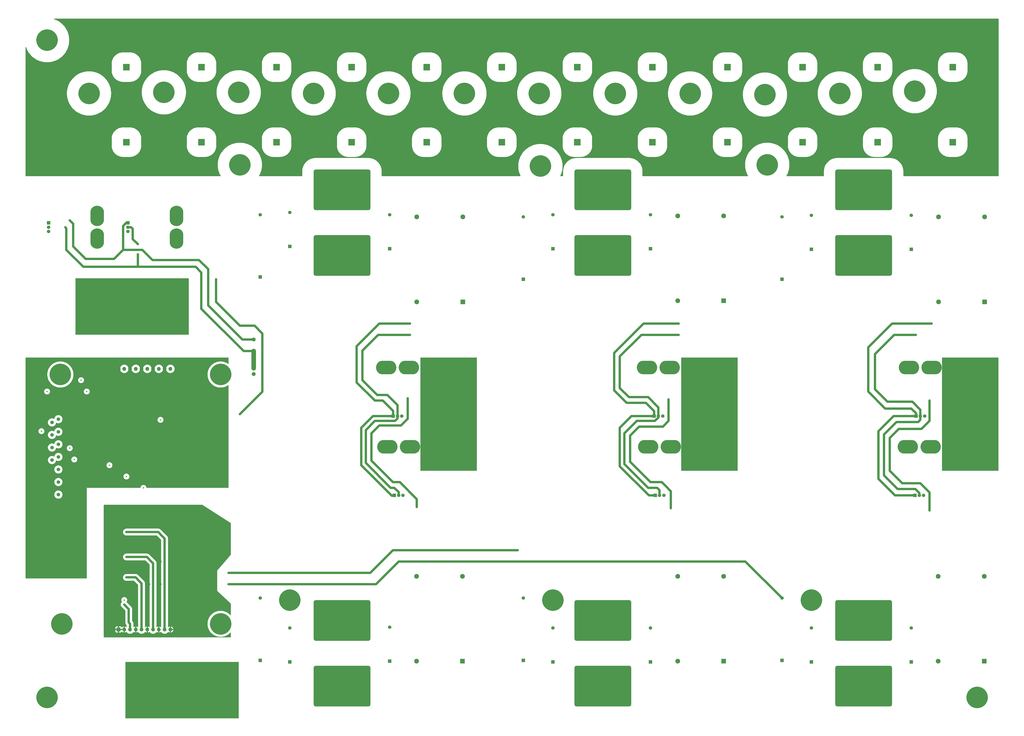
<source format=gbr>
%TF.GenerationSoftware,KiCad,Pcbnew,9.0.1*%
%TF.CreationDate,2025-05-08T11:31:26-07:00*%
%TF.ProjectId,PowerBoard,506f7765-7242-46f6-9172-642e6b696361,rev?*%
%TF.SameCoordinates,Original*%
%TF.FileFunction,Copper,L3,Inr*%
%TF.FilePolarity,Positive*%
%FSLAX46Y46*%
G04 Gerber Fmt 4.6, Leading zero omitted, Abs format (unit mm)*
G04 Created by KiCad (PCBNEW 9.0.1) date 2025-05-08 11:31:26*
%MOMM*%
%LPD*%
G01*
G04 APERTURE LIST*
G04 Aperture macros list*
%AMRoundRect*
0 Rectangle with rounded corners*
0 $1 Rounding radius*
0 $2 $3 $4 $5 $6 $7 $8 $9 X,Y pos of 4 corners*
0 Add a 4 corners polygon primitive as box body*
4,1,4,$2,$3,$4,$5,$6,$7,$8,$9,$2,$3,0*
0 Add four circle primitives for the rounded corners*
1,1,$1+$1,$2,$3*
1,1,$1+$1,$4,$5*
1,1,$1+$1,$6,$7*
1,1,$1+$1,$8,$9*
0 Add four rect primitives between the rounded corners*
20,1,$1+$1,$2,$3,$4,$5,0*
20,1,$1+$1,$4,$5,$6,$7,0*
20,1,$1+$1,$6,$7,$8,$9,0*
20,1,$1+$1,$8,$9,$2,$3,0*%
%AMHorizOval*
0 Thick line with rounded ends*
0 $1 width*
0 $2 $3 position (X,Y) of the first rounded end (center of the circle)*
0 $4 $5 position (X,Y) of the second rounded end (center of the circle)*
0 Add line between two ends*
20,1,$1,$2,$3,$4,$5,0*
0 Add two circle primitives to create the rounded ends*
1,1,$1,$2,$3*
1,1,$1,$4,$5*%
G04 Aperture macros list end*
%TA.AperFunction,ComponentPad*%
%ADD10R,50.000000X25.000000*%
%TD*%
%TA.AperFunction,ComponentPad*%
%ADD11C,9.500000*%
%TD*%
%TA.AperFunction,ComponentPad*%
%ADD12R,3.000000X3.000000*%
%TD*%
%TA.AperFunction,ComponentPad*%
%ADD13C,3.000000*%
%TD*%
%TA.AperFunction,ComponentPad*%
%ADD14RoundRect,0.900000X11.600000X-8.100000X11.600000X8.100000X-11.600000X8.100000X-11.600000X-8.100000X0*%
%TD*%
%TA.AperFunction,ComponentPad*%
%ADD15R,25.000000X50.000000*%
%TD*%
%TA.AperFunction,ComponentPad*%
%ADD16R,1.500000X1.500000*%
%TD*%
%TA.AperFunction,ComponentPad*%
%ADD17C,1.500000*%
%TD*%
%TA.AperFunction,ComponentPad*%
%ADD18HorizOval,0.800000X0.000000X0.000000X0.000000X0.000000X0*%
%TD*%
%TA.AperFunction,ComponentPad*%
%ADD19HorizOval,0.800000X0.000000X0.000000X0.000000X0.000000X0*%
%TD*%
%TA.AperFunction,ComponentPad*%
%ADD20C,0.800000*%
%TD*%
%TA.AperFunction,ComponentPad*%
%ADD21O,9.000000X6.000000*%
%TD*%
%TA.AperFunction,ComponentPad*%
%ADD22R,2.100000X2.100000*%
%TD*%
%TA.AperFunction,ComponentPad*%
%ADD23C,2.100000*%
%TD*%
%TA.AperFunction,ComponentPad*%
%ADD24HorizOval,0.800000X0.000000X0.000000X0.000000X0.000000X0*%
%TD*%
%TA.AperFunction,ComponentPad*%
%ADD25HorizOval,0.800000X0.000000X0.000000X0.000000X0.000000X0*%
%TD*%
%TA.AperFunction,ComponentPad*%
%ADD26O,6.000000X9.000000*%
%TD*%
%TA.AperFunction,ComponentPad*%
%ADD27C,1.725000*%
%TD*%
%TA.AperFunction,ComponentPad*%
%ADD28R,1.700000X1.700000*%
%TD*%
%TA.AperFunction,ComponentPad*%
%ADD29O,1.700000X1.700000*%
%TD*%
%TA.AperFunction,ComponentPad*%
%ADD30C,1.575000*%
%TD*%
%TA.AperFunction,ComponentPad*%
%ADD31C,4.650000*%
%TD*%
%TA.AperFunction,ViaPad*%
%ADD32C,1.000000*%
%TD*%
%TA.AperFunction,ViaPad*%
%ADD33C,0.600000*%
%TD*%
%TA.AperFunction,Conductor*%
%ADD34C,1.000000*%
%TD*%
%TA.AperFunction,Conductor*%
%ADD35C,2.000000*%
%TD*%
G04 APERTURE END LIST*
D10*
%TO.N,DC_LINK_BUS_IN*%
%TO.C,J2*%
X-62500000Y-72500000D03*
%TD*%
D11*
%TO.N,PHASE_U*%
%TO.C,H22*%
X7000000Y-202000000D03*
%TD*%
D12*
%TO.N,DC_LINK_BUS*%
%TO.C,C16*%
X34300000Y33100000D03*
D13*
%TO.N,GNDPWR*%
X34300000Y43100000D03*
%TD*%
D12*
%TO.N,DC_LINK_BUS*%
%TO.C,C14*%
X-31900000Y33100000D03*
D13*
%TO.N,GNDPWR*%
X-31900000Y43100000D03*
%TD*%
D12*
%TO.N,DC_LINK_BUS*%
%TO.C,C5*%
X266200000Y0D03*
D13*
%TO.N,GNDPWR*%
X266200000Y10000000D03*
%TD*%
D12*
%TO.N,DC_LINK_BUS*%
%TO.C,C1*%
X133800000Y0D03*
D13*
%TO.N,GNDPWR*%
X133800000Y10000000D03*
%TD*%
D11*
%TO.N,unconnected-(H4-Pad1)*%
%TO.C,H4*%
X-23500000Y-212500000D03*
%TD*%
D14*
%TO.N,GNDPWR*%
%TO.C,Q4*%
X145000000Y-240000000D03*
%TO.N,PHASE_V*%
X145000000Y-211000000D03*
%TD*%
D15*
%TO.N,PHASE_V_OUT*%
%TO.C,J4*%
X192000000Y-120000000D03*
%TD*%
D11*
%TO.N,unconnected-(H9-Pad1)*%
%TO.C,H9*%
X249500000Y21500000D03*
%TD*%
D12*
%TO.N,DC_LINK_BUS*%
%TO.C,C101*%
X133800000Y33100000D03*
D13*
%TO.N,GNDPWR*%
X133800000Y43100000D03*
%TD*%
D14*
%TO.N,GNDPWR*%
%TO.C,Q2*%
X30000000Y-240000000D03*
%TO.N,PHASE_U*%
X30000000Y-211000000D03*
%TD*%
D11*
%TO.N,unconnected-(H16-Pad1)*%
%TO.C,H16*%
X17500000Y21500000D03*
%TD*%
D16*
%TO.N,PHASE_W*%
%TO.C,C100*%
X224000000Y-60500000D03*
D17*
%TO.N,DC_LINK_BUS*%
X224000000Y-33000000D03*
%TD*%
D14*
%TO.N,PHASE_V*%
%TO.C,Q3*%
X145000000Y-50000000D03*
%TO.N,DC_LINK_BUS*%
X145000000Y-21000000D03*
%TD*%
D12*
%TO.N,DC_LINK_BUS*%
%TO.C,C6*%
X299300000Y0D03*
D13*
%TO.N,GNDPWR*%
X299300000Y10000000D03*
%TD*%
D14*
%TO.N,PHASE_W*%
%TO.C,Q5*%
X260000000Y-50000000D03*
%TO.N,DC_LINK_BUS*%
X260000000Y-21000000D03*
%TD*%
D11*
%TO.N,unconnected-(H14-Pad1)*%
%TO.C,H14*%
X84000000Y21500000D03*
%TD*%
D16*
%TO.N,+5V*%
%TO.C,IC9*%
X282600000Y-155825000D03*
D17*
%TO.N,GND*%
X284510000Y-155825000D03*
%TO.N,Net-(IC9-VIOUT)*%
X286420000Y-155825000D03*
D18*
%TO.N,PHASE_W_OUT*%
X285560000Y-133795000D03*
D19*
X285560000Y-135055000D03*
D20*
X286310000Y-132765000D03*
X286310000Y-136085000D03*
X287510000Y-132375000D03*
X287510000Y-136475000D03*
X288840000Y-132375000D03*
X288840000Y-136475000D03*
D21*
X289510000Y-134425000D03*
D20*
X290180000Y-132375000D03*
X290180000Y-136475000D03*
X291510000Y-132375000D03*
X291510000Y-136475000D03*
X292710000Y-132765000D03*
X292710000Y-136085000D03*
X293460000Y-133795000D03*
X293460000Y-135055000D03*
%TO.N,PHASE_W*%
X275560000Y-133795000D03*
X275560000Y-135055000D03*
X276310000Y-132765000D03*
X276310000Y-136085000D03*
X277510000Y-132375000D03*
X277510000Y-136475000D03*
X278840000Y-132375000D03*
X278840000Y-136475000D03*
D21*
X279510000Y-134425000D03*
D20*
X280180000Y-132375000D03*
X280180000Y-136475000D03*
X281510000Y-132375000D03*
X281510000Y-136475000D03*
X282710000Y-132765000D03*
X282710000Y-136085000D03*
D19*
X283460000Y-133795000D03*
D18*
X283460000Y-135055000D03*
%TD*%
D11*
%TO.N,unconnected-(H1-Pad1)*%
%TO.C,H1*%
X-94150000Y-102500000D03*
%TD*%
D12*
%TO.N,DC_LINK_BUS*%
%TO.C,C12*%
X100500000Y0D03*
D13*
%TO.N,GNDPWR*%
X100500000Y10000000D03*
%TD*%
D22*
%TO.N,GNDPWR*%
%TO.C,C97*%
X313150000Y-229000000D03*
D23*
%TO.N,PHASE_W*%
X313150000Y-191500000D03*
%TO.N,GNDPWR*%
X292850000Y-229000000D03*
%TO.N,PHASE_W*%
X292850000Y-191500000D03*
%TD*%
D14*
%TO.N,GNDPWR*%
%TO.C,Q6*%
X260000000Y-240000000D03*
%TO.N,PHASE_W*%
X260000000Y-211000000D03*
%TD*%
D16*
%TO.N,PHASE_W*%
%TO.C,C99*%
X281000000Y-47275000D03*
D17*
%TO.N,DC_LINK_BUS*%
X281000000Y-32275000D03*
%TD*%
D12*
%TO.N,DC_LINK_BUS*%
%TO.C,C17*%
X67400000Y33100000D03*
D13*
%TO.N,GNDPWR*%
X67400000Y43100000D03*
%TD*%
D12*
%TO.N,DC_LINK_BUS*%
%TO.C,C11*%
X67400000Y0D03*
D13*
%TO.N,GNDPWR*%
X67400000Y10000000D03*
%TD*%
D11*
%TO.N,unconnected-(H7-Pad1)*%
%TO.C,H7*%
X310000000Y-245000000D03*
%TD*%
D16*
%TO.N,GNDPWR*%
%TO.C,C110*%
X110000000Y-228625000D03*
D17*
%TO.N,PHASE_V*%
X110000000Y-201125000D03*
%TD*%
D22*
%TO.N,GNDPWR*%
%TO.C,C87*%
X83150000Y-229000000D03*
D23*
%TO.N,PHASE_U*%
X83150000Y-191500000D03*
%TO.N,GNDPWR*%
X62850000Y-229000000D03*
%TO.N,PHASE_U*%
X62850000Y-191500000D03*
%TD*%
D12*
%TO.N,DC_LINK_BUS*%
%TO.C,C3*%
X200000000Y0D03*
D13*
%TO.N,GNDPWR*%
X200000000Y10000000D03*
%TD*%
D16*
%TO.N,PHASE_W*%
%TO.C,C98*%
X237000000Y-47275000D03*
D17*
%TO.N,DC_LINK_BUS*%
X237000000Y-32275000D03*
%TD*%
D16*
%TO.N,+5V*%
%TO.C,IC3*%
X-99325000Y-35600000D03*
D17*
%TO.N,GND*%
X-99325000Y-37510000D03*
%TO.N,Net-(IC3-VIOUT)*%
X-99325000Y-39420000D03*
D24*
%TO.N,DC_LINK_BUS_IN*%
X-77295000Y-38560000D03*
D25*
X-78555000Y-38560000D03*
D20*
X-76265000Y-39310000D03*
X-79585000Y-39310000D03*
X-75875000Y-40510000D03*
X-79975000Y-40510000D03*
X-75875000Y-41840000D03*
X-79975000Y-41840000D03*
D26*
X-77925000Y-42510000D03*
D20*
X-75875000Y-43180000D03*
X-79975000Y-43180000D03*
X-75875000Y-44510000D03*
X-79975000Y-44510000D03*
X-76265000Y-45710000D03*
X-79585000Y-45710000D03*
X-77295000Y-46460000D03*
X-78555000Y-46460000D03*
%TO.N,DC_LINK_BUS*%
X-77295000Y-28560000D03*
X-78555000Y-28560000D03*
X-76265000Y-29310000D03*
X-79585000Y-29310000D03*
X-75875000Y-30510000D03*
X-79975000Y-30510000D03*
X-75875000Y-31840000D03*
X-79975000Y-31840000D03*
D26*
X-77925000Y-32510000D03*
D20*
X-75875000Y-33180000D03*
X-79975000Y-33180000D03*
X-75875000Y-34510000D03*
X-79975000Y-34510000D03*
X-76265000Y-35710000D03*
X-79585000Y-35710000D03*
D25*
X-77295000Y-36460000D03*
D24*
X-78555000Y-36460000D03*
%TD*%
D16*
%TO.N,GNDPWR*%
%TO.C,C103*%
X237000000Y-229275000D03*
D17*
%TO.N,PHASE_W*%
X237000000Y-214275000D03*
%TD*%
D11*
%TO.N,PHASE_V*%
%TO.C,H23*%
X123000000Y-202000000D03*
%TD*%
%TO.N,unconnected-(H10-Pad1)*%
%TO.C,H10*%
X216500000Y21000000D03*
%TD*%
D16*
%TO.N,+5V*%
%TO.C,IC6*%
X52590000Y-120825000D03*
D17*
%TO.N,GND*%
X54500000Y-120825000D03*
%TO.N,Net-(IC6-VIOUT)*%
X56410000Y-120825000D03*
D18*
%TO.N,PHASE_U_OUT*%
X55550000Y-98795000D03*
D19*
X55550000Y-100055000D03*
D20*
X56300000Y-97765000D03*
X56300000Y-101085000D03*
X57500000Y-97375000D03*
X57500000Y-101475000D03*
X58830000Y-97375000D03*
X58830000Y-101475000D03*
D21*
X59500000Y-99425000D03*
D20*
X60170000Y-97375000D03*
X60170000Y-101475000D03*
X61500000Y-97375000D03*
X61500000Y-101475000D03*
X62700000Y-97765000D03*
X62700000Y-101085000D03*
X63450000Y-98795000D03*
X63450000Y-100055000D03*
%TO.N,PHASE_U*%
X45550000Y-98795000D03*
X45550000Y-100055000D03*
X46300000Y-97765000D03*
X46300000Y-101085000D03*
X47500000Y-97375000D03*
X47500000Y-101475000D03*
X48830000Y-97375000D03*
X48830000Y-101475000D03*
D21*
X49500000Y-99425000D03*
D20*
X50170000Y-97375000D03*
X50170000Y-101475000D03*
X51500000Y-97375000D03*
X51500000Y-101475000D03*
X52700000Y-97765000D03*
X52700000Y-101085000D03*
D19*
X53450000Y-98795000D03*
D18*
X53450000Y-100055000D03*
%TD*%
D16*
%TO.N,PHASE_U*%
%TO.C,C20*%
X7000000Y-46000000D03*
D17*
%TO.N,DC_LINK_BUS*%
X7000000Y-31000000D03*
%TD*%
D12*
%TO.N,DC_LINK_BUS*%
%TO.C,C18*%
X100500000Y33100000D03*
D13*
%TO.N,GNDPWR*%
X100500000Y43100000D03*
%TD*%
D11*
%TO.N,unconnected-(H8-Pad1)*%
%TO.C,H8*%
X282500000Y22500000D03*
%TD*%
D12*
%TO.N,DC_LINK_BUS*%
%TO.C,C111*%
X266200000Y33100000D03*
D13*
%TO.N,GNDPWR*%
X266200000Y43100000D03*
%TD*%
D14*
%TO.N,PHASE_U*%
%TO.C,Q1*%
X30000000Y-50000000D03*
%TO.N,DC_LINK_BUS*%
X30000000Y-21000000D03*
%TD*%
D11*
%TO.N,unconnected-(H6-Pad1)*%
%TO.C,H6*%
X-100000000Y-245000000D03*
%TD*%
%TO.N,PHASE_W*%
%TO.C,H24*%
X237000000Y-202000000D03*
%TD*%
D27*
%TO.N,+12V*%
%TO.C,PS1*%
X-8915000Y-102325000D03*
%TO.N,GND*%
X-8915000Y-99785000D03*
X-8915000Y-92165000D03*
%TO.N,+5V*%
X-8915000Y-87085000D03*
%TD*%
D16*
%TO.N,GNDPWR*%
%TO.C,C88*%
X51000000Y-229000000D03*
D17*
%TO.N,PHASE_U*%
X51000000Y-214000000D03*
%TD*%
D11*
%TO.N,DC_LINK_BUS*%
%TO.C,H21*%
X217500000Y-10000000D03*
%TD*%
D12*
%TO.N,DC_LINK_BUS*%
%TO.C,C9*%
X1200000Y0D03*
D13*
%TO.N,GNDPWR*%
X1200000Y10000000D03*
%TD*%
D28*
%TO.N,GNDPWR*%
%TO.C,J8*%
X-68500000Y-215000000D03*
D29*
X-65960000Y-215000000D03*
%TO.N,PHASE_W_VSENSE*%
X-63420000Y-215000000D03*
%TO.N,GNDPWR*%
X-60880000Y-215000000D03*
%TO.N,PHASE_V_VSENSE*%
X-58340000Y-215000000D03*
%TO.N,GNDPWR*%
X-55800000Y-215000000D03*
%TO.N,PHASE_U_VSENSE*%
X-53260000Y-215000000D03*
%TO.N,GNDPWR*%
X-50720000Y-215000000D03*
%TO.N,DC_LINK_BUS_VSENSE*%
X-48180000Y-215000000D03*
%TO.N,GNDPWR*%
X-45640000Y-215000000D03*
%TD*%
D12*
%TO.N,DC_LINK_BUS*%
%TO.C,C15*%
X1200000Y33100000D03*
D13*
%TO.N,GNDPWR*%
X1200000Y43100000D03*
%TD*%
D16*
%TO.N,PHASE_V*%
%TO.C,C94*%
X166000000Y-47000000D03*
D17*
%TO.N,DC_LINK_BUS*%
X166000000Y-32000000D03*
%TD*%
D11*
%TO.N,unconnected-(H13-Pad1)*%
%TO.C,H13*%
X117000000Y21500000D03*
%TD*%
D16*
%TO.N,+5V*%
%TO.C,IC5*%
X53090000Y-155825000D03*
D17*
%TO.N,GND*%
X55000000Y-155825000D03*
%TO.N,Net-(IC5-VIOUT)*%
X56910000Y-155825000D03*
D18*
%TO.N,PHASE_U_OUT*%
X56050000Y-133795000D03*
D19*
X56050000Y-135055000D03*
D20*
X56800000Y-132765000D03*
X56800000Y-136085000D03*
X58000000Y-132375000D03*
X58000000Y-136475000D03*
X59330000Y-132375000D03*
X59330000Y-136475000D03*
D21*
X60000000Y-134425000D03*
D20*
X60670000Y-132375000D03*
X60670000Y-136475000D03*
X62000000Y-132375000D03*
X62000000Y-136475000D03*
X63200000Y-132765000D03*
X63200000Y-136085000D03*
X63950000Y-133795000D03*
X63950000Y-135055000D03*
%TO.N,PHASE_U*%
X46050000Y-133795000D03*
X46050000Y-135055000D03*
X46800000Y-132765000D03*
X46800000Y-136085000D03*
X48000000Y-132375000D03*
X48000000Y-136475000D03*
X49330000Y-132375000D03*
X49330000Y-136475000D03*
D21*
X50000000Y-134425000D03*
D20*
X50670000Y-132375000D03*
X50670000Y-136475000D03*
X52000000Y-132375000D03*
X52000000Y-136475000D03*
X53200000Y-132765000D03*
X53200000Y-136085000D03*
D19*
X53950000Y-133795000D03*
D18*
X53950000Y-135055000D03*
%TD*%
D22*
%TO.N,PHASE_W*%
%TO.C,C96*%
X313300000Y-70500000D03*
D23*
%TO.N,DC_LINK_BUS*%
X313300000Y-33000000D03*
%TO.N,PHASE_W*%
X293000000Y-70500000D03*
%TO.N,DC_LINK_BUS*%
X293000000Y-33000000D03*
%TD*%
D12*
%TO.N,DC_LINK_BUS*%
%TO.C,C2*%
X166900000Y0D03*
D13*
%TO.N,GNDPWR*%
X166900000Y10000000D03*
%TD*%
D16*
%TO.N,GNDPWR*%
%TO.C,C108*%
X123000000Y-229275000D03*
D17*
%TO.N,PHASE_V*%
X123000000Y-214275000D03*
%TD*%
D15*
%TO.N,PHASE_W_OUT*%
%TO.C,J5*%
X307000000Y-120000000D03*
%TD*%
D12*
%TO.N,DC_LINK_BUS*%
%TO.C,C13*%
X-65000000Y33100000D03*
D13*
%TO.N,GNDPWR*%
X-65000000Y43100000D03*
%TD*%
D11*
%TO.N,unconnected-(H15-Pad1)*%
%TO.C,H15*%
X50500000Y21500000D03*
%TD*%
%TO.N,unconnected-(H17-Pad1)*%
%TO.C,H17*%
X-15500000Y22000000D03*
%TD*%
%TO.N,unconnected-(H19-Pad1)*%
%TO.C,H19*%
X-81500000Y21500000D03*
%TD*%
%TO.N,unconnected-(H18-Pad1)*%
%TO.C,H18*%
X-48500000Y22000000D03*
%TD*%
D16*
%TO.N,GNDPWR*%
%TO.C,C90*%
X-6000000Y-228625000D03*
D17*
%TO.N,PHASE_U*%
X-6000000Y-201125000D03*
%TD*%
D16*
%TO.N,GNDPWR*%
%TO.C,C104*%
X281000000Y-229275000D03*
D17*
%TO.N,PHASE_W*%
X281000000Y-214275000D03*
%TD*%
D12*
%TO.N,DC_LINK_BUS*%
%TO.C,C8*%
X-31900000Y0D03*
D13*
%TO.N,GNDPWR*%
X-31900000Y10000000D03*
%TD*%
D16*
%TO.N,+5V*%
%TO.C,IC4*%
X-64325000Y-35600000D03*
D17*
%TO.N,GND*%
X-64325000Y-37510000D03*
%TO.N,Net-(IC4-VIOUT)*%
X-64325000Y-39420000D03*
D24*
%TO.N,DC_LINK_BUS_IN*%
X-42295000Y-38560000D03*
D25*
X-43555000Y-38560000D03*
D20*
X-41265000Y-39310000D03*
X-44585000Y-39310000D03*
X-40875000Y-40510000D03*
X-44975000Y-40510000D03*
X-40875000Y-41840000D03*
X-44975000Y-41840000D03*
D26*
X-42925000Y-42510000D03*
D20*
X-40875000Y-43180000D03*
X-44975000Y-43180000D03*
X-40875000Y-44510000D03*
X-44975000Y-44510000D03*
X-41265000Y-45710000D03*
X-44585000Y-45710000D03*
X-42295000Y-46460000D03*
X-43555000Y-46460000D03*
%TO.N,DC_LINK_BUS*%
X-42295000Y-28560000D03*
X-43555000Y-28560000D03*
X-41265000Y-29310000D03*
X-44585000Y-29310000D03*
X-40875000Y-30510000D03*
X-44975000Y-30510000D03*
X-40875000Y-31840000D03*
X-44975000Y-31840000D03*
D26*
X-42925000Y-32510000D03*
D20*
X-40875000Y-33180000D03*
X-44975000Y-33180000D03*
X-40875000Y-34510000D03*
X-44975000Y-34510000D03*
X-41265000Y-35710000D03*
X-44585000Y-35710000D03*
D25*
X-42295000Y-36460000D03*
D24*
X-43555000Y-36460000D03*
%TD*%
D12*
%TO.N,DC_LINK_BUS*%
%TO.C,C10*%
X34300000Y0D03*
D13*
%TO.N,GNDPWR*%
X34300000Y10000000D03*
%TD*%
D22*
%TO.N,PHASE_U*%
%TO.C,C86*%
X83300000Y-70500000D03*
D23*
%TO.N,DC_LINK_BUS*%
X83300000Y-33000000D03*
%TO.N,PHASE_U*%
X63000000Y-70500000D03*
%TO.N,DC_LINK_BUS*%
X63000000Y-33000000D03*
%TD*%
D16*
%TO.N,PHASE_V*%
%TO.C,C95*%
X110000000Y-60500000D03*
D17*
%TO.N,DC_LINK_BUS*%
X110000000Y-33000000D03*
%TD*%
D16*
%TO.N,PHASE_V*%
%TO.C,C93*%
X123000000Y-47000000D03*
D17*
%TO.N,DC_LINK_BUS*%
X123000000Y-32000000D03*
%TD*%
D12*
%TO.N,DC_LINK_BUS*%
%TO.C,C7*%
X-65000000Y0D03*
D13*
%TO.N,GNDPWR*%
X-65000000Y10000000D03*
%TD*%
D16*
%TO.N,PHASE_U*%
%TO.C,C84*%
X51000000Y-47000000D03*
D17*
%TO.N,DC_LINK_BUS*%
X51000000Y-32000000D03*
%TD*%
D16*
%TO.N,PHASE_U*%
%TO.C,C85*%
X-6000000Y-59500000D03*
D17*
%TO.N,DC_LINK_BUS*%
X-6000000Y-32000000D03*
%TD*%
D22*
%TO.N,PHASE_V*%
%TO.C,C91*%
X198300000Y-70000000D03*
D23*
%TO.N,DC_LINK_BUS*%
X198300000Y-32500000D03*
%TO.N,PHASE_V*%
X178000000Y-70000000D03*
%TO.N,DC_LINK_BUS*%
X178000000Y-32500000D03*
%TD*%
D28*
%TO.N,GND*%
%TO.C,J9*%
X-68500000Y-100000000D03*
D29*
%TO.N,PHASE_U_ISOLATED_VSENSE*%
X-65960000Y-100000000D03*
%TO.N,GND*%
X-63420000Y-100000000D03*
%TO.N,PHASE_V_ISOLATED_VSENSE*%
X-60880000Y-100000000D03*
%TO.N,GND*%
X-58340000Y-100000000D03*
%TO.N,PHASE_W_ISOLATED_VSENSE*%
X-55800000Y-100000000D03*
%TO.N,GND*%
X-53260000Y-100000000D03*
%TO.N,DC_LINK_BUS_ISOLATED_VSENSE*%
X-50720000Y-100000000D03*
%TO.N,GND*%
X-48180000Y-100000000D03*
%TO.N,+5V*%
X-45640000Y-100000000D03*
%TD*%
D12*
%TO.N,DC_LINK_BUS*%
%TO.C,C106*%
X200000000Y33100000D03*
D13*
%TO.N,GNDPWR*%
X200000000Y43100000D03*
%TD*%
D11*
%TO.N,unconnected-(H5-Pad1)*%
%TO.C,H5*%
X-100000000Y45000000D03*
%TD*%
D16*
%TO.N,GNDPWR*%
%TO.C,C89*%
X7000000Y-229275000D03*
D17*
%TO.N,PHASE_U*%
X7000000Y-214275000D03*
%TD*%
D11*
%TO.N,unconnected-(H11-Pad1)*%
%TO.C,H11*%
X183500000Y21500000D03*
%TD*%
D12*
%TO.N,DC_LINK_BUS*%
%TO.C,C112*%
X299300000Y33100000D03*
D13*
%TO.N,GNDPWR*%
X299300000Y43100000D03*
%TD*%
D12*
%TO.N,DC_LINK_BUS*%
%TO.C,C107*%
X233100000Y33100000D03*
D13*
%TO.N,GNDPWR*%
X233100000Y43100000D03*
%TD*%
D11*
%TO.N,DC_LINK_BUS*%
%TO.C,H20*%
X117500000Y-10550000D03*
%TD*%
D12*
%TO.N,DC_LINK_BUS*%
%TO.C,C4*%
X233100000Y0D03*
D13*
%TO.N,GNDPWR*%
X233100000Y10000000D03*
%TD*%
D22*
%TO.N,GNDPWR*%
%TO.C,C92*%
X198300000Y-229000000D03*
D23*
%TO.N,PHASE_V*%
X198300000Y-191500000D03*
%TO.N,GNDPWR*%
X178000000Y-229000000D03*
%TO.N,PHASE_V*%
X178000000Y-191500000D03*
%TD*%
D10*
%TO.N,GNDPWR*%
%TO.C,J1*%
X-40500000Y-241750000D03*
%TD*%
D11*
%TO.N,DC_LINK_BUS*%
%TO.C,H19*%
X-15000000Y-10000000D03*
%TD*%
%TO.N,unconnected-(H3-Pad1)*%
%TO.C,H3*%
X-93500000Y-212500000D03*
%TD*%
D16*
%TO.N,GNDPWR*%
%TO.C,C109*%
X166000000Y-229275000D03*
D17*
%TO.N,PHASE_V*%
X166000000Y-214275000D03*
%TD*%
D15*
%TO.N,PHASE_U_OUT*%
%TO.C,J3*%
X77000000Y-120000000D03*
%TD*%
D16*
%TO.N,+5V*%
%TO.C,IC8*%
X167600000Y-120825000D03*
D17*
%TO.N,GND*%
X169510000Y-120825000D03*
%TO.N,Net-(IC8-VIOUT)*%
X171420000Y-120825000D03*
D18*
%TO.N,PHASE_V_OUT*%
X170560000Y-98795000D03*
D19*
X170560000Y-100055000D03*
D20*
X171310000Y-97765000D03*
X171310000Y-101085000D03*
X172510000Y-97375000D03*
X172510000Y-101475000D03*
X173840000Y-97375000D03*
X173840000Y-101475000D03*
D21*
X174510000Y-99425000D03*
D20*
X175180000Y-97375000D03*
X175180000Y-101475000D03*
X176510000Y-97375000D03*
X176510000Y-101475000D03*
X177710000Y-97765000D03*
X177710000Y-101085000D03*
X178460000Y-98795000D03*
X178460000Y-100055000D03*
%TO.N,PHASE_V*%
X160560000Y-98795000D03*
X160560000Y-100055000D03*
X161310000Y-97765000D03*
X161310000Y-101085000D03*
X162510000Y-97375000D03*
X162510000Y-101475000D03*
X163840000Y-97375000D03*
X163840000Y-101475000D03*
D21*
X164510000Y-99425000D03*
D20*
X165180000Y-97375000D03*
X165180000Y-101475000D03*
X166510000Y-97375000D03*
X166510000Y-101475000D03*
X167710000Y-97765000D03*
X167710000Y-101085000D03*
D19*
X168460000Y-98795000D03*
D18*
X168460000Y-100055000D03*
%TD*%
D11*
%TO.N,unconnected-(H12-Pad1)*%
%TO.C,H12*%
X150500000Y21500000D03*
%TD*%
D16*
%TO.N,+5V*%
%TO.C,IC7*%
X168100000Y-155825000D03*
D17*
%TO.N,GND*%
X170010000Y-155825000D03*
%TO.N,Net-(IC7-VIOUT)*%
X171920000Y-155825000D03*
D18*
%TO.N,PHASE_V_OUT*%
X171060000Y-133795000D03*
D19*
X171060000Y-135055000D03*
D20*
X171810000Y-132765000D03*
X171810000Y-136085000D03*
X173010000Y-132375000D03*
X173010000Y-136475000D03*
X174340000Y-132375000D03*
X174340000Y-136475000D03*
D21*
X175010000Y-134425000D03*
D20*
X175680000Y-132375000D03*
X175680000Y-136475000D03*
X177010000Y-132375000D03*
X177010000Y-136475000D03*
X178210000Y-132765000D03*
X178210000Y-136085000D03*
X178960000Y-133795000D03*
X178960000Y-135055000D03*
%TO.N,PHASE_V*%
X161060000Y-133795000D03*
X161060000Y-135055000D03*
X161810000Y-132765000D03*
X161810000Y-136085000D03*
X163010000Y-132375000D03*
X163010000Y-136475000D03*
X164340000Y-132375000D03*
X164340000Y-136475000D03*
D21*
X165010000Y-134425000D03*
D20*
X165680000Y-132375000D03*
X165680000Y-136475000D03*
X167010000Y-132375000D03*
X167010000Y-136475000D03*
X168210000Y-132765000D03*
X168210000Y-136085000D03*
D19*
X168960000Y-133795000D03*
D18*
X168960000Y-135055000D03*
%TD*%
D16*
%TO.N,+5V*%
%TO.C,IC10*%
X283100000Y-120825000D03*
D17*
%TO.N,GND*%
X285010000Y-120825000D03*
%TO.N,Net-(IC10-VIOUT)*%
X286920000Y-120825000D03*
D18*
%TO.N,PHASE_W_OUT*%
X286060000Y-98795000D03*
D19*
X286060000Y-100055000D03*
D20*
X286810000Y-97765000D03*
X286810000Y-101085000D03*
X288010000Y-97375000D03*
X288010000Y-101475000D03*
X289340000Y-97375000D03*
X289340000Y-101475000D03*
D21*
X290010000Y-99425000D03*
D20*
X290680000Y-97375000D03*
X290680000Y-101475000D03*
X292010000Y-97375000D03*
X292010000Y-101475000D03*
X293210000Y-97765000D03*
X293210000Y-101085000D03*
X293960000Y-98795000D03*
X293960000Y-100055000D03*
%TO.N,PHASE_W*%
X276060000Y-98795000D03*
X276060000Y-100055000D03*
X276810000Y-97765000D03*
X276810000Y-101085000D03*
X278010000Y-97375000D03*
X278010000Y-101475000D03*
X279340000Y-97375000D03*
X279340000Y-101475000D03*
D21*
X280010000Y-99425000D03*
D20*
X280680000Y-97375000D03*
X280680000Y-101475000D03*
X282010000Y-97375000D03*
X282010000Y-101475000D03*
X283210000Y-97765000D03*
X283210000Y-101085000D03*
D19*
X283960000Y-98795000D03*
D18*
X283960000Y-100055000D03*
%TD*%
D12*
%TO.N,DC_LINK_BUS*%
%TO.C,C102*%
X166900000Y33100000D03*
D13*
%TO.N,GNDPWR*%
X166900000Y43100000D03*
%TD*%
D11*
%TO.N,unconnected-(H2-Pad1)*%
%TO.C,H2*%
X-23500000Y-102500000D03*
%TD*%
D16*
%TO.N,GNDPWR*%
%TO.C,C105*%
X224000000Y-228625000D03*
D17*
%TO.N,PHASE_W*%
X224000000Y-201125000D03*
%TD*%
D30*
%TO.N,DC_LINK_BUS_CURRENT_SENSE*%
%TO.C,J6*%
X-95000000Y-122230000D03*
%TO.N,GND*%
X-95000000Y-125000000D03*
%TO.N,PHASE_U_ISENSE*%
X-95000000Y-127770000D03*
%TO.N,GND*%
X-95000000Y-130540000D03*
%TO.N,PHASE_V_ISENSE*%
X-95000000Y-133310000D03*
%TO.N,GND*%
X-95000000Y-136080000D03*
%TO.N,PHASE_W_ISENSE*%
X-95000000Y-138850000D03*
%TO.N,GND*%
X-95000000Y-141620000D03*
%TO.N,PHASE_U_ISOLATED_VSENSE*%
X-95000000Y-144390000D03*
%TO.N,GND*%
X-95000000Y-147160000D03*
%TO.N,PHASE_V_ISOLATED_VSENSE*%
X-95000000Y-149930000D03*
%TO.N,GND*%
X-95000000Y-152700000D03*
%TO.N,PHASE_W_ISOLATED_VSENSE*%
X-95000000Y-155470000D03*
%TO.N,GND*%
X-97840000Y-154085000D03*
X-97840000Y-151315000D03*
X-97840000Y-148545000D03*
X-97840000Y-145775000D03*
X-97840000Y-143005000D03*
%TO.N,StatusLED*%
X-97840000Y-140235000D03*
%TO.N,GND*%
X-97840000Y-137465000D03*
%TO.N,FAULT_LED*%
X-97840000Y-134695000D03*
%TO.N,GND*%
X-97840000Y-131925000D03*
%TO.N,+12V*%
X-97840000Y-129155000D03*
%TO.N,GND*%
X-97840000Y-126385000D03*
%TO.N,DC_LINK_BUS_ISOLATED_VSENSE*%
X-97840000Y-123615000D03*
D31*
%TO.N,GND*%
X-96420000Y-115330000D03*
X-96420000Y-162370000D03*
%TD*%
D32*
%TO.N,GND*%
X-21000000Y-148000000D03*
X-21000000Y-147000000D03*
X-23000000Y-152000000D03*
X-24000000Y-152000000D03*
X-25000000Y-152000000D03*
X-26000000Y-152000000D03*
X-83000000Y-189000000D03*
X-83000000Y-190000000D03*
X-83000000Y-185000000D03*
X-83000000Y-188000000D03*
X-83000000Y-187000000D03*
X-83000000Y-191000000D03*
X-83000000Y-186000000D03*
X-83000000Y-192000000D03*
X-87000000Y-192000000D03*
X-84000000Y-192000000D03*
X-85000000Y-192000000D03*
X-86000000Y-192000000D03*
X-90000000Y-192000000D03*
X-89000000Y-192000000D03*
X-94000000Y-192000000D03*
X-91000000Y-192000000D03*
X-92000000Y-192000000D03*
X-88000000Y-192000000D03*
X-93000000Y-192000000D03*
X-97000000Y-192000000D03*
X-96000000Y-192000000D03*
X-101000000Y-192000000D03*
X-98000000Y-192000000D03*
X-99000000Y-192000000D03*
X-95000000Y-192000000D03*
X-100000000Y-192000000D03*
X-104000000Y-192000000D03*
X-103000000Y-192000000D03*
X-108000000Y-192000000D03*
X-105000000Y-192000000D03*
X-106000000Y-192000000D03*
X-102000000Y-192000000D03*
X-107000000Y-192000000D03*
X-109000000Y-191000000D03*
X-109000000Y-192000000D03*
X-109000000Y-187000000D03*
X-109000000Y-190000000D03*
X-109000000Y-189000000D03*
X-109000000Y-188000000D03*
X-109000000Y-184000000D03*
X-109000000Y-185000000D03*
X-109000000Y-180000000D03*
X-109000000Y-183000000D03*
X-109000000Y-182000000D03*
X-109000000Y-186000000D03*
X-109000000Y-181000000D03*
X-109000000Y-177000000D03*
X-109000000Y-178000000D03*
X-109000000Y-173000000D03*
X-109000000Y-176000000D03*
X-109000000Y-175000000D03*
X-109000000Y-179000000D03*
X-109000000Y-174000000D03*
X-109000000Y-170000000D03*
X-109000000Y-171000000D03*
X-109000000Y-166000000D03*
X-109000000Y-169000000D03*
X-109000000Y-168000000D03*
X-109000000Y-172000000D03*
X-109000000Y-167000000D03*
X-109000000Y-163000000D03*
X-109000000Y-164000000D03*
X-109000000Y-159000000D03*
X-109000000Y-162000000D03*
X-109000000Y-161000000D03*
X-109000000Y-165000000D03*
X-109000000Y-160000000D03*
X-109000000Y-156000000D03*
X-109000000Y-157000000D03*
X-109000000Y-152000000D03*
X-109000000Y-155000000D03*
X-109000000Y-154000000D03*
X-109000000Y-158000000D03*
X-109000000Y-153000000D03*
X-109000000Y-149000000D03*
X-109000000Y-150000000D03*
X-109000000Y-145000000D03*
X-109000000Y-148000000D03*
X-109000000Y-147000000D03*
X-109000000Y-151000000D03*
X-109000000Y-146000000D03*
X-109000000Y-142000000D03*
X-109000000Y-143000000D03*
X-109000000Y-138000000D03*
X-109000000Y-141000000D03*
X-109000000Y-140000000D03*
X-109000000Y-144000000D03*
X-109000000Y-139000000D03*
X-109000000Y-135000000D03*
X-109000000Y-136000000D03*
X-109000000Y-131000000D03*
X-109000000Y-134000000D03*
X-109000000Y-133000000D03*
X-109000000Y-137000000D03*
X-109000000Y-132000000D03*
X-109000000Y-128000000D03*
X-109000000Y-129000000D03*
X-109000000Y-124000000D03*
X-109000000Y-127000000D03*
X-109000000Y-126000000D03*
X-109000000Y-130000000D03*
X-109000000Y-125000000D03*
X-109000000Y-121000000D03*
X-109000000Y-122000000D03*
X-109000000Y-117000000D03*
X-109000000Y-120000000D03*
X-109000000Y-119000000D03*
X-109000000Y-123000000D03*
X-109000000Y-118000000D03*
X-109000000Y-114000000D03*
X-109000000Y-115000000D03*
X-109000000Y-110000000D03*
X-109000000Y-113000000D03*
X-109000000Y-112000000D03*
X-109000000Y-116000000D03*
X-109000000Y-111000000D03*
X-109000000Y-107000000D03*
X-109000000Y-108000000D03*
X-109000000Y-103000000D03*
X-109000000Y-106000000D03*
X-109000000Y-105000000D03*
X-109000000Y-109000000D03*
X-109000000Y-104000000D03*
X-108000000Y-96000000D03*
X-109000000Y-98000000D03*
X-109000000Y-102000000D03*
X-109000000Y-101000000D03*
X-109000000Y-100000000D03*
X-109000000Y-96000000D03*
X-109000000Y-99000000D03*
X-109000000Y-97000000D03*
X-103000000Y-96000000D03*
X-107000000Y-96000000D03*
X-106000000Y-96000000D03*
X-105000000Y-96000000D03*
X-101000000Y-96000000D03*
X-104000000Y-96000000D03*
X-102000000Y-96000000D03*
X-96000000Y-96000000D03*
X-100000000Y-96000000D03*
X-99000000Y-96000000D03*
X-98000000Y-96000000D03*
X-94000000Y-96000000D03*
X-97000000Y-96000000D03*
X-95000000Y-96000000D03*
X-89000000Y-96000000D03*
X-93000000Y-96000000D03*
X-92000000Y-96000000D03*
X-91000000Y-96000000D03*
X-87000000Y-96000000D03*
X-90000000Y-96000000D03*
X-88000000Y-96000000D03*
X-82000000Y-96000000D03*
X-86000000Y-96000000D03*
X-85000000Y-96000000D03*
X-84000000Y-96000000D03*
X-80000000Y-96000000D03*
X-83000000Y-96000000D03*
X-81000000Y-96000000D03*
X-75000000Y-96000000D03*
X-79000000Y-96000000D03*
X-78000000Y-96000000D03*
X-77000000Y-96000000D03*
X-73000000Y-96000000D03*
X-76000000Y-96000000D03*
X-74000000Y-96000000D03*
X-68000000Y-96000000D03*
X-72000000Y-96000000D03*
X-71000000Y-96000000D03*
X-70000000Y-96000000D03*
X-66000000Y-96000000D03*
X-69000000Y-96000000D03*
X-67000000Y-96000000D03*
X-61000000Y-96000000D03*
X-65000000Y-96000000D03*
X-64000000Y-96000000D03*
X-63000000Y-96000000D03*
X-59000000Y-96000000D03*
X-62000000Y-96000000D03*
X-60000000Y-96000000D03*
X-54000000Y-96000000D03*
X-58000000Y-96000000D03*
X-57000000Y-96000000D03*
X-56000000Y-96000000D03*
X-52000000Y-96000000D03*
X-55000000Y-96000000D03*
X-53000000Y-96000000D03*
X-47000000Y-96000000D03*
X-51000000Y-96000000D03*
X-50000000Y-96000000D03*
X-49000000Y-96000000D03*
X-45000000Y-96000000D03*
X-48000000Y-96000000D03*
X-46000000Y-96000000D03*
X-40000000Y-96000000D03*
X-44000000Y-96000000D03*
X-43000000Y-96000000D03*
X-42000000Y-96000000D03*
X-38000000Y-96000000D03*
X-41000000Y-96000000D03*
X-39000000Y-96000000D03*
X-21000000Y-114000000D03*
X-21000000Y-118000000D03*
X-21000000Y-117000000D03*
X-21000000Y-116000000D03*
X-21000000Y-112000000D03*
X-21000000Y-115000000D03*
X-21000000Y-113000000D03*
X-21000000Y-123000000D03*
X-21000000Y-127000000D03*
X-21000000Y-126000000D03*
X-21000000Y-125000000D03*
X-21000000Y-124000000D03*
X-21000000Y-122000000D03*
X-21000000Y-130000000D03*
X-21000000Y-134000000D03*
X-21000000Y-133000000D03*
X-21000000Y-132000000D03*
X-21000000Y-128000000D03*
X-21000000Y-131000000D03*
X-21000000Y-129000000D03*
X-21000000Y-137000000D03*
X-21000000Y-141000000D03*
X-21000000Y-140000000D03*
X-21000000Y-139000000D03*
X-21000000Y-135000000D03*
X-21000000Y-138000000D03*
X-21000000Y-136000000D03*
X-36000000Y-152000000D03*
X-40000000Y-152000000D03*
X-39000000Y-152000000D03*
X-38000000Y-152000000D03*
X-34000000Y-152000000D03*
X-37000000Y-152000000D03*
X-35000000Y-152000000D03*
X-43000000Y-152000000D03*
X-47000000Y-152000000D03*
X-46000000Y-152000000D03*
X-45000000Y-152000000D03*
X-41000000Y-152000000D03*
X-44000000Y-152000000D03*
X-42000000Y-152000000D03*
X-48000000Y-152000000D03*
X-49000000Y-152000000D03*
X-50000000Y-152000000D03*
X-51000000Y-152000000D03*
X-52000000Y-152000000D03*
X-53000000Y-152000000D03*
X-54000000Y-152000000D03*
X-55000000Y-152000000D03*
%TO.N,GNDPWR*%
X-37000000Y-218000000D03*
X-74000000Y-162000000D03*
X-74000000Y-218000000D03*
X-74000000Y-172000000D03*
X-64000000Y-161000000D03*
X-74000000Y-197000000D03*
X-47000000Y-218000000D03*
X-74000000Y-184000000D03*
X-32000000Y-212000000D03*
X-57000000Y-218000000D03*
X-25000000Y-206000000D03*
X-54000000Y-218000000D03*
X-74000000Y-178000000D03*
X-74000000Y-183000000D03*
X-39000000Y-161000000D03*
X-58000000Y-161000000D03*
X-74000000Y-188000000D03*
X-74000000Y-193000000D03*
X-74000000Y-199000000D03*
X-32000000Y-218000000D03*
X-74000000Y-202000000D03*
X-74000000Y-189000000D03*
X-65000000Y-175000000D03*
X-61000000Y-161000000D03*
X-50000000Y-185000000D03*
X-74000000Y-213000000D03*
X-74000000Y-166000000D03*
X-73000000Y-161000000D03*
X-72000000Y-218000000D03*
X-32000000Y-216000000D03*
X-46000000Y-161000000D03*
X-26000000Y-206000000D03*
X-43000000Y-218000000D03*
X-42000000Y-218000000D03*
X-57000000Y-161000000D03*
X-48000000Y-161000000D03*
X-59000000Y-218000000D03*
X-55000000Y-195000000D03*
X-27000000Y-206000000D03*
X-70000000Y-218000000D03*
D33*
X-71000000Y-180000000D03*
D32*
X-67000000Y-161000000D03*
X-64000000Y-218000000D03*
X-51000000Y-218000000D03*
X-65000000Y-218000000D03*
D33*
X-71000000Y-170000000D03*
D32*
X-74000000Y-194000000D03*
X-32000000Y-210000000D03*
X-31000000Y-206000000D03*
X-50000000Y-195000000D03*
X-49000000Y-218000000D03*
X-36000000Y-161000000D03*
X-54000000Y-161000000D03*
X-74000000Y-186000000D03*
X-41000000Y-218000000D03*
X-74000000Y-192000000D03*
X-45000000Y-218000000D03*
X-74000000Y-173000000D03*
X-45000000Y-205000000D03*
X-74000000Y-175000000D03*
X-49000000Y-161000000D03*
X-32000000Y-215000000D03*
X-35000000Y-218000000D03*
X-36000000Y-218000000D03*
X-60000000Y-161000000D03*
X-32000000Y-213000000D03*
X-51000000Y-161000000D03*
X-65000000Y-161000000D03*
X-70000000Y-210000000D03*
X-52000000Y-218000000D03*
X-48000000Y-218000000D03*
X-45000000Y-195000000D03*
X-69000000Y-218000000D03*
X-32000000Y-209000000D03*
X-59000000Y-161000000D03*
X-44000000Y-218000000D03*
X-74000000Y-198000000D03*
X-34000000Y-161000000D03*
X-56000000Y-161000000D03*
X-30000000Y-206000000D03*
X-71000000Y-161000000D03*
X-32000000Y-211000000D03*
X-74000000Y-214000000D03*
X-70000000Y-161000000D03*
X-74000000Y-187000000D03*
X-74000000Y-161000000D03*
X-33000000Y-218000000D03*
X-74000000Y-191000000D03*
X-73000000Y-218000000D03*
X-74000000Y-174000000D03*
X-29000000Y-206000000D03*
X-74000000Y-185000000D03*
X-61000000Y-207000000D03*
X-67000000Y-218000000D03*
X-74000000Y-204000000D03*
X-55000000Y-161000000D03*
X-74000000Y-217000000D03*
X-68000000Y-218000000D03*
X-74000000Y-205000000D03*
X-74000000Y-203000000D03*
X-32000000Y-206000000D03*
X-74000000Y-176000000D03*
X-74000000Y-215000000D03*
X-42000000Y-161000000D03*
X-40000000Y-161000000D03*
X-53000000Y-218000000D03*
X-32000000Y-161000000D03*
X-58000000Y-218000000D03*
X-55000000Y-175000000D03*
X-74000000Y-195000000D03*
X-28000000Y-206000000D03*
X-74000000Y-167000000D03*
X-32000000Y-217000000D03*
X-74000000Y-170000000D03*
X-39000000Y-218000000D03*
X-40000000Y-210000000D03*
X-37000000Y-161000000D03*
X-74000000Y-164000000D03*
X-56000000Y-206000000D03*
X-74000000Y-179000000D03*
X-52000000Y-161000000D03*
X-74000000Y-182000000D03*
X-32000000Y-207000000D03*
X-74000000Y-210000000D03*
X-34000000Y-218000000D03*
X-32000000Y-208000000D03*
X-74000000Y-169000000D03*
X-35000000Y-161000000D03*
X-47000000Y-161000000D03*
X-74000000Y-206000000D03*
X-74000000Y-190000000D03*
X-74000000Y-163000000D03*
X-62000000Y-161000000D03*
X-74000000Y-211000000D03*
X-45000000Y-175000000D03*
X-53000000Y-161000000D03*
X-45000000Y-165000000D03*
X-74000000Y-196000000D03*
X-74000000Y-209000000D03*
X-69000000Y-161000000D03*
X-72000000Y-161000000D03*
X-45000000Y-161000000D03*
X-46000000Y-218000000D03*
X-74000000Y-165000000D03*
X-38000000Y-218000000D03*
X-66000000Y-161000000D03*
X-68000000Y-161000000D03*
X-55000000Y-218000000D03*
X-71000000Y-218000000D03*
X-33000000Y-161000000D03*
D33*
X-71000000Y-200000000D03*
D32*
X-74000000Y-216000000D03*
X-74000000Y-171000000D03*
X-74000000Y-177000000D03*
D33*
X-71000000Y-190000000D03*
D32*
X-40000000Y-218000000D03*
X-51000000Y-206000000D03*
X-63000000Y-161000000D03*
X-60000000Y-185000000D03*
X-50000000Y-218000000D03*
X-52000000Y-176000000D03*
X-74000000Y-168000000D03*
X-60000000Y-218000000D03*
X-62000000Y-218000000D03*
X-56000000Y-186000000D03*
X-74000000Y-201000000D03*
X-61000000Y-218000000D03*
X-74000000Y-200000000D03*
X-74000000Y-212000000D03*
X-45000000Y-185000000D03*
X-74000000Y-208000000D03*
X-65000000Y-195000000D03*
X-63000000Y-218000000D03*
X-50000000Y-161000000D03*
X-74000000Y-181000000D03*
X-74000000Y-207000000D03*
X-74000000Y-180000000D03*
X-62000000Y-195000000D03*
X-41000000Y-161000000D03*
X-44000000Y-161000000D03*
X-65000000Y-165000000D03*
X-32000000Y-214000000D03*
X-43000000Y-161000000D03*
X-38000000Y-161000000D03*
X-56000000Y-218000000D03*
X-66000000Y-218000000D03*
X-55000000Y-165000000D03*
D33*
%TO.N,+5V*%
X290000000Y-80000000D03*
X178500000Y-80000000D03*
X60000000Y-80000000D03*
X-85000000Y-105000000D03*
X-90000000Y-34500000D03*
%TO.N,GND*%
X-92000000Y-37500000D03*
X-60000000Y-45000000D03*
X178500000Y-85000000D03*
X283000000Y-85000000D03*
X-60000000Y-49500000D03*
X60000000Y-85000000D03*
%TO.N,PHASE_V*%
X-20000000Y-190000000D03*
X107500000Y-180000000D03*
%TO.N,PHASE_W*%
X-20000000Y-195000000D03*
%TO.N,DC_LINK_BUS_CURRENT_SENSE*%
X-15000000Y-120000000D03*
X-25500000Y-60500000D03*
%TO.N,PHASE_U_ISENSE*%
X59000000Y-113000000D03*
X63000000Y-161000000D03*
%TO.N,PHASE_V_ISENSE*%
X175000000Y-161500000D03*
X174000000Y-113500000D03*
%TO.N,PHASE_W_ISENSE*%
X289000000Y-114000000D03*
X289000000Y-162500000D03*
%TO.N,DC_LINK_BUS_VSENSE*%
X-65000000Y-172000000D03*
%TO.N,PHASE_U_VSENSE*%
X-65000000Y-183000000D03*
%TO.N,PHASE_V_VSENSE*%
X-65000000Y-192000000D03*
%TO.N,PHASE_W_VSENSE*%
X-65950000Y-202000000D03*
X-66000000Y-204000000D03*
%TO.N,+12V*%
X-102500000Y-127500000D03*
X-82500000Y-110000000D03*
X-100000000Y-110000000D03*
%TO.N,PHASE_W_ISOLATED_VSENSE*%
X-57500000Y-152500000D03*
%TO.N,PHASE_U_ISOLATED_VSENSE*%
X-72500000Y-142500000D03*
%TO.N,DC_LINK_BUS_ISOLATED_VSENSE*%
X-50000000Y-122500000D03*
%TO.N,PHASE_V_ISOLATED_VSENSE*%
X-65000000Y-147500000D03*
%TO.N,StatusLED*%
X-88000000Y-140000000D03*
%TO.N,FAULT_LED*%
X-90000000Y-135000000D03*
%TD*%
D34*
%TO.N,+5V*%
X272500000Y-80000000D02*
X290000000Y-80000000D01*
X-83000000Y-51500000D02*
X-70500000Y-51500000D01*
X-33000000Y-52000000D02*
X-29000000Y-56000000D01*
X150000000Y-109500000D02*
X150000000Y-93000000D01*
X60000000Y-80000000D02*
X46500000Y-80000000D01*
X281000000Y-117500000D02*
X269500000Y-117500000D01*
X-29000000Y-72000000D02*
X-13915000Y-87085000D01*
X-66500000Y-37000000D02*
X-65100000Y-35600000D01*
X-58000000Y-47500000D02*
X-53500000Y-52000000D01*
X152500000Y-126000000D02*
X157675000Y-120825000D01*
X266500000Y-127500000D02*
X273175000Y-120825000D01*
X167600000Y-120825000D02*
X167600000Y-118600000D01*
X157675000Y-120825000D02*
X167600000Y-120825000D01*
X38500000Y-142500000D02*
X38500000Y-126000000D01*
X44500000Y-114000000D02*
X48000000Y-114000000D01*
X283100000Y-119600000D02*
X281000000Y-117500000D01*
X52590000Y-118590000D02*
X52590000Y-120825000D01*
X48000000Y-114000000D02*
X52590000Y-118590000D01*
X150000000Y-93000000D02*
X163000000Y-80000000D01*
X273825000Y-155825000D02*
X266500000Y-148500000D01*
X52000000Y-156000000D02*
X38500000Y-142500000D01*
X-65100000Y-35600000D02*
X-64325000Y-35600000D01*
X283100000Y-120825000D02*
X283100000Y-119600000D01*
X152500000Y-143000000D02*
X152500000Y-126000000D01*
X-66500000Y-47500000D02*
X-66500000Y-37000000D01*
X-13915000Y-87085000D02*
X-8915000Y-87085000D01*
X168100000Y-155825000D02*
X165325000Y-155825000D01*
X163000000Y-80000000D02*
X178500000Y-80000000D01*
X38500000Y-126000000D02*
X43675000Y-120825000D01*
X46500000Y-80000000D02*
X36500000Y-90000000D01*
X165325000Y-155825000D02*
X152500000Y-143000000D01*
X167600000Y-118600000D02*
X164000000Y-115000000D01*
X-88500000Y-36000000D02*
X-88500000Y-46000000D01*
X155500000Y-115000000D02*
X150000000Y-109500000D01*
X262000000Y-90500000D02*
X272500000Y-80000000D01*
X282600000Y-155825000D02*
X273825000Y-155825000D01*
X36500000Y-106000000D02*
X44500000Y-114000000D01*
X-29000000Y-56000000D02*
X-29000000Y-72000000D01*
X266500000Y-148500000D02*
X266500000Y-127500000D01*
X-88500000Y-46000000D02*
X-83000000Y-51500000D01*
X36500000Y-90000000D02*
X36500000Y-106000000D01*
X-70500000Y-51500000D02*
X-66500000Y-47500000D01*
X273175000Y-120825000D02*
X283100000Y-120825000D01*
X-66500000Y-47500000D02*
X-58000000Y-47500000D01*
X164000000Y-115000000D02*
X155500000Y-115000000D01*
X43675000Y-120825000D02*
X52590000Y-120825000D01*
X-53500000Y-52000000D02*
X-33000000Y-52000000D01*
X-90000000Y-34500000D02*
X-88500000Y-36000000D01*
X53000000Y-156000000D02*
X52000000Y-156000000D01*
X262000000Y-110000000D02*
X262000000Y-90500000D01*
X269500000Y-117500000D02*
X262000000Y-110000000D01*
%TO.N,GND*%
X39000000Y-92000000D02*
X39000000Y-105000000D01*
X168000000Y-123000000D02*
X169510000Y-121490000D01*
X-62990000Y-37510000D02*
X-64325000Y-37510000D01*
X-91500000Y-47500000D02*
X-91500000Y-38000000D01*
X-60000000Y-45000000D02*
X-62250000Y-42750000D01*
X-34500000Y-55000000D02*
X-60000000Y-55000000D01*
X-84000000Y-55000000D02*
X-91500000Y-47500000D01*
X281500000Y-114500000D02*
X270500000Y-114500000D01*
X165000000Y-152500000D02*
X154500000Y-142000000D01*
X170010000Y-155825000D02*
X170010000Y-153510000D01*
X285010000Y-120825000D02*
X285010000Y-118010000D01*
X285010000Y-122490000D02*
X284000000Y-123500000D01*
X152500000Y-108500000D02*
X152500000Y-94500000D01*
X55000000Y-154389340D02*
X55000000Y-155450000D01*
D35*
X-8915000Y-99785000D02*
X-8915000Y-92165000D01*
D34*
X-8915000Y-92165000D02*
X-13335000Y-92165000D01*
X273500000Y-85000000D02*
X283000000Y-85000000D01*
X152500000Y-94500000D02*
X162000000Y-85000000D01*
X269000000Y-147000000D02*
X275000000Y-153000000D01*
X265000000Y-109000000D02*
X265000000Y-93500000D01*
X162000000Y-85000000D02*
X178500000Y-85000000D01*
X265000000Y-93500000D02*
X273500000Y-85000000D01*
X285010000Y-118010000D02*
X281500000Y-114500000D01*
X284510000Y-154764340D02*
X284510000Y-155825000D01*
X282745660Y-153000000D02*
X284510000Y-154764340D01*
X169510000Y-121490000D02*
X169510000Y-120825000D01*
X284000000Y-123500000D02*
X274500000Y-123500000D01*
X-60000000Y-55000000D02*
X-84000000Y-55000000D01*
X54500000Y-120825000D02*
X54500000Y-121885660D01*
X39000000Y-105000000D02*
X45500000Y-111500000D01*
X170010000Y-153510000D02*
X169000000Y-152500000D01*
X-32000000Y-73500000D02*
X-32000000Y-57500000D01*
X46000000Y-85000000D02*
X39000000Y-92000000D01*
X-91500000Y-38000000D02*
X-92000000Y-37500000D01*
X44500000Y-123000000D02*
X40500000Y-127000000D01*
X-62250000Y-42750000D02*
X-62250000Y-38250000D01*
X274500000Y-123500000D02*
X269000000Y-129000000D01*
X154500000Y-142000000D02*
X154500000Y-128500000D01*
X-62250000Y-38250000D02*
X-62990000Y-37510000D01*
X40500000Y-127000000D02*
X40500000Y-141500000D01*
X275000000Y-153000000D02*
X282745660Y-153000000D01*
X50000000Y-111500000D02*
X54500000Y-116000000D01*
X156500000Y-112500000D02*
X152500000Y-108500000D01*
X51500000Y-152500000D02*
X53110660Y-152500000D01*
X270500000Y-114500000D02*
X265000000Y-109000000D01*
X-60000000Y-55000000D02*
X-60000000Y-49500000D01*
X53385660Y-123000000D02*
X44500000Y-123000000D01*
X-13335000Y-92165000D02*
X-32000000Y-73500000D01*
X160000000Y-123000000D02*
X168000000Y-123000000D01*
X154500000Y-128500000D02*
X160000000Y-123000000D01*
X40500000Y-141500000D02*
X51500000Y-152500000D01*
X169510000Y-117010000D02*
X165000000Y-112500000D01*
X45500000Y-111500000D02*
X50000000Y-111500000D01*
X169510000Y-120825000D02*
X169510000Y-117010000D01*
X53110660Y-152500000D02*
X55000000Y-154389340D01*
X269000000Y-129000000D02*
X269000000Y-147000000D01*
X54500000Y-116000000D02*
X54500000Y-120825000D01*
X60000000Y-85000000D02*
X46000000Y-85000000D01*
X-32000000Y-57500000D02*
X-34500000Y-55000000D01*
X165000000Y-112500000D02*
X156500000Y-112500000D01*
X169000000Y-152500000D02*
X165000000Y-152500000D01*
X285010000Y-120825000D02*
X285010000Y-122490000D01*
X54500000Y-121885660D02*
X53385660Y-123000000D01*
%TO.N,PHASE_V*%
X-20000000Y-190000000D02*
X22500000Y-190000000D01*
X42500000Y-190000000D02*
X52500000Y-180000000D01*
X22500000Y-190000000D02*
X42500000Y-190000000D01*
X52500000Y-180000000D02*
X107500000Y-180000000D01*
%TO.N,PHASE_W*%
X207875000Y-185000000D02*
X224000000Y-201125000D01*
X-20000000Y-195000000D02*
X45000000Y-195000000D01*
X55000000Y-185000000D02*
X207875000Y-185000000D01*
X45000000Y-195000000D02*
X55000000Y-185000000D01*
%TO.N,DC_LINK_BUS_CURRENT_SENSE*%
X-15000000Y-120000000D02*
X-5062623Y-110062623D01*
X-8500000Y-81000000D02*
X-15000000Y-81000000D01*
X-5062623Y-110062623D02*
X-5062623Y-84437377D01*
X-25500000Y-70500000D02*
X-25500000Y-60500000D01*
X-15000000Y-81000000D02*
X-25500000Y-70500000D01*
X-5062623Y-84437377D02*
X-8500000Y-81000000D01*
%TO.N,PHASE_U_ISENSE*%
X59000000Y-122000000D02*
X59000000Y-113000000D01*
X52500000Y-150000000D02*
X43000000Y-140500000D01*
X63000000Y-161000000D02*
X63000000Y-157500000D01*
X46500000Y-125000000D02*
X56000000Y-125000000D01*
X56000000Y-125000000D02*
X59000000Y-122000000D01*
X43000000Y-140500000D02*
X43000000Y-128500000D01*
X55500000Y-150000000D02*
X52500000Y-150000000D01*
X43000000Y-128500000D02*
X46500000Y-125000000D01*
X63000000Y-157500000D02*
X55500000Y-150000000D01*
%TO.N,PHASE_V_ISENSE*%
X174000000Y-123000000D02*
X174000000Y-113500000D01*
X172500000Y-151500000D02*
X171000000Y-150000000D01*
X175000000Y-161500000D02*
X175000000Y-154000000D01*
X157000000Y-129500000D02*
X161000000Y-125500000D01*
X157000000Y-141000000D02*
X157000000Y-129500000D01*
X175000000Y-154000000D02*
X172500000Y-151500000D01*
X171500000Y-125500000D02*
X174000000Y-123000000D01*
X167500000Y-150000000D02*
X166000000Y-150000000D01*
X166000000Y-150000000D02*
X157000000Y-141000000D01*
X161000000Y-125500000D02*
X171500000Y-125500000D01*
X171000000Y-150000000D02*
X167500000Y-150000000D01*
%TO.N,PHASE_W_ISENSE*%
X275500000Y-126500000D02*
X285500000Y-126500000D01*
X289000000Y-123000000D02*
X289000000Y-114000000D01*
X271500000Y-145000000D02*
X271500000Y-130500000D01*
X289000000Y-162500000D02*
X289000000Y-154500000D01*
X289000000Y-154500000D02*
X285000000Y-150500000D01*
X271500000Y-130500000D02*
X275500000Y-126500000D01*
X285000000Y-150500000D02*
X277000000Y-150500000D01*
X285500000Y-126500000D02*
X289000000Y-123000000D01*
X277000000Y-150500000D02*
X271500000Y-145000000D01*
%TO.N,DC_LINK_BUS_VSENSE*%
X-48180000Y-215000000D02*
X-48180000Y-174820000D01*
X-51000000Y-172000000D02*
X-65000000Y-172000000D01*
X-48180000Y-174820000D02*
X-49000000Y-174000000D01*
X-49000000Y-174000000D02*
X-51000000Y-172000000D01*
%TO.N,PHASE_U_VSENSE*%
X-53260000Y-185740000D02*
X-54000000Y-185000000D01*
X-54000000Y-185000000D02*
X-56000000Y-183000000D01*
X-53260000Y-215000000D02*
X-53260000Y-185740000D01*
X-56000000Y-183000000D02*
X-65000000Y-183000000D01*
%TO.N,PHASE_V_VSENSE*%
X-58340000Y-215000000D02*
X-58340000Y-194660000D01*
X-58340000Y-194660000D02*
X-59000000Y-194000000D01*
X-59000000Y-194000000D02*
X-61000000Y-192000000D01*
X-61000000Y-192000000D02*
X-65000000Y-192000000D01*
%TO.N,PHASE_W_VSENSE*%
X-64000000Y-206000000D02*
X-64000000Y-211840000D01*
X-64000000Y-211840000D02*
X-63420000Y-212420000D01*
X-66000000Y-204000000D02*
X-64000000Y-206000000D01*
X-63420000Y-212420000D02*
X-63420000Y-215000000D01*
%TD*%
%TA.AperFunction,Conductor*%
%TO.N,GNDPWR*%
G36*
X-66425925Y-214807007D02*
G01*
X-66460000Y-214934174D01*
X-66460000Y-215065826D01*
X-66425925Y-215192993D01*
X-66393012Y-215250000D01*
X-68066988Y-215250000D01*
X-68034075Y-215192993D01*
X-68000000Y-215065826D01*
X-68000000Y-214934174D01*
X-68034075Y-214807007D01*
X-68066988Y-214750000D01*
X-66393012Y-214750000D01*
X-66425925Y-214807007D01*
G37*
%TD.AperFunction*%
%TA.AperFunction,Conductor*%
G36*
X-31469441Y-160019558D02*
G01*
X-31306250Y-160124000D01*
X-19057155Y-167963420D01*
X-19011303Y-168016137D01*
X-19000000Y-168067861D01*
X-19000000Y-181954129D01*
X-19019685Y-182021168D01*
X-19029852Y-182034827D01*
X-20695010Y-183977512D01*
X-25000000Y-189000000D01*
X-25000000Y-198000000D01*
X-19040208Y-203463141D01*
X-19004093Y-203522951D01*
X-19000000Y-203554547D01*
X-19000000Y-208578263D01*
X-19019685Y-208645302D01*
X-19072489Y-208691057D01*
X-19141647Y-208701001D01*
X-19205203Y-208671976D01*
X-19218290Y-208658795D01*
X-19274014Y-208593550D01*
X-19274027Y-208593536D01*
X-19593536Y-208274027D01*
X-19593562Y-208274003D01*
X-19937133Y-207980566D01*
X-19937160Y-207980545D01*
X-20302726Y-207714946D01*
X-20302737Y-207714938D01*
X-20687997Y-207478850D01*
X-20688002Y-207478847D01*
X-21090642Y-207273692D01*
X-21508123Y-207100765D01*
X-21937865Y-206961135D01*
X-21937877Y-206961131D01*
X-21937882Y-206961129D01*
X-21937888Y-206961128D01*
X-22219910Y-206893420D01*
X-22377267Y-206855643D01*
X-22377269Y-206855642D01*
X-22377272Y-206855642D01*
X-22823570Y-206784955D01*
X-22823589Y-206784953D01*
X-23274056Y-206749500D01*
X-23274062Y-206749500D01*
X-23725938Y-206749500D01*
X-23725943Y-206749500D01*
X-24176410Y-206784953D01*
X-24176418Y-206784953D01*
X-24176420Y-206784954D01*
X-24176429Y-206784955D01*
X-24622727Y-206855642D01*
X-24622733Y-206855643D01*
X-25062123Y-206961131D01*
X-25186101Y-207001413D01*
X-25491876Y-207100765D01*
X-25775605Y-207218290D01*
X-25909360Y-207273693D01*
X-26311984Y-207478840D01*
X-26311987Y-207478842D01*
X-26311997Y-207478847D01*
X-26312002Y-207478850D01*
X-26697262Y-207714938D01*
X-26697273Y-207714946D01*
X-27062839Y-207980545D01*
X-27062866Y-207980566D01*
X-27406437Y-208274003D01*
X-27406448Y-208274013D01*
X-27406456Y-208274020D01*
X-27725980Y-208593544D01*
X-27725985Y-208593550D01*
X-27725996Y-208593562D01*
X-28019433Y-208937133D01*
X-28019444Y-208937147D01*
X-28019449Y-208937153D01*
X-28285055Y-209302728D01*
X-28285057Y-209302732D01*
X-28285061Y-209302737D01*
X-28521149Y-209687997D01*
X-28521152Y-209688002D01*
X-28521154Y-209688007D01*
X-28521160Y-209688016D01*
X-28726307Y-210090640D01*
X-28899232Y-210508118D01*
X-29038869Y-210937877D01*
X-29144357Y-211377267D01*
X-29215046Y-211823580D01*
X-29250500Y-212274062D01*
X-29250500Y-212725938D01*
X-29215046Y-213176420D01*
X-29144357Y-213622733D01*
X-29038869Y-214062123D01*
X-28899232Y-214491882D01*
X-28726307Y-214909360D01*
X-28521160Y-215311984D01*
X-28285055Y-215697272D01*
X-28019449Y-216062847D01*
X-28019435Y-216062863D01*
X-28019433Y-216062866D01*
X-27725998Y-216406436D01*
X-27725989Y-216406444D01*
X-27725980Y-216406456D01*
X-27406456Y-216725980D01*
X-27062847Y-217019449D01*
X-26697272Y-217285055D01*
X-26311984Y-217521160D01*
X-25909360Y-217726307D01*
X-25491882Y-217899232D01*
X-25062123Y-218038869D01*
X-24622733Y-218144357D01*
X-24176420Y-218215046D01*
X-23725938Y-218250500D01*
X-23725930Y-218250500D01*
X-23274070Y-218250500D01*
X-23274062Y-218250500D01*
X-22823580Y-218215046D01*
X-22377267Y-218144357D01*
X-21937877Y-218038869D01*
X-21617395Y-217934738D01*
X-21508123Y-217899234D01*
X-21508118Y-217899232D01*
X-21090640Y-217726307D01*
X-20688016Y-217521160D01*
X-20688007Y-217521154D01*
X-20688002Y-217521152D01*
X-20687997Y-217521149D01*
X-20302737Y-217285061D01*
X-20302732Y-217285057D01*
X-20302728Y-217285055D01*
X-19937153Y-217019449D01*
X-19937147Y-217019444D01*
X-19937133Y-217019433D01*
X-19593562Y-216725996D01*
X-19593552Y-216725987D01*
X-19593544Y-216725980D01*
X-19274020Y-216406456D01*
X-19218289Y-216341204D01*
X-19159784Y-216303011D01*
X-19089916Y-216302512D01*
X-19030869Y-216339866D01*
X-19001391Y-216403213D01*
X-19000000Y-216421736D01*
X-19000000Y-218376000D01*
X-19019685Y-218443039D01*
X-19072489Y-218488794D01*
X-19124000Y-218500000D01*
X-74876000Y-218500000D01*
X-74943039Y-218480315D01*
X-74988794Y-218427511D01*
X-75000000Y-218376000D01*
X-75000000Y-214102172D01*
X-69850000Y-214102172D01*
X-69850000Y-214750000D01*
X-68933012Y-214750000D01*
X-68965925Y-214807007D01*
X-69000000Y-214934174D01*
X-69000000Y-215065826D01*
X-68965925Y-215192993D01*
X-68933012Y-215250000D01*
X-69850000Y-215250000D01*
X-69850000Y-215897827D01*
X-69849999Y-215897844D01*
X-69843598Y-215957372D01*
X-69843596Y-215957379D01*
X-69793354Y-216092086D01*
X-69793350Y-216092093D01*
X-69707190Y-216207187D01*
X-69707187Y-216207190D01*
X-69592093Y-216293350D01*
X-69592086Y-216293354D01*
X-69457379Y-216343596D01*
X-69457372Y-216343598D01*
X-69397844Y-216349999D01*
X-69397828Y-216350000D01*
X-68750000Y-216350000D01*
X-68750000Y-215433012D01*
X-68692993Y-215465925D01*
X-68565826Y-215500000D01*
X-68434174Y-215500000D01*
X-68307007Y-215465925D01*
X-68250000Y-215433012D01*
X-68250000Y-216350000D01*
X-67602172Y-216350000D01*
X-67602155Y-216349999D01*
X-67542627Y-216343598D01*
X-67542620Y-216343596D01*
X-67407913Y-216293354D01*
X-67407906Y-216293350D01*
X-67292812Y-216207190D01*
X-67292809Y-216207187D01*
X-67206649Y-216092093D01*
X-67206645Y-216092086D01*
X-67157385Y-215960013D01*
X-67115514Y-215904079D01*
X-67050049Y-215879662D01*
X-66981776Y-215894514D01*
X-66953521Y-215915665D01*
X-66839458Y-216029728D01*
X-66667557Y-216154620D01*
X-66478217Y-216251095D01*
X-66276128Y-216316757D01*
X-66210000Y-216327230D01*
X-66210000Y-215433012D01*
X-66152993Y-215465925D01*
X-66025826Y-215500000D01*
X-65894174Y-215500000D01*
X-65767007Y-215465925D01*
X-65710000Y-215433012D01*
X-65710000Y-216327231D01*
X-65643873Y-216316757D01*
X-65643870Y-216316757D01*
X-65441782Y-216251095D01*
X-65252442Y-216154620D01*
X-65102391Y-216045603D01*
X-65036585Y-216022123D01*
X-64968531Y-216037949D01*
X-64931132Y-216070432D01*
X-64814265Y-216222738D01*
X-64642738Y-216394265D01*
X-64450289Y-216541936D01*
X-64240212Y-216663224D01*
X-64016100Y-216756054D01*
X-63781789Y-216818838D01*
X-63589388Y-216844167D01*
X-63541289Y-216850500D01*
X-63541288Y-216850500D01*
X-63298711Y-216850500D01*
X-63238586Y-216842584D01*
X-63058211Y-216818838D01*
X-62823900Y-216756054D01*
X-62599788Y-216663224D01*
X-62389711Y-216541936D01*
X-62213159Y-216406463D01*
X-62197263Y-216394266D01*
X-62197256Y-216394260D01*
X-62025739Y-216222743D01*
X-62025733Y-216222736D01*
X-61908868Y-216070434D01*
X-61852440Y-216029232D01*
X-61782694Y-216025077D01*
X-61737606Y-216045603D01*
X-61587554Y-216154622D01*
X-61398217Y-216251095D01*
X-61196128Y-216316757D01*
X-61130000Y-216327230D01*
X-61130000Y-215433012D01*
X-61072993Y-215465925D01*
X-60945826Y-215500000D01*
X-60814174Y-215500000D01*
X-60687007Y-215465925D01*
X-60630000Y-215433012D01*
X-60630000Y-216327231D01*
X-60563873Y-216316757D01*
X-60563870Y-216316757D01*
X-60361782Y-216251095D01*
X-60172442Y-216154620D01*
X-60022391Y-216045603D01*
X-59956585Y-216022123D01*
X-59888531Y-216037949D01*
X-59851132Y-216070432D01*
X-59734265Y-216222738D01*
X-59562738Y-216394265D01*
X-59370289Y-216541936D01*
X-59160212Y-216663224D01*
X-58936100Y-216756054D01*
X-58701789Y-216818838D01*
X-58509388Y-216844167D01*
X-58461289Y-216850500D01*
X-58461288Y-216850500D01*
X-58218711Y-216850500D01*
X-58158586Y-216842584D01*
X-57978211Y-216818838D01*
X-57743900Y-216756054D01*
X-57519788Y-216663224D01*
X-57309711Y-216541936D01*
X-57133159Y-216406463D01*
X-57117263Y-216394266D01*
X-57117256Y-216394260D01*
X-56945739Y-216222743D01*
X-56945733Y-216222736D01*
X-56828868Y-216070434D01*
X-56772440Y-216029232D01*
X-56702694Y-216025077D01*
X-56657606Y-216045603D01*
X-56507554Y-216154622D01*
X-56318217Y-216251095D01*
X-56116128Y-216316757D01*
X-56050000Y-216327230D01*
X-56050000Y-215433012D01*
X-55992993Y-215465925D01*
X-55865826Y-215500000D01*
X-55734174Y-215500000D01*
X-55607007Y-215465925D01*
X-55550000Y-215433012D01*
X-55550000Y-216327231D01*
X-55483873Y-216316757D01*
X-55483870Y-216316757D01*
X-55281782Y-216251095D01*
X-55092442Y-216154620D01*
X-54942391Y-216045603D01*
X-54876585Y-216022123D01*
X-54808531Y-216037949D01*
X-54771132Y-216070432D01*
X-54654265Y-216222738D01*
X-54482738Y-216394265D01*
X-54290289Y-216541936D01*
X-54080212Y-216663224D01*
X-53856100Y-216756054D01*
X-53621789Y-216818838D01*
X-53429388Y-216844167D01*
X-53381289Y-216850500D01*
X-53381288Y-216850500D01*
X-53138711Y-216850500D01*
X-53078586Y-216842584D01*
X-52898211Y-216818838D01*
X-52663900Y-216756054D01*
X-52439788Y-216663224D01*
X-52229711Y-216541936D01*
X-52053159Y-216406463D01*
X-52037263Y-216394266D01*
X-52037256Y-216394260D01*
X-51865739Y-216222743D01*
X-51865733Y-216222736D01*
X-51748868Y-216070434D01*
X-51692440Y-216029232D01*
X-51622694Y-216025077D01*
X-51577606Y-216045603D01*
X-51427554Y-216154622D01*
X-51238217Y-216251095D01*
X-51036128Y-216316757D01*
X-50970000Y-216327230D01*
X-50970000Y-215433012D01*
X-50912993Y-215465925D01*
X-50785826Y-215500000D01*
X-50654174Y-215500000D01*
X-50527007Y-215465925D01*
X-50470000Y-215433012D01*
X-50470000Y-216327231D01*
X-50403873Y-216316757D01*
X-50403870Y-216316757D01*
X-50201782Y-216251095D01*
X-50012442Y-216154620D01*
X-49862391Y-216045603D01*
X-49796585Y-216022123D01*
X-49728531Y-216037949D01*
X-49691132Y-216070432D01*
X-49574265Y-216222738D01*
X-49402738Y-216394265D01*
X-49210289Y-216541936D01*
X-49000212Y-216663224D01*
X-48776100Y-216756054D01*
X-48541789Y-216818838D01*
X-48349388Y-216844167D01*
X-48301289Y-216850500D01*
X-48301288Y-216850500D01*
X-48058711Y-216850500D01*
X-47998586Y-216842584D01*
X-47818211Y-216818838D01*
X-47583900Y-216756054D01*
X-47359788Y-216663224D01*
X-47149711Y-216541936D01*
X-46973159Y-216406463D01*
X-46957263Y-216394266D01*
X-46957256Y-216394260D01*
X-46785739Y-216222743D01*
X-46785733Y-216222736D01*
X-46668868Y-216070434D01*
X-46612440Y-216029232D01*
X-46542694Y-216025077D01*
X-46497606Y-216045603D01*
X-46347554Y-216154622D01*
X-46158217Y-216251095D01*
X-45956128Y-216316757D01*
X-45890000Y-216327231D01*
X-45890000Y-215433012D01*
X-45832993Y-215465925D01*
X-45705826Y-215500000D01*
X-45574174Y-215500000D01*
X-45447007Y-215465925D01*
X-45390000Y-215433012D01*
X-45390000Y-216327231D01*
X-45323873Y-216316757D01*
X-45323870Y-216316757D01*
X-45121782Y-216251095D01*
X-44932442Y-216154620D01*
X-44760540Y-216029727D01*
X-44760535Y-216029723D01*
X-44610276Y-215879464D01*
X-44610272Y-215879459D01*
X-44485379Y-215707557D01*
X-44388904Y-215518217D01*
X-44323242Y-215316129D01*
X-44323242Y-215316126D01*
X-44312769Y-215250000D01*
X-45206988Y-215250000D01*
X-45174075Y-215192993D01*
X-45140000Y-215065826D01*
X-45140000Y-214934174D01*
X-45174075Y-214807007D01*
X-45206988Y-214750000D01*
X-44312769Y-214750000D01*
X-44323242Y-214683873D01*
X-44323242Y-214683870D01*
X-44388904Y-214481782D01*
X-44485379Y-214292442D01*
X-44610272Y-214120540D01*
X-44610276Y-214120535D01*
X-44760535Y-213970276D01*
X-44760540Y-213970272D01*
X-44932442Y-213845379D01*
X-45121784Y-213748903D01*
X-45323875Y-213683241D01*
X-45389999Y-213672768D01*
X-45390000Y-213672768D01*
X-45390000Y-214566988D01*
X-45447007Y-214534075D01*
X-45574174Y-214500000D01*
X-45705826Y-214500000D01*
X-45832993Y-214534075D01*
X-45890000Y-214566988D01*
X-45890000Y-213672768D01*
X-45956124Y-213683241D01*
X-46158215Y-213748903D01*
X-46347557Y-213845379D01*
X-46482615Y-213943503D01*
X-46548421Y-213966983D01*
X-46616475Y-213951157D01*
X-46665170Y-213901051D01*
X-46679500Y-213843185D01*
X-46679500Y-174701902D01*
X-46716446Y-174468635D01*
X-46716446Y-174468634D01*
X-46754549Y-174351367D01*
X-46789430Y-174244010D01*
X-46789432Y-174244007D01*
X-46896657Y-174033565D01*
X-47035484Y-173842488D01*
X-50022488Y-170855484D01*
X-50213565Y-170716657D01*
X-50424003Y-170609433D01*
X-50648631Y-170536446D01*
X-50881903Y-170499500D01*
X-50881908Y-170499500D01*
X-65118092Y-170499500D01*
X-65118097Y-170499500D01*
X-65351368Y-170536446D01*
X-65575996Y-170609433D01*
X-65786433Y-170716657D01*
X-65977510Y-170855483D01*
X-66144517Y-171022490D01*
X-66283342Y-171213566D01*
X-66390566Y-171424003D01*
X-66463553Y-171648631D01*
X-66500500Y-171881902D01*
X-66500500Y-172118097D01*
X-66463553Y-172351368D01*
X-66390568Y-172575992D01*
X-66283343Y-172786433D01*
X-66144517Y-172977510D01*
X-65977510Y-173144517D01*
X-65786433Y-173283343D01*
X-65575992Y-173390568D01*
X-65351368Y-173463553D01*
X-65118097Y-173500500D01*
X-65118092Y-173500500D01*
X-51672889Y-173500500D01*
X-51605850Y-173520185D01*
X-51585208Y-173536819D01*
X-49716819Y-175405208D01*
X-49683334Y-175466531D01*
X-49680500Y-175492889D01*
X-49680500Y-213843185D01*
X-49700185Y-213910224D01*
X-49752989Y-213955979D01*
X-49822147Y-213965923D01*
X-49877385Y-213943503D01*
X-50012442Y-213845379D01*
X-50201784Y-213748903D01*
X-50403875Y-213683241D01*
X-50469999Y-213672768D01*
X-50470000Y-213672768D01*
X-50470000Y-214566988D01*
X-50527007Y-214534075D01*
X-50654174Y-214500000D01*
X-50785826Y-214500000D01*
X-50912993Y-214534075D01*
X-50970000Y-214566988D01*
X-50970000Y-213672768D01*
X-51036124Y-213683241D01*
X-51238215Y-213748903D01*
X-51427557Y-213845379D01*
X-51562615Y-213943503D01*
X-51628421Y-213966983D01*
X-51696475Y-213951157D01*
X-51745170Y-213901051D01*
X-51759500Y-213843185D01*
X-51759500Y-185621902D01*
X-51796447Y-185388630D01*
X-51796447Y-185388627D01*
X-51869430Y-185164011D01*
X-51869430Y-185164010D01*
X-51892826Y-185118092D01*
X-51892827Y-185118092D01*
X-51934742Y-185035829D01*
X-51976657Y-184953565D01*
X-52115484Y-184762488D01*
X-55022488Y-181855484D01*
X-55213565Y-181716657D01*
X-55424003Y-181609433D01*
X-55648631Y-181536446D01*
X-55881903Y-181499500D01*
X-55881908Y-181499500D01*
X-65118092Y-181499500D01*
X-65118097Y-181499500D01*
X-65351368Y-181536446D01*
X-65575996Y-181609433D01*
X-65786433Y-181716657D01*
X-65977510Y-181855483D01*
X-66144517Y-182022490D01*
X-66283342Y-182213566D01*
X-66390566Y-182424003D01*
X-66463553Y-182648631D01*
X-66500500Y-182881902D01*
X-66500500Y-183118097D01*
X-66463553Y-183351368D01*
X-66390568Y-183575992D01*
X-66283343Y-183786433D01*
X-66144517Y-183977510D01*
X-65977510Y-184144517D01*
X-65786433Y-184283343D01*
X-65575992Y-184390568D01*
X-65351368Y-184463553D01*
X-65118097Y-184500500D01*
X-65118092Y-184500500D01*
X-56672889Y-184500500D01*
X-56605850Y-184520185D01*
X-56585208Y-184536819D01*
X-54796819Y-186325208D01*
X-54763334Y-186386531D01*
X-54760500Y-186412889D01*
X-54760500Y-213843185D01*
X-54780185Y-213910224D01*
X-54832989Y-213955979D01*
X-54902147Y-213965923D01*
X-54957385Y-213943503D01*
X-55092442Y-213845379D01*
X-55281784Y-213748903D01*
X-55483875Y-213683241D01*
X-55549999Y-213672768D01*
X-55550000Y-213672768D01*
X-55550000Y-214566988D01*
X-55607007Y-214534075D01*
X-55734174Y-214500000D01*
X-55865826Y-214500000D01*
X-55992993Y-214534075D01*
X-56050000Y-214566988D01*
X-56050000Y-213672768D01*
X-56116124Y-213683241D01*
X-56318215Y-213748903D01*
X-56507557Y-213845379D01*
X-56642615Y-213943503D01*
X-56708421Y-213966983D01*
X-56776475Y-213951157D01*
X-56825170Y-213901051D01*
X-56839500Y-213843185D01*
X-56839500Y-194541902D01*
X-56876446Y-194308631D01*
X-56949433Y-194084003D01*
X-56984082Y-194016004D01*
X-56984082Y-194016003D01*
X-57056655Y-193873567D01*
X-57195484Y-193682488D01*
X-60022488Y-190855484D01*
X-60213565Y-190716657D01*
X-60424003Y-190609433D01*
X-60648631Y-190536446D01*
X-60881903Y-190499500D01*
X-60881908Y-190499500D01*
X-65118092Y-190499500D01*
X-65118097Y-190499500D01*
X-65351368Y-190536446D01*
X-65575996Y-190609433D01*
X-65786433Y-190716657D01*
X-65977510Y-190855483D01*
X-66144517Y-191022490D01*
X-66283343Y-191213567D01*
X-66334002Y-191312991D01*
X-66390566Y-191424003D01*
X-66463553Y-191648631D01*
X-66500500Y-191881902D01*
X-66500500Y-192118097D01*
X-66463553Y-192351368D01*
X-66390568Y-192575992D01*
X-66283343Y-192786433D01*
X-66144517Y-192977510D01*
X-65977510Y-193144517D01*
X-65786433Y-193283343D01*
X-65575992Y-193390568D01*
X-65351368Y-193463553D01*
X-65118097Y-193500500D01*
X-65118092Y-193500500D01*
X-61672889Y-193500500D01*
X-61605850Y-193520185D01*
X-61585208Y-193536819D01*
X-59876819Y-195245208D01*
X-59843334Y-195306531D01*
X-59840500Y-195332889D01*
X-59840500Y-213843185D01*
X-59860185Y-213910224D01*
X-59912989Y-213955979D01*
X-59982147Y-213965923D01*
X-60037385Y-213943503D01*
X-60172442Y-213845379D01*
X-60361784Y-213748903D01*
X-60563875Y-213683241D01*
X-60629999Y-213672768D01*
X-60630000Y-213672768D01*
X-60630000Y-214566988D01*
X-60687007Y-214534075D01*
X-60814174Y-214500000D01*
X-60945826Y-214500000D01*
X-61072993Y-214534075D01*
X-61130000Y-214566988D01*
X-61130000Y-213672768D01*
X-61196124Y-213683241D01*
X-61398215Y-213748903D01*
X-61587557Y-213845379D01*
X-61722615Y-213943503D01*
X-61788421Y-213966983D01*
X-61856475Y-213951157D01*
X-61905170Y-213901051D01*
X-61919500Y-213843185D01*
X-61919500Y-212301902D01*
X-61956446Y-212068631D01*
X-62029433Y-211844003D01*
X-62136657Y-211633566D01*
X-62215862Y-211524550D01*
X-62275483Y-211442490D01*
X-62275485Y-211442488D01*
X-62275485Y-211442487D01*
X-62463181Y-211254792D01*
X-62496666Y-211193469D01*
X-62499500Y-211167111D01*
X-62499500Y-205881902D01*
X-62536446Y-205648631D01*
X-62609433Y-205424003D01*
X-62688679Y-205268477D01*
X-62716658Y-205213564D01*
X-62716659Y-205213562D01*
X-62855484Y-205022488D01*
X-64913748Y-202964224D01*
X-64947233Y-202902901D01*
X-64942249Y-202833209D01*
X-64926385Y-202803658D01*
X-64837715Y-202681613D01*
X-64744781Y-202499223D01*
X-64681522Y-202304534D01*
X-64649500Y-202102351D01*
X-64649500Y-201897648D01*
X-64681522Y-201695465D01*
X-64744781Y-201500776D01*
X-64837715Y-201318386D01*
X-64958028Y-201152786D01*
X-65102786Y-201008028D01*
X-65268386Y-200887715D01*
X-65450776Y-200794781D01*
X-65645465Y-200731522D01*
X-65823329Y-200703351D01*
X-65847648Y-200699500D01*
X-66052352Y-200699500D01*
X-66079995Y-200703878D01*
X-66254534Y-200731522D01*
X-66449223Y-200794781D01*
X-66574653Y-200858691D01*
X-66631610Y-200887713D01*
X-66631612Y-200887714D01*
X-66631613Y-200887715D01*
X-66797213Y-201008028D01*
X-66941971Y-201152786D01*
X-67054556Y-201307749D01*
X-67062287Y-201318390D01*
X-67121503Y-201434607D01*
X-67155218Y-201500776D01*
X-67155218Y-201500778D01*
X-67155220Y-201500781D01*
X-67218477Y-201695466D01*
X-67250500Y-201897648D01*
X-67250500Y-202102352D01*
X-67218477Y-202304534D01*
X-67155220Y-202499219D01*
X-67062287Y-202681610D01*
X-67015693Y-202745740D01*
X-66992214Y-202811542D01*
X-67008038Y-202879596D01*
X-67028331Y-202906304D01*
X-67144517Y-203022490D01*
X-67283342Y-203213565D01*
X-67390566Y-203424003D01*
X-67463553Y-203648631D01*
X-67500500Y-203881902D01*
X-67500500Y-204118097D01*
X-67463553Y-204351368D01*
X-67390568Y-204575992D01*
X-67283343Y-204786434D01*
X-67144517Y-204977510D01*
X-66240125Y-205881902D01*
X-65536819Y-206585208D01*
X-65503334Y-206646531D01*
X-65500500Y-206672889D01*
X-65500500Y-211958097D01*
X-65463553Y-212191368D01*
X-65390568Y-212415992D01*
X-65283343Y-212626434D01*
X-65144517Y-212817510D01*
X-64956819Y-213005208D01*
X-64923334Y-213066531D01*
X-64920500Y-213092889D01*
X-64920500Y-213843185D01*
X-64940185Y-213910224D01*
X-64992989Y-213955979D01*
X-65062147Y-213965923D01*
X-65117385Y-213943503D01*
X-65252442Y-213845379D01*
X-65441784Y-213748903D01*
X-65643875Y-213683241D01*
X-65709999Y-213672768D01*
X-65710000Y-213672768D01*
X-65710000Y-214566988D01*
X-65767007Y-214534075D01*
X-65894174Y-214500000D01*
X-66025826Y-214500000D01*
X-66152993Y-214534075D01*
X-66210000Y-214566988D01*
X-66210000Y-213672768D01*
X-66276124Y-213683241D01*
X-66478215Y-213748903D01*
X-66667557Y-213845379D01*
X-66839459Y-213970272D01*
X-66839464Y-213970276D01*
X-66953522Y-214084334D01*
X-67014845Y-214117819D01*
X-67084537Y-214112835D01*
X-67140470Y-214070963D01*
X-67157385Y-214039987D01*
X-67206646Y-213907911D01*
X-67206649Y-213907906D01*
X-67292809Y-213792812D01*
X-67292812Y-213792809D01*
X-67407906Y-213706649D01*
X-67407913Y-213706645D01*
X-67542620Y-213656403D01*
X-67542627Y-213656401D01*
X-67602155Y-213650000D01*
X-68250000Y-213650000D01*
X-68250000Y-214566988D01*
X-68307007Y-214534075D01*
X-68434174Y-214500000D01*
X-68565826Y-214500000D01*
X-68692993Y-214534075D01*
X-68750000Y-214566988D01*
X-68750000Y-213650000D01*
X-69397844Y-213650000D01*
X-69457372Y-213656401D01*
X-69457379Y-213656403D01*
X-69592086Y-213706645D01*
X-69592093Y-213706649D01*
X-69707187Y-213792809D01*
X-69707190Y-213792812D01*
X-69793350Y-213907906D01*
X-69793354Y-213907913D01*
X-69843596Y-214042620D01*
X-69843598Y-214042627D01*
X-69849999Y-214102155D01*
X-69850000Y-214102172D01*
X-75000000Y-214102172D01*
X-75000000Y-160124000D01*
X-74980315Y-160056961D01*
X-74927511Y-160011206D01*
X-74876000Y-160000000D01*
X-31536284Y-160000000D01*
X-31469441Y-160019558D01*
G37*
%TD.AperFunction*%
%TD*%
%TA.AperFunction,Conductor*%
%TO.N,GNDPWR*%
G36*
X319442539Y54479815D02*
G01*
X319488294Y54427011D01*
X319499500Y54375500D01*
X319499500Y-14876000D01*
X319479815Y-14943039D01*
X319427011Y-14988794D01*
X319375500Y-15000000D01*
X277624500Y-15000000D01*
X277557461Y-14980315D01*
X277511706Y-14927511D01*
X277500500Y-14876000D01*
X277500500Y-12655958D01*
X277500499Y-12655943D01*
X277497480Y-12619514D01*
X277495207Y-12592078D01*
X277460195Y-12169533D01*
X277434869Y-12017766D01*
X277379856Y-11688092D01*
X277260037Y-11214934D01*
X277101553Y-10753287D01*
X276905488Y-10306305D01*
X276899169Y-10294629D01*
X276673184Y-9877043D01*
X276660054Y-9856947D01*
X276406220Y-9468425D01*
X276406214Y-9468417D01*
X276406204Y-9468403D01*
X276106435Y-9083260D01*
X276106427Y-9083251D01*
X275775851Y-8724148D01*
X275416748Y-8393572D01*
X275416739Y-8393564D01*
X275031596Y-8093795D01*
X275031582Y-8093785D01*
X275031578Y-8093782D01*
X275031575Y-8093780D01*
X274781625Y-7930479D01*
X274622956Y-7826815D01*
X274193704Y-7594516D01*
X274193690Y-7594510D01*
X273746713Y-7398447D01*
X273746707Y-7398445D01*
X273746705Y-7398444D01*
X273746706Y-7398444D01*
X273285079Y-7239967D01*
X273285073Y-7239965D01*
X273285066Y-7239963D01*
X272811908Y-7120144D01*
X272811904Y-7120143D01*
X272330466Y-7039804D01*
X271844056Y-6999500D01*
X271844046Y-6999500D01*
X248155954Y-6999500D01*
X248155943Y-6999500D01*
X247669533Y-7039804D01*
X247188095Y-7120143D01*
X247188091Y-7120144D01*
X247018844Y-7163002D01*
X246714934Y-7239963D01*
X246714928Y-7239964D01*
X246714920Y-7239967D01*
X246253293Y-7398444D01*
X245806309Y-7594510D01*
X245806295Y-7594516D01*
X245377043Y-7826815D01*
X244968417Y-8093785D01*
X244968403Y-8093795D01*
X244583260Y-8393564D01*
X244583251Y-8393572D01*
X244224148Y-8724148D01*
X243893572Y-9083251D01*
X243893564Y-9083260D01*
X243593795Y-9468403D01*
X243593785Y-9468417D01*
X243326815Y-9877043D01*
X243094516Y-10306295D01*
X243094510Y-10306309D01*
X242898444Y-10753293D01*
X242739967Y-11214920D01*
X242620144Y-11688091D01*
X242620143Y-11688095D01*
X242539804Y-12169533D01*
X242499500Y-12655943D01*
X242499500Y-14876000D01*
X242479815Y-14943039D01*
X242427011Y-14988794D01*
X242375500Y-15000000D01*
X226090934Y-15000000D01*
X226023895Y-14980315D01*
X225978140Y-14927511D01*
X225968196Y-14858353D01*
X225984818Y-14811849D01*
X225985205Y-14811208D01*
X225996718Y-14792164D01*
X226270560Y-14270402D01*
X226512399Y-13733058D01*
X226721352Y-13182092D01*
X226896659Y-12619515D01*
X227037677Y-12047380D01*
X227143894Y-11467774D01*
X227214921Y-10882812D01*
X227250500Y-10294629D01*
X227250500Y-9705371D01*
X227214921Y-9117188D01*
X227143894Y-8532226D01*
X227037677Y-7952620D01*
X226896659Y-7380485D01*
X226721352Y-6817908D01*
X226512399Y-6266942D01*
X226270560Y-5729598D01*
X225996718Y-5207836D01*
X225691872Y-4703560D01*
X225357136Y-4218610D01*
X225162577Y-3970274D01*
X224993735Y-3754762D01*
X224993734Y-3754761D01*
X224602988Y-3313700D01*
X224602954Y-3313664D01*
X224186335Y-2897045D01*
X224186299Y-2897011D01*
X223745238Y-2506265D01*
X223745237Y-2506264D01*
X223281395Y-2142868D01*
X223281390Y-2142864D01*
X222796440Y-1808128D01*
X222796429Y-1808121D01*
X222292173Y-1503287D01*
X222292167Y-1503284D01*
X222292164Y-1503282D01*
X221770402Y-1229440D01*
X221770400Y-1229439D01*
X221770396Y-1229437D01*
X221233047Y-987596D01*
X220682088Y-778646D01*
X220119520Y-603342D01*
X220119514Y-603340D01*
X219547380Y-462323D01*
X219547382Y-462323D01*
X219292223Y-415563D01*
X218967774Y-356106D01*
X218967766Y-356105D01*
X218382812Y-285078D01*
X217794637Y-249500D01*
X217794629Y-249500D01*
X217205371Y-249500D01*
X217205362Y-249500D01*
X216617187Y-285078D01*
X216032233Y-356105D01*
X216032230Y-356105D01*
X216032226Y-356106D01*
X215779789Y-402366D01*
X215452618Y-462323D01*
X214880485Y-603340D01*
X214880479Y-603342D01*
X214317911Y-778646D01*
X213766952Y-987596D01*
X213229603Y-1229437D01*
X212707826Y-1503287D01*
X212203570Y-1808121D01*
X212203559Y-1808128D01*
X211718604Y-2142868D01*
X211254762Y-2506264D01*
X211254761Y-2506265D01*
X210813700Y-2897011D01*
X210813664Y-2897045D01*
X210397045Y-3313664D01*
X210397011Y-3313700D01*
X210006265Y-3754761D01*
X210006264Y-3754762D01*
X209642868Y-4218604D01*
X209308128Y-4703559D01*
X209308121Y-4703570D01*
X209003287Y-5207826D01*
X208729437Y-5729603D01*
X208487596Y-6266952D01*
X208278646Y-6817911D01*
X208103342Y-7380479D01*
X208103340Y-7380485D01*
X207962323Y-7952618D01*
X207856105Y-8532233D01*
X207785078Y-9117187D01*
X207749500Y-9705362D01*
X207749500Y-10294637D01*
X207785078Y-10882812D01*
X207851861Y-11432812D01*
X207856106Y-11467774D01*
X207932344Y-11883795D01*
X207962323Y-12047381D01*
X208103340Y-12619514D01*
X208103342Y-12619520D01*
X208278646Y-13182088D01*
X208487596Y-13733047D01*
X208487601Y-13733058D01*
X208729440Y-14270402D01*
X209003282Y-14792164D01*
X209003286Y-14792172D01*
X209003290Y-14792178D01*
X209015182Y-14811849D01*
X209033019Y-14879403D01*
X209011502Y-14945877D01*
X208957462Y-14990166D01*
X208909066Y-15000000D01*
X162624500Y-15000000D01*
X162557461Y-14980315D01*
X162511706Y-14927511D01*
X162500500Y-14876000D01*
X162500500Y-12655958D01*
X162500499Y-12655943D01*
X162497480Y-12619514D01*
X162495207Y-12592078D01*
X162460195Y-12169533D01*
X162434869Y-12017766D01*
X162379856Y-11688092D01*
X162260037Y-11214934D01*
X162101553Y-10753287D01*
X161905488Y-10306305D01*
X161899169Y-10294629D01*
X161673184Y-9877043D01*
X161660054Y-9856947D01*
X161406220Y-9468425D01*
X161406214Y-9468417D01*
X161406204Y-9468403D01*
X161106435Y-9083260D01*
X161106427Y-9083251D01*
X160775851Y-8724148D01*
X160416748Y-8393572D01*
X160416739Y-8393564D01*
X160031596Y-8093795D01*
X160031582Y-8093785D01*
X160031578Y-8093782D01*
X160031575Y-8093780D01*
X159781625Y-7930479D01*
X159622956Y-7826815D01*
X159193704Y-7594516D01*
X159193690Y-7594510D01*
X158746713Y-7398447D01*
X158746707Y-7398445D01*
X158746705Y-7398444D01*
X158746706Y-7398444D01*
X158285079Y-7239967D01*
X158285073Y-7239965D01*
X158285066Y-7239963D01*
X157811908Y-7120144D01*
X157811904Y-7120143D01*
X157330466Y-7039804D01*
X156844056Y-6999500D01*
X156844046Y-6999500D01*
X133155954Y-6999500D01*
X133155943Y-6999500D01*
X132669533Y-7039804D01*
X132188095Y-7120143D01*
X132188091Y-7120144D01*
X132018844Y-7163002D01*
X131714934Y-7239963D01*
X131714928Y-7239964D01*
X131714920Y-7239967D01*
X131253293Y-7398444D01*
X130806309Y-7594510D01*
X130806295Y-7594516D01*
X130377043Y-7826815D01*
X129968417Y-8093785D01*
X129968403Y-8093795D01*
X129583260Y-8393564D01*
X129583251Y-8393572D01*
X129224148Y-8724148D01*
X128893572Y-9083251D01*
X128893564Y-9083260D01*
X128593795Y-9468403D01*
X128593785Y-9468417D01*
X128326815Y-9877043D01*
X128094516Y-10306295D01*
X128094510Y-10306309D01*
X127898444Y-10753293D01*
X127739967Y-11214920D01*
X127620144Y-11688091D01*
X127620143Y-11688095D01*
X127539804Y-12169533D01*
X127499500Y-12655943D01*
X127499500Y-14876000D01*
X127479815Y-14943039D01*
X127427011Y-14988794D01*
X127375500Y-15000000D01*
X126381407Y-15000000D01*
X126314368Y-14980315D01*
X126268613Y-14927511D01*
X126258669Y-14858353D01*
X126269797Y-14822112D01*
X126269791Y-14822110D01*
X126269813Y-14822059D01*
X126269917Y-14821723D01*
X126270544Y-14820431D01*
X126270560Y-14820402D01*
X126512399Y-14283058D01*
X126721352Y-13732092D01*
X126896659Y-13169515D01*
X127037677Y-12597380D01*
X127143894Y-12017774D01*
X127214921Y-11432812D01*
X127250500Y-10844629D01*
X127250500Y-10255371D01*
X127214921Y-9667188D01*
X127143894Y-9082226D01*
X127037677Y-8502620D01*
X126896659Y-7930485D01*
X126730868Y-7398447D01*
X126721353Y-7367911D01*
X126512403Y-6816952D01*
X126512401Y-6816949D01*
X126512399Y-6816942D01*
X126270560Y-6279598D01*
X125996718Y-5757836D01*
X125691872Y-5253560D01*
X125357136Y-4768610D01*
X125289094Y-4681761D01*
X124993735Y-4304762D01*
X124993734Y-4304761D01*
X124602988Y-3863700D01*
X124602954Y-3863664D01*
X124186335Y-3447045D01*
X124186299Y-3447011D01*
X123745238Y-3056265D01*
X123745237Y-3056264D01*
X123281395Y-2692868D01*
X123281390Y-2692864D01*
X122796440Y-2358128D01*
X122796429Y-2358121D01*
X122292173Y-2053287D01*
X122292167Y-2053284D01*
X122292164Y-2053282D01*
X121770402Y-1779440D01*
X121770400Y-1779439D01*
X121770396Y-1779437D01*
X121233047Y-1537596D01*
X120682088Y-1328646D01*
X120119520Y-1153342D01*
X120119514Y-1153340D01*
X119547380Y-1012323D01*
X119547382Y-1012323D01*
X119292223Y-965563D01*
X118967774Y-906106D01*
X118967766Y-906105D01*
X118382812Y-835078D01*
X117794637Y-799500D01*
X117794629Y-799500D01*
X117205371Y-799500D01*
X117205362Y-799500D01*
X116617187Y-835078D01*
X116032233Y-906105D01*
X116032230Y-906105D01*
X116032226Y-906106D01*
X115779789Y-952366D01*
X115452618Y-1012323D01*
X114880485Y-1153340D01*
X114880479Y-1153342D01*
X114317911Y-1328646D01*
X113766952Y-1537596D01*
X113229603Y-1779437D01*
X112707826Y-2053287D01*
X112203570Y-2358121D01*
X112203559Y-2358128D01*
X111718604Y-2692868D01*
X111254762Y-3056264D01*
X111254761Y-3056265D01*
X110813700Y-3447011D01*
X110813664Y-3447045D01*
X110397045Y-3863664D01*
X110397011Y-3863700D01*
X110006265Y-4304761D01*
X110006264Y-4304762D01*
X109642868Y-4768604D01*
X109308128Y-5253559D01*
X109308121Y-5253570D01*
X109003287Y-5757826D01*
X108729437Y-6279603D01*
X108487596Y-6816952D01*
X108278646Y-7367911D01*
X108103342Y-7930479D01*
X108103340Y-7930485D01*
X107962323Y-8502618D01*
X107856105Y-9082233D01*
X107785078Y-9667187D01*
X107749500Y-10255362D01*
X107749500Y-10844637D01*
X107785078Y-11432812D01*
X107856105Y-12017766D01*
X107962323Y-12597381D01*
X108103340Y-13169514D01*
X108103342Y-13169520D01*
X108278646Y-13732088D01*
X108487596Y-14283047D01*
X108487601Y-14283058D01*
X108716737Y-14792178D01*
X108729445Y-14820412D01*
X108730083Y-14821723D01*
X108730111Y-14821894D01*
X108730209Y-14822110D01*
X108730152Y-14822135D01*
X108741729Y-14890616D01*
X108714279Y-14954868D01*
X108656450Y-14994080D01*
X108618593Y-15000000D01*
X47624500Y-15000000D01*
X47557461Y-14980315D01*
X47511706Y-14927511D01*
X47500500Y-14876000D01*
X47500500Y-12655958D01*
X47500499Y-12655943D01*
X47497480Y-12619514D01*
X47495207Y-12592078D01*
X47460195Y-12169533D01*
X47434869Y-12017766D01*
X47379856Y-11688092D01*
X47260037Y-11214934D01*
X47101553Y-10753287D01*
X46905488Y-10306305D01*
X46899169Y-10294629D01*
X46673184Y-9877043D01*
X46660054Y-9856947D01*
X46406220Y-9468425D01*
X46406214Y-9468417D01*
X46406204Y-9468403D01*
X46106435Y-9083260D01*
X46106427Y-9083251D01*
X45775851Y-8724148D01*
X45416748Y-8393572D01*
X45416739Y-8393564D01*
X45031596Y-8093795D01*
X45031582Y-8093785D01*
X45031578Y-8093782D01*
X45031575Y-8093780D01*
X44781625Y-7930479D01*
X44622956Y-7826815D01*
X44193704Y-7594516D01*
X44193690Y-7594510D01*
X43746713Y-7398447D01*
X43746707Y-7398445D01*
X43746705Y-7398444D01*
X43746706Y-7398444D01*
X43285079Y-7239967D01*
X43285073Y-7239965D01*
X43285066Y-7239963D01*
X42811908Y-7120144D01*
X42811904Y-7120143D01*
X42330466Y-7039804D01*
X41844056Y-6999500D01*
X41844046Y-6999500D01*
X18155954Y-6999500D01*
X18155943Y-6999500D01*
X17669533Y-7039804D01*
X17188095Y-7120143D01*
X17188091Y-7120144D01*
X17018844Y-7163002D01*
X16714934Y-7239963D01*
X16714928Y-7239964D01*
X16714920Y-7239967D01*
X16253293Y-7398444D01*
X15806309Y-7594510D01*
X15806295Y-7594516D01*
X15377043Y-7826815D01*
X14968417Y-8093785D01*
X14968403Y-8093795D01*
X14583260Y-8393564D01*
X14583251Y-8393572D01*
X14224148Y-8724148D01*
X13893572Y-9083251D01*
X13893564Y-9083260D01*
X13593795Y-9468403D01*
X13593785Y-9468417D01*
X13326815Y-9877043D01*
X13094516Y-10306295D01*
X13094510Y-10306309D01*
X12898444Y-10753293D01*
X12739967Y-11214920D01*
X12620144Y-11688091D01*
X12620143Y-11688095D01*
X12539804Y-12169533D01*
X12499500Y-12655943D01*
X12499500Y-14876000D01*
X12479815Y-14943039D01*
X12427011Y-14988794D01*
X12375500Y-15000000D01*
X-6409066Y-15000000D01*
X-6476105Y-14980315D01*
X-6521860Y-14927511D01*
X-6531804Y-14858353D01*
X-6515182Y-14811849D01*
X-6503290Y-14792178D01*
X-6503286Y-14792172D01*
X-6503282Y-14792164D01*
X-6229440Y-14270402D01*
X-5987601Y-13733058D01*
X-5987596Y-13733047D01*
X-5778646Y-13182088D01*
X-5603342Y-12619520D01*
X-5603340Y-12619514D01*
X-5462323Y-12047381D01*
X-5432344Y-11883795D01*
X-5356106Y-11467774D01*
X-5351861Y-11432812D01*
X-5285078Y-10882812D01*
X-5249500Y-10294637D01*
X-5249500Y-9705362D01*
X-5285078Y-9117187D01*
X-5356105Y-8532233D01*
X-5462323Y-7952618D01*
X-5603340Y-7380485D01*
X-5603342Y-7380479D01*
X-5778646Y-6817911D01*
X-5987596Y-6266952D01*
X-6229437Y-5729603D01*
X-6503287Y-5207826D01*
X-6808121Y-4703570D01*
X-6808128Y-4703559D01*
X-7142868Y-4218604D01*
X-7506264Y-3754762D01*
X-7506265Y-3754761D01*
X-7897011Y-3313700D01*
X-7897045Y-3313664D01*
X-8313664Y-2897045D01*
X-8313700Y-2897011D01*
X-8754761Y-2506265D01*
X-8754762Y-2506264D01*
X-9218604Y-2142868D01*
X-9703559Y-1808128D01*
X-9703570Y-1808121D01*
X-10207826Y-1503287D01*
X-10729603Y-1229437D01*
X-11266952Y-987596D01*
X-11817911Y-778646D01*
X-12380479Y-603342D01*
X-12380485Y-603340D01*
X-12952619Y-462323D01*
X-12952617Y-462323D01*
X-13335354Y-392184D01*
X-13532226Y-356106D01*
X-13532230Y-356105D01*
X-13532233Y-356105D01*
X-14117187Y-285078D01*
X-14705362Y-249500D01*
X-14705371Y-249500D01*
X-15294629Y-249500D01*
X-15294637Y-249500D01*
X-15882812Y-285078D01*
X-16467766Y-356105D01*
X-16467774Y-356106D01*
X-16883795Y-432344D01*
X-17047381Y-462323D01*
X-17619514Y-603340D01*
X-17619520Y-603342D01*
X-18182088Y-778646D01*
X-18733047Y-987596D01*
X-19270396Y-1229437D01*
X-19270400Y-1229439D01*
X-19270402Y-1229440D01*
X-19792164Y-1503282D01*
X-19792167Y-1503284D01*
X-19792173Y-1503287D01*
X-20296429Y-1808121D01*
X-20296440Y-1808128D01*
X-20781390Y-2142864D01*
X-20781395Y-2142868D01*
X-21245237Y-2506264D01*
X-21245238Y-2506265D01*
X-21686299Y-2897011D01*
X-21686335Y-2897045D01*
X-22102954Y-3313664D01*
X-22102988Y-3313700D01*
X-22493734Y-3754761D01*
X-22493735Y-3754762D01*
X-22662577Y-3970274D01*
X-22857136Y-4218610D01*
X-23191872Y-4703560D01*
X-23496718Y-5207836D01*
X-23770560Y-5729598D01*
X-24012399Y-6266942D01*
X-24221352Y-6817908D01*
X-24396659Y-7380485D01*
X-24537677Y-7952620D01*
X-24643894Y-8532226D01*
X-24714921Y-9117188D01*
X-24750500Y-9705371D01*
X-24750500Y-10294629D01*
X-24714921Y-10882812D01*
X-24643894Y-11467774D01*
X-24537677Y-12047380D01*
X-24396659Y-12619515D01*
X-24221352Y-13182092D01*
X-24012399Y-13733058D01*
X-23770560Y-14270402D01*
X-23496718Y-14792164D01*
X-23485205Y-14811208D01*
X-23484818Y-14811849D01*
X-23466981Y-14879403D01*
X-23488498Y-14945877D01*
X-23542538Y-14990166D01*
X-23590934Y-15000000D01*
X-109375500Y-15000000D01*
X-109442539Y-14980315D01*
X-109488294Y-14927511D01*
X-109499500Y-14876000D01*
X-109499500Y1649679D01*
X-71500500Y1649679D01*
X-71500499Y-1649678D01*
X-71494202Y-1836718D01*
X-71443913Y-2283039D01*
X-71353820Y-2723056D01*
X-71224646Y-3153225D01*
X-71057432Y-3570084D01*
X-70853524Y-3970275D01*
X-70614564Y-4350577D01*
X-70342476Y-4707929D01*
X-70039451Y-5039451D01*
X-69707929Y-5342476D01*
X-69350577Y-5614564D01*
X-68970275Y-5853524D01*
X-68570084Y-6057432D01*
X-68153225Y-6224646D01*
X-67723056Y-6353820D01*
X-67283039Y-6443913D01*
X-67283027Y-6443914D01*
X-67283024Y-6443915D01*
X-67122056Y-6462051D01*
X-66836718Y-6494202D01*
X-66649679Y-6500500D01*
X-63350322Y-6500499D01*
X-63163282Y-6494202D01*
X-62936471Y-6468646D01*
X-62716975Y-6443915D01*
X-62716970Y-6443914D01*
X-62716961Y-6443913D01*
X-62276944Y-6353820D01*
X-61987627Y-6266942D01*
X-61846781Y-6224648D01*
X-61846779Y-6224647D01*
X-61846775Y-6224646D01*
X-61429916Y-6057432D01*
X-61029725Y-5853524D01*
X-60649423Y-5614564D01*
X-60292071Y-5342476D01*
X-59960549Y-5039451D01*
X-59657524Y-4707929D01*
X-59385436Y-4350577D01*
X-59146476Y-3970275D01*
X-58942568Y-3570084D01*
X-58893213Y-3447045D01*
X-58775351Y-3153218D01*
X-58646181Y-2723062D01*
X-58598665Y-2490991D01*
X-58556087Y-2283039D01*
X-58556086Y-2283036D01*
X-58556084Y-2283024D01*
X-58505798Y-1836722D01*
X-58499500Y-1649671D01*
X-58499500Y1649673D01*
X-58499500Y1649679D01*
X-38400500Y1649679D01*
X-38400499Y-1649678D01*
X-38394202Y-1836718D01*
X-38343913Y-2283039D01*
X-38253820Y-2723056D01*
X-38124646Y-3153225D01*
X-37957432Y-3570084D01*
X-37753524Y-3970275D01*
X-37514564Y-4350577D01*
X-37242476Y-4707929D01*
X-36939451Y-5039451D01*
X-36607929Y-5342476D01*
X-36250577Y-5614564D01*
X-35870275Y-5853524D01*
X-35470084Y-6057432D01*
X-35053225Y-6224646D01*
X-34623056Y-6353820D01*
X-34183039Y-6443913D01*
X-34183027Y-6443914D01*
X-34183024Y-6443915D01*
X-34022056Y-6462051D01*
X-33736718Y-6494202D01*
X-33549679Y-6500500D01*
X-30250322Y-6500499D01*
X-30063282Y-6494202D01*
X-29836471Y-6468646D01*
X-29616975Y-6443915D01*
X-29616970Y-6443914D01*
X-29616961Y-6443913D01*
X-29176944Y-6353820D01*
X-28887627Y-6266942D01*
X-28746781Y-6224648D01*
X-28746779Y-6224647D01*
X-28746775Y-6224646D01*
X-28329916Y-6057432D01*
X-27929725Y-5853524D01*
X-27549423Y-5614564D01*
X-27192071Y-5342476D01*
X-26860549Y-5039451D01*
X-26557524Y-4707929D01*
X-26285436Y-4350577D01*
X-26046476Y-3970275D01*
X-25842568Y-3570084D01*
X-25793213Y-3447045D01*
X-25675351Y-3153218D01*
X-25546181Y-2723062D01*
X-25498665Y-2490991D01*
X-25456087Y-2283039D01*
X-25456086Y-2283036D01*
X-25456084Y-2283024D01*
X-25405798Y-1836722D01*
X-25399500Y-1649671D01*
X-25399500Y1649673D01*
X-25399500Y1649679D01*
X-5300500Y1649679D01*
X-5300499Y-1649678D01*
X-5294202Y-1836718D01*
X-5243913Y-2283039D01*
X-5153820Y-2723056D01*
X-5024646Y-3153225D01*
X-4857432Y-3570084D01*
X-4653524Y-3970275D01*
X-4414564Y-4350577D01*
X-4142476Y-4707929D01*
X-3839451Y-5039451D01*
X-3507929Y-5342476D01*
X-3150577Y-5614564D01*
X-2770275Y-5853524D01*
X-2370084Y-6057432D01*
X-1953225Y-6224646D01*
X-1523056Y-6353820D01*
X-1083039Y-6443913D01*
X-1083027Y-6443914D01*
X-1083024Y-6443915D01*
X-922056Y-6462051D01*
X-636718Y-6494202D01*
X-449679Y-6500500D01*
X2849678Y-6500499D01*
X3036718Y-6494202D01*
X3322056Y-6462051D01*
X3483024Y-6443915D01*
X3483027Y-6443914D01*
X3483039Y-6443913D01*
X3923056Y-6353820D01*
X4353225Y-6224646D01*
X4770084Y-6057432D01*
X5170275Y-5853524D01*
X5550577Y-5614564D01*
X5907929Y-5342476D01*
X6239451Y-5039451D01*
X6542476Y-4707929D01*
X6814564Y-4350577D01*
X7053524Y-3970275D01*
X7257432Y-3570084D01*
X7424646Y-3153225D01*
X7553820Y-2723056D01*
X7643913Y-2283039D01*
X7694202Y-1836718D01*
X7700500Y-1649679D01*
X7700499Y1649671D01*
X27799500Y1649671D01*
X27799500Y-1649672D01*
X27805798Y-1836722D01*
X27856084Y-2283024D01*
X27856086Y-2283036D01*
X27856087Y-2283039D01*
X27898665Y-2490991D01*
X27946181Y-2723062D01*
X28075351Y-3153218D01*
X28193214Y-3447045D01*
X28242568Y-3570084D01*
X28446476Y-3970275D01*
X28685436Y-4350577D01*
X28957524Y-4707929D01*
X29260549Y-5039451D01*
X29592071Y-5342476D01*
X29949423Y-5614564D01*
X30329725Y-5853524D01*
X30729916Y-6057432D01*
X31146775Y-6224646D01*
X31146779Y-6224647D01*
X31146781Y-6224648D01*
X31287627Y-6266942D01*
X31576944Y-6353820D01*
X32016961Y-6443913D01*
X32016970Y-6443914D01*
X32016975Y-6443915D01*
X32236471Y-6468646D01*
X32463282Y-6494202D01*
X32650321Y-6500500D01*
X35949678Y-6500499D01*
X36136718Y-6494202D01*
X36422056Y-6462051D01*
X36583024Y-6443915D01*
X36583027Y-6443914D01*
X36583039Y-6443913D01*
X37023056Y-6353820D01*
X37453225Y-6224646D01*
X37870084Y-6057432D01*
X38270275Y-5853524D01*
X38650577Y-5614564D01*
X39007929Y-5342476D01*
X39339451Y-5039451D01*
X39642476Y-4707929D01*
X39914564Y-4350577D01*
X40153524Y-3970275D01*
X40357432Y-3570084D01*
X40524646Y-3153225D01*
X40653820Y-2723056D01*
X40743913Y-2283039D01*
X40794202Y-1836718D01*
X40800500Y-1649679D01*
X40800499Y1649671D01*
X60899500Y1649671D01*
X60899500Y-1649672D01*
X60905798Y-1836722D01*
X60956084Y-2283024D01*
X60956086Y-2283036D01*
X60956087Y-2283039D01*
X60998665Y-2490991D01*
X61046181Y-2723062D01*
X61175351Y-3153218D01*
X61293214Y-3447045D01*
X61342568Y-3570084D01*
X61546476Y-3970275D01*
X61785436Y-4350577D01*
X62057524Y-4707929D01*
X62360549Y-5039451D01*
X62692071Y-5342476D01*
X63049423Y-5614564D01*
X63429725Y-5853524D01*
X63829916Y-6057432D01*
X64246775Y-6224646D01*
X64246779Y-6224647D01*
X64246781Y-6224648D01*
X64387627Y-6266942D01*
X64676944Y-6353820D01*
X65116961Y-6443913D01*
X65116970Y-6443914D01*
X65116975Y-6443915D01*
X65336471Y-6468646D01*
X65563282Y-6494202D01*
X65750321Y-6500500D01*
X69049678Y-6500499D01*
X69236718Y-6494202D01*
X69522056Y-6462051D01*
X69683024Y-6443915D01*
X69683027Y-6443914D01*
X69683039Y-6443913D01*
X70123056Y-6353820D01*
X70553225Y-6224646D01*
X70970084Y-6057432D01*
X71370275Y-5853524D01*
X71750577Y-5614564D01*
X72107929Y-5342476D01*
X72439451Y-5039451D01*
X72742476Y-4707929D01*
X73014564Y-4350577D01*
X73253524Y-3970275D01*
X73457432Y-3570084D01*
X73624646Y-3153225D01*
X73753820Y-2723056D01*
X73843913Y-2283039D01*
X73894202Y-1836718D01*
X73900500Y-1649679D01*
X73900499Y1649671D01*
X93999500Y1649671D01*
X93999500Y-1649672D01*
X94005798Y-1836722D01*
X94056084Y-2283024D01*
X94056086Y-2283036D01*
X94056087Y-2283039D01*
X94098665Y-2490991D01*
X94146181Y-2723062D01*
X94275351Y-3153218D01*
X94393214Y-3447045D01*
X94442568Y-3570084D01*
X94646476Y-3970275D01*
X94885436Y-4350577D01*
X95157524Y-4707929D01*
X95460549Y-5039451D01*
X95792071Y-5342476D01*
X96149423Y-5614564D01*
X96529725Y-5853524D01*
X96929916Y-6057432D01*
X97346775Y-6224646D01*
X97346779Y-6224647D01*
X97346781Y-6224648D01*
X97487627Y-6266942D01*
X97776944Y-6353820D01*
X98216961Y-6443913D01*
X98216970Y-6443914D01*
X98216975Y-6443915D01*
X98436471Y-6468646D01*
X98663282Y-6494202D01*
X98850321Y-6500500D01*
X102149678Y-6500499D01*
X102336718Y-6494202D01*
X102622056Y-6462051D01*
X102783024Y-6443915D01*
X102783027Y-6443914D01*
X102783039Y-6443913D01*
X103223056Y-6353820D01*
X103653225Y-6224646D01*
X104070084Y-6057432D01*
X104470275Y-5853524D01*
X104850577Y-5614564D01*
X105207929Y-5342476D01*
X105539451Y-5039451D01*
X105842476Y-4707929D01*
X106114564Y-4350577D01*
X106353524Y-3970275D01*
X106557432Y-3570084D01*
X106724646Y-3153225D01*
X106853820Y-2723056D01*
X106943913Y-2283039D01*
X106994202Y-1836718D01*
X107000500Y-1649679D01*
X107000499Y1649671D01*
X127299500Y1649671D01*
X127299500Y-1649672D01*
X127305798Y-1836722D01*
X127356084Y-2283024D01*
X127356086Y-2283036D01*
X127356087Y-2283039D01*
X127398665Y-2490991D01*
X127446181Y-2723062D01*
X127575351Y-3153218D01*
X127693214Y-3447045D01*
X127742568Y-3570084D01*
X127946476Y-3970275D01*
X128185436Y-4350577D01*
X128457524Y-4707929D01*
X128760549Y-5039451D01*
X129092071Y-5342476D01*
X129449423Y-5614564D01*
X129829725Y-5853524D01*
X130229916Y-6057432D01*
X130646775Y-6224646D01*
X130646779Y-6224647D01*
X130646781Y-6224648D01*
X130787627Y-6266942D01*
X131076944Y-6353820D01*
X131516961Y-6443913D01*
X131516970Y-6443914D01*
X131516975Y-6443915D01*
X131736471Y-6468646D01*
X131963282Y-6494202D01*
X132150321Y-6500500D01*
X135449678Y-6500499D01*
X135636718Y-6494202D01*
X135922056Y-6462051D01*
X136083024Y-6443915D01*
X136083027Y-6443914D01*
X136083039Y-6443913D01*
X136523056Y-6353820D01*
X136953225Y-6224646D01*
X137370084Y-6057432D01*
X137770275Y-5853524D01*
X138150577Y-5614564D01*
X138507929Y-5342476D01*
X138839451Y-5039451D01*
X139142476Y-4707929D01*
X139414564Y-4350577D01*
X139653524Y-3970275D01*
X139857432Y-3570084D01*
X140024646Y-3153225D01*
X140153820Y-2723056D01*
X140243913Y-2283039D01*
X140294202Y-1836718D01*
X140300500Y-1649679D01*
X140300499Y1649671D01*
X160399500Y1649671D01*
X160399500Y-1649672D01*
X160405798Y-1836722D01*
X160456084Y-2283024D01*
X160456086Y-2283036D01*
X160456087Y-2283039D01*
X160498665Y-2490991D01*
X160546181Y-2723062D01*
X160675351Y-3153218D01*
X160793214Y-3447045D01*
X160842568Y-3570084D01*
X161046476Y-3970275D01*
X161285436Y-4350577D01*
X161557524Y-4707929D01*
X161860549Y-5039451D01*
X162192071Y-5342476D01*
X162549423Y-5614564D01*
X162929725Y-5853524D01*
X163329916Y-6057432D01*
X163746775Y-6224646D01*
X163746779Y-6224647D01*
X163746781Y-6224648D01*
X163887627Y-6266942D01*
X164176944Y-6353820D01*
X164616961Y-6443913D01*
X164616970Y-6443914D01*
X164616975Y-6443915D01*
X164836471Y-6468646D01*
X165063282Y-6494202D01*
X165250321Y-6500500D01*
X168549678Y-6500499D01*
X168736718Y-6494202D01*
X169022056Y-6462051D01*
X169183024Y-6443915D01*
X169183027Y-6443914D01*
X169183039Y-6443913D01*
X169623056Y-6353820D01*
X170053225Y-6224646D01*
X170470084Y-6057432D01*
X170870275Y-5853524D01*
X171250577Y-5614564D01*
X171607929Y-5342476D01*
X171939451Y-5039451D01*
X172242476Y-4707929D01*
X172514564Y-4350577D01*
X172753524Y-3970275D01*
X172957432Y-3570084D01*
X173124646Y-3153225D01*
X173253820Y-2723056D01*
X173343913Y-2283039D01*
X173394202Y-1836718D01*
X173400500Y-1649679D01*
X173400499Y1649671D01*
X193499500Y1649671D01*
X193499500Y-1649672D01*
X193505798Y-1836722D01*
X193556084Y-2283024D01*
X193556086Y-2283036D01*
X193556087Y-2283039D01*
X193598665Y-2490991D01*
X193646181Y-2723062D01*
X193775351Y-3153218D01*
X193893214Y-3447045D01*
X193942568Y-3570084D01*
X194146476Y-3970275D01*
X194385436Y-4350577D01*
X194657524Y-4707929D01*
X194960549Y-5039451D01*
X195292071Y-5342476D01*
X195649423Y-5614564D01*
X196029725Y-5853524D01*
X196429916Y-6057432D01*
X196846775Y-6224646D01*
X196846779Y-6224647D01*
X196846781Y-6224648D01*
X196987627Y-6266942D01*
X197276944Y-6353820D01*
X197716961Y-6443913D01*
X197716970Y-6443914D01*
X197716975Y-6443915D01*
X197936471Y-6468646D01*
X198163282Y-6494202D01*
X198350321Y-6500500D01*
X201649678Y-6500499D01*
X201836718Y-6494202D01*
X202122056Y-6462051D01*
X202283024Y-6443915D01*
X202283027Y-6443914D01*
X202283039Y-6443913D01*
X202723056Y-6353820D01*
X203153225Y-6224646D01*
X203570084Y-6057432D01*
X203970275Y-5853524D01*
X204350577Y-5614564D01*
X204707929Y-5342476D01*
X205039451Y-5039451D01*
X205342476Y-4707929D01*
X205614564Y-4350577D01*
X205853524Y-3970275D01*
X206057432Y-3570084D01*
X206224646Y-3153225D01*
X206353820Y-2723056D01*
X206443913Y-2283039D01*
X206494202Y-1836718D01*
X206500500Y-1649679D01*
X206500499Y1649671D01*
X226599500Y1649671D01*
X226599500Y-1649672D01*
X226605798Y-1836722D01*
X226656084Y-2283024D01*
X226656086Y-2283036D01*
X226656087Y-2283039D01*
X226698665Y-2490991D01*
X226746181Y-2723062D01*
X226875351Y-3153218D01*
X226993214Y-3447045D01*
X227042568Y-3570084D01*
X227246476Y-3970275D01*
X227485436Y-4350577D01*
X227757524Y-4707929D01*
X228060549Y-5039451D01*
X228392071Y-5342476D01*
X228749423Y-5614564D01*
X229129725Y-5853524D01*
X229529916Y-6057432D01*
X229946775Y-6224646D01*
X229946779Y-6224647D01*
X229946781Y-6224648D01*
X230087627Y-6266942D01*
X230376944Y-6353820D01*
X230816961Y-6443913D01*
X230816970Y-6443914D01*
X230816975Y-6443915D01*
X231036471Y-6468646D01*
X231263282Y-6494202D01*
X231450321Y-6500500D01*
X234749678Y-6500499D01*
X234936718Y-6494202D01*
X235222056Y-6462051D01*
X235383024Y-6443915D01*
X235383027Y-6443914D01*
X235383039Y-6443913D01*
X235823056Y-6353820D01*
X236253225Y-6224646D01*
X236670084Y-6057432D01*
X237070275Y-5853524D01*
X237450577Y-5614564D01*
X237807929Y-5342476D01*
X238139451Y-5039451D01*
X238442476Y-4707929D01*
X238714564Y-4350577D01*
X238953524Y-3970275D01*
X239157432Y-3570084D01*
X239324646Y-3153225D01*
X239453820Y-2723056D01*
X239543913Y-2283039D01*
X239594202Y-1836718D01*
X239600500Y-1649679D01*
X239600499Y1649671D01*
X259699500Y1649671D01*
X259699500Y-1649672D01*
X259705798Y-1836722D01*
X259756084Y-2283024D01*
X259756086Y-2283036D01*
X259756087Y-2283039D01*
X259798665Y-2490991D01*
X259846181Y-2723062D01*
X259975351Y-3153218D01*
X260093214Y-3447045D01*
X260142568Y-3570084D01*
X260346476Y-3970275D01*
X260585436Y-4350577D01*
X260857524Y-4707929D01*
X261160549Y-5039451D01*
X261492071Y-5342476D01*
X261849423Y-5614564D01*
X262229725Y-5853524D01*
X262629916Y-6057432D01*
X263046775Y-6224646D01*
X263046779Y-6224647D01*
X263046781Y-6224648D01*
X263187627Y-6266942D01*
X263476944Y-6353820D01*
X263916961Y-6443913D01*
X263916970Y-6443914D01*
X263916975Y-6443915D01*
X264136471Y-6468646D01*
X264363282Y-6494202D01*
X264550321Y-6500500D01*
X267849678Y-6500499D01*
X268036718Y-6494202D01*
X268322056Y-6462051D01*
X268483024Y-6443915D01*
X268483027Y-6443914D01*
X268483039Y-6443913D01*
X268923056Y-6353820D01*
X269353225Y-6224646D01*
X269770084Y-6057432D01*
X270170275Y-5853524D01*
X270550577Y-5614564D01*
X270907929Y-5342476D01*
X271239451Y-5039451D01*
X271542476Y-4707929D01*
X271814564Y-4350577D01*
X272053524Y-3970275D01*
X272257432Y-3570084D01*
X272424646Y-3153225D01*
X272553820Y-2723056D01*
X272643913Y-2283039D01*
X272694202Y-1836718D01*
X272700500Y-1649679D01*
X272700499Y1649671D01*
X292799500Y1649671D01*
X292799500Y-1649672D01*
X292805798Y-1836722D01*
X292856084Y-2283024D01*
X292856086Y-2283036D01*
X292856087Y-2283039D01*
X292898665Y-2490991D01*
X292946181Y-2723062D01*
X293075351Y-3153218D01*
X293193214Y-3447045D01*
X293242568Y-3570084D01*
X293446476Y-3970275D01*
X293685436Y-4350577D01*
X293957524Y-4707929D01*
X294260549Y-5039451D01*
X294592071Y-5342476D01*
X294949423Y-5614564D01*
X295329725Y-5853524D01*
X295729916Y-6057432D01*
X296146775Y-6224646D01*
X296146779Y-6224647D01*
X296146781Y-6224648D01*
X296287627Y-6266942D01*
X296576944Y-6353820D01*
X297016961Y-6443913D01*
X297016970Y-6443914D01*
X297016975Y-6443915D01*
X297236471Y-6468646D01*
X297463282Y-6494202D01*
X297650321Y-6500500D01*
X300949678Y-6500499D01*
X301136718Y-6494202D01*
X301422056Y-6462051D01*
X301583024Y-6443915D01*
X301583027Y-6443914D01*
X301583039Y-6443913D01*
X302023056Y-6353820D01*
X302453225Y-6224646D01*
X302870084Y-6057432D01*
X303270275Y-5853524D01*
X303650577Y-5614564D01*
X304007929Y-5342476D01*
X304339451Y-5039451D01*
X304642476Y-4707929D01*
X304914564Y-4350577D01*
X305153524Y-3970275D01*
X305357432Y-3570084D01*
X305524646Y-3153225D01*
X305653820Y-2723056D01*
X305743913Y-2283039D01*
X305794202Y-1836718D01*
X305800500Y-1649679D01*
X305800499Y1649678D01*
X305794202Y1836718D01*
X305743913Y2283039D01*
X305653820Y2723056D01*
X305524646Y3153225D01*
X305357432Y3570084D01*
X305153524Y3970275D01*
X304914564Y4350577D01*
X304642476Y4707929D01*
X304339451Y5039451D01*
X304007929Y5342476D01*
X303650577Y5614564D01*
X303270275Y5853524D01*
X302870084Y6057432D01*
X302453225Y6224646D01*
X302023056Y6353820D01*
X301583039Y6443913D01*
X301583027Y6443914D01*
X301583024Y6443915D01*
X301422056Y6462051D01*
X301136718Y6494202D01*
X300949679Y6500500D01*
X297650322Y6500499D01*
X297463282Y6494202D01*
X297236471Y6468646D01*
X297016975Y6443915D01*
X297016970Y6443914D01*
X297016961Y6443913D01*
X296576944Y6353820D01*
X296576938Y6353818D01*
X296576937Y6353818D01*
X296146781Y6224648D01*
X296146779Y6224647D01*
X296146775Y6224646D01*
X295729916Y6057432D01*
X295329725Y5853524D01*
X294949423Y5614564D01*
X294592071Y5342476D01*
X294260549Y5039451D01*
X293957524Y4707929D01*
X293685436Y4350577D01*
X293446476Y3970275D01*
X293242568Y3570084D01*
X293242565Y3570078D01*
X293242565Y3570077D01*
X293075351Y3153218D01*
X292946181Y2723062D01*
X292856087Y2283038D01*
X292856084Y2283024D01*
X292805798Y1836722D01*
X292799500Y1649671D01*
X272700499Y1649671D01*
X272700499Y1649678D01*
X272694202Y1836718D01*
X272643913Y2283039D01*
X272553820Y2723056D01*
X272424646Y3153225D01*
X272257432Y3570084D01*
X272053524Y3970275D01*
X271814564Y4350577D01*
X271542476Y4707929D01*
X271239451Y5039451D01*
X270907929Y5342476D01*
X270550577Y5614564D01*
X270170275Y5853524D01*
X269770084Y6057432D01*
X269353225Y6224646D01*
X268923056Y6353820D01*
X268483039Y6443913D01*
X268483027Y6443914D01*
X268483024Y6443915D01*
X268322056Y6462051D01*
X268036718Y6494202D01*
X267849679Y6500500D01*
X264550322Y6500499D01*
X264363282Y6494202D01*
X264136471Y6468646D01*
X263916975Y6443915D01*
X263916970Y6443914D01*
X263916961Y6443913D01*
X263476944Y6353820D01*
X263476938Y6353818D01*
X263476937Y6353818D01*
X263046781Y6224648D01*
X263046779Y6224647D01*
X263046775Y6224646D01*
X262629916Y6057432D01*
X262229725Y5853524D01*
X261849423Y5614564D01*
X261492071Y5342476D01*
X261160549Y5039451D01*
X260857524Y4707929D01*
X260585436Y4350577D01*
X260346476Y3970275D01*
X260142568Y3570084D01*
X260142565Y3570078D01*
X260142565Y3570077D01*
X259975351Y3153218D01*
X259846181Y2723062D01*
X259756087Y2283038D01*
X259756084Y2283024D01*
X259705798Y1836722D01*
X259699500Y1649671D01*
X239600499Y1649671D01*
X239600499Y1649678D01*
X239594202Y1836718D01*
X239543913Y2283039D01*
X239453820Y2723056D01*
X239324646Y3153225D01*
X239157432Y3570084D01*
X238953524Y3970275D01*
X238714564Y4350577D01*
X238442476Y4707929D01*
X238139451Y5039451D01*
X237807929Y5342476D01*
X237450577Y5614564D01*
X237070275Y5853524D01*
X236670084Y6057432D01*
X236253225Y6224646D01*
X235823056Y6353820D01*
X235383039Y6443913D01*
X235383027Y6443914D01*
X235383024Y6443915D01*
X235222056Y6462051D01*
X234936718Y6494202D01*
X234749679Y6500500D01*
X231450322Y6500499D01*
X231263282Y6494202D01*
X231036471Y6468646D01*
X230816975Y6443915D01*
X230816970Y6443914D01*
X230816961Y6443913D01*
X230376944Y6353820D01*
X230376938Y6353818D01*
X230376937Y6353818D01*
X229946781Y6224648D01*
X229946779Y6224647D01*
X229946775Y6224646D01*
X229529916Y6057432D01*
X229129725Y5853524D01*
X228749423Y5614564D01*
X228392071Y5342476D01*
X228060549Y5039451D01*
X227757524Y4707929D01*
X227485436Y4350577D01*
X227246476Y3970275D01*
X227042568Y3570084D01*
X227042565Y3570078D01*
X227042565Y3570077D01*
X226875351Y3153218D01*
X226746181Y2723062D01*
X226656087Y2283038D01*
X226656084Y2283024D01*
X226605798Y1836722D01*
X226599500Y1649671D01*
X206500499Y1649671D01*
X206500499Y1649678D01*
X206494202Y1836718D01*
X206443913Y2283039D01*
X206353820Y2723056D01*
X206224646Y3153225D01*
X206057432Y3570084D01*
X205853524Y3970275D01*
X205614564Y4350577D01*
X205342476Y4707929D01*
X205039451Y5039451D01*
X204707929Y5342476D01*
X204350577Y5614564D01*
X203970275Y5853524D01*
X203570084Y6057432D01*
X203153225Y6224646D01*
X202723056Y6353820D01*
X202283039Y6443913D01*
X202283027Y6443914D01*
X202283024Y6443915D01*
X202122056Y6462051D01*
X201836718Y6494202D01*
X201649679Y6500500D01*
X198350322Y6500499D01*
X198163282Y6494202D01*
X197936471Y6468646D01*
X197716975Y6443915D01*
X197716970Y6443914D01*
X197716961Y6443913D01*
X197276944Y6353820D01*
X197276938Y6353818D01*
X197276937Y6353818D01*
X196846781Y6224648D01*
X196846779Y6224647D01*
X196846775Y6224646D01*
X196429916Y6057432D01*
X196029725Y5853524D01*
X195649423Y5614564D01*
X195292071Y5342476D01*
X194960549Y5039451D01*
X194657524Y4707929D01*
X194385436Y4350577D01*
X194146476Y3970275D01*
X193942568Y3570084D01*
X193942565Y3570078D01*
X193942565Y3570077D01*
X193775351Y3153218D01*
X193646181Y2723062D01*
X193556087Y2283038D01*
X193556084Y2283024D01*
X193505798Y1836722D01*
X193499500Y1649671D01*
X173400499Y1649671D01*
X173400499Y1649678D01*
X173394202Y1836718D01*
X173343913Y2283039D01*
X173253820Y2723056D01*
X173124646Y3153225D01*
X172957432Y3570084D01*
X172753524Y3970275D01*
X172514564Y4350577D01*
X172242476Y4707929D01*
X171939451Y5039451D01*
X171607929Y5342476D01*
X171250577Y5614564D01*
X170870275Y5853524D01*
X170470084Y6057432D01*
X170053225Y6224646D01*
X169623056Y6353820D01*
X169183039Y6443913D01*
X169183027Y6443914D01*
X169183024Y6443915D01*
X169022056Y6462051D01*
X168736718Y6494202D01*
X168549679Y6500500D01*
X165250322Y6500499D01*
X165063282Y6494202D01*
X164836471Y6468646D01*
X164616975Y6443915D01*
X164616970Y6443914D01*
X164616961Y6443913D01*
X164176944Y6353820D01*
X164176938Y6353818D01*
X164176937Y6353818D01*
X163746781Y6224648D01*
X163746779Y6224647D01*
X163746775Y6224646D01*
X163329916Y6057432D01*
X162929725Y5853524D01*
X162549423Y5614564D01*
X162192071Y5342476D01*
X161860549Y5039451D01*
X161557524Y4707929D01*
X161285436Y4350577D01*
X161046476Y3970275D01*
X160842568Y3570084D01*
X160842565Y3570078D01*
X160842565Y3570077D01*
X160675351Y3153218D01*
X160546181Y2723062D01*
X160456087Y2283038D01*
X160456084Y2283024D01*
X160405798Y1836722D01*
X160399500Y1649671D01*
X140300499Y1649671D01*
X140300499Y1649678D01*
X140294202Y1836718D01*
X140243913Y2283039D01*
X140153820Y2723056D01*
X140024646Y3153225D01*
X139857432Y3570084D01*
X139653524Y3970275D01*
X139414564Y4350577D01*
X139142476Y4707929D01*
X138839451Y5039451D01*
X138507929Y5342476D01*
X138150577Y5614564D01*
X137770275Y5853524D01*
X137370084Y6057432D01*
X136953225Y6224646D01*
X136523056Y6353820D01*
X136083039Y6443913D01*
X136083027Y6443914D01*
X136083024Y6443915D01*
X135922056Y6462051D01*
X135636718Y6494202D01*
X135449679Y6500500D01*
X132150322Y6500499D01*
X131963282Y6494202D01*
X131736471Y6468646D01*
X131516975Y6443915D01*
X131516970Y6443914D01*
X131516961Y6443913D01*
X131076944Y6353820D01*
X131076938Y6353818D01*
X131076937Y6353818D01*
X130646781Y6224648D01*
X130646779Y6224647D01*
X130646775Y6224646D01*
X130229916Y6057432D01*
X129829725Y5853524D01*
X129449423Y5614564D01*
X129092071Y5342476D01*
X128760549Y5039451D01*
X128457524Y4707929D01*
X128185436Y4350577D01*
X127946476Y3970275D01*
X127742568Y3570084D01*
X127742565Y3570078D01*
X127742565Y3570077D01*
X127575351Y3153218D01*
X127446181Y2723062D01*
X127356087Y2283038D01*
X127356084Y2283024D01*
X127305798Y1836722D01*
X127299500Y1649671D01*
X107000499Y1649671D01*
X107000499Y1649678D01*
X106994202Y1836718D01*
X106943913Y2283039D01*
X106853820Y2723056D01*
X106724646Y3153225D01*
X106557432Y3570084D01*
X106353524Y3970275D01*
X106114564Y4350577D01*
X105842476Y4707929D01*
X105539451Y5039451D01*
X105207929Y5342476D01*
X104850577Y5614564D01*
X104470275Y5853524D01*
X104070084Y6057432D01*
X103653225Y6224646D01*
X103223056Y6353820D01*
X102783039Y6443913D01*
X102783027Y6443914D01*
X102783024Y6443915D01*
X102622056Y6462051D01*
X102336718Y6494202D01*
X102149679Y6500500D01*
X98850322Y6500499D01*
X98663282Y6494202D01*
X98436471Y6468646D01*
X98216975Y6443915D01*
X98216970Y6443914D01*
X98216961Y6443913D01*
X97776944Y6353820D01*
X97776938Y6353818D01*
X97776937Y6353818D01*
X97346781Y6224648D01*
X97346779Y6224647D01*
X97346775Y6224646D01*
X96929916Y6057432D01*
X96529725Y5853524D01*
X96149423Y5614564D01*
X95792071Y5342476D01*
X95460549Y5039451D01*
X95157524Y4707929D01*
X94885436Y4350577D01*
X94646476Y3970275D01*
X94442568Y3570084D01*
X94442565Y3570078D01*
X94442565Y3570077D01*
X94275351Y3153218D01*
X94146181Y2723062D01*
X94056087Y2283038D01*
X94056084Y2283024D01*
X94005798Y1836722D01*
X93999500Y1649671D01*
X73900499Y1649671D01*
X73900499Y1649678D01*
X73894202Y1836718D01*
X73843913Y2283039D01*
X73753820Y2723056D01*
X73624646Y3153225D01*
X73457432Y3570084D01*
X73253524Y3970275D01*
X73014564Y4350577D01*
X72742476Y4707929D01*
X72439451Y5039451D01*
X72107929Y5342476D01*
X71750577Y5614564D01*
X71370275Y5853524D01*
X70970084Y6057432D01*
X70553225Y6224646D01*
X70123056Y6353820D01*
X69683039Y6443913D01*
X69683027Y6443914D01*
X69683024Y6443915D01*
X69522056Y6462051D01*
X69236718Y6494202D01*
X69049679Y6500500D01*
X65750322Y6500499D01*
X65563282Y6494202D01*
X65336471Y6468646D01*
X65116975Y6443915D01*
X65116970Y6443914D01*
X65116961Y6443913D01*
X64676944Y6353820D01*
X64676938Y6353818D01*
X64676937Y6353818D01*
X64246781Y6224648D01*
X64246779Y6224647D01*
X64246775Y6224646D01*
X63829916Y6057432D01*
X63429725Y5853524D01*
X63049423Y5614564D01*
X62692071Y5342476D01*
X62360549Y5039451D01*
X62057524Y4707929D01*
X61785436Y4350577D01*
X61546476Y3970275D01*
X61342568Y3570084D01*
X61342565Y3570078D01*
X61342565Y3570077D01*
X61175351Y3153218D01*
X61046181Y2723062D01*
X60956087Y2283038D01*
X60956084Y2283024D01*
X60905798Y1836722D01*
X60899500Y1649671D01*
X40800499Y1649671D01*
X40800499Y1649678D01*
X40794202Y1836718D01*
X40743913Y2283039D01*
X40653820Y2723056D01*
X40524646Y3153225D01*
X40357432Y3570084D01*
X40153524Y3970275D01*
X39914564Y4350577D01*
X39642476Y4707929D01*
X39339451Y5039451D01*
X39007929Y5342476D01*
X38650577Y5614564D01*
X38270275Y5853524D01*
X37870084Y6057432D01*
X37453225Y6224646D01*
X37023056Y6353820D01*
X36583039Y6443913D01*
X36583027Y6443914D01*
X36583024Y6443915D01*
X36422056Y6462051D01*
X36136718Y6494202D01*
X35949679Y6500500D01*
X32650322Y6500499D01*
X32463282Y6494202D01*
X32236471Y6468646D01*
X32016975Y6443915D01*
X32016970Y6443914D01*
X32016961Y6443913D01*
X31576944Y6353820D01*
X31576938Y6353818D01*
X31576937Y6353818D01*
X31146781Y6224648D01*
X31146779Y6224647D01*
X31146775Y6224646D01*
X30729916Y6057432D01*
X30329725Y5853524D01*
X29949423Y5614564D01*
X29592071Y5342476D01*
X29260549Y5039451D01*
X28957524Y4707929D01*
X28685436Y4350577D01*
X28446476Y3970275D01*
X28242568Y3570084D01*
X28242565Y3570078D01*
X28242565Y3570077D01*
X28075351Y3153218D01*
X27946181Y2723062D01*
X27856087Y2283038D01*
X27856084Y2283024D01*
X27805798Y1836722D01*
X27799500Y1649671D01*
X7700499Y1649671D01*
X7700499Y1649678D01*
X7694202Y1836718D01*
X7643913Y2283039D01*
X7553820Y2723056D01*
X7424646Y3153225D01*
X7257432Y3570084D01*
X7053524Y3970275D01*
X6814564Y4350577D01*
X6542476Y4707929D01*
X6239451Y5039451D01*
X5907929Y5342476D01*
X5550577Y5614564D01*
X5170275Y5853524D01*
X4770084Y6057432D01*
X4353225Y6224646D01*
X3923056Y6353820D01*
X3483039Y6443913D01*
X3483027Y6443914D01*
X3483024Y6443915D01*
X3322056Y6462051D01*
X3036718Y6494202D01*
X2849679Y6500500D01*
X-449678Y6500499D01*
X-636718Y6494202D01*
X-922056Y6462051D01*
X-1083024Y6443915D01*
X-1083027Y6443914D01*
X-1083039Y6443913D01*
X-1523056Y6353820D01*
X-1953225Y6224646D01*
X-2370084Y6057432D01*
X-2770275Y5853524D01*
X-3150577Y5614564D01*
X-3507929Y5342476D01*
X-3839451Y5039451D01*
X-4142476Y4707929D01*
X-4414564Y4350577D01*
X-4653524Y3970275D01*
X-4857432Y3570084D01*
X-5024646Y3153225D01*
X-5153820Y2723056D01*
X-5243913Y2283039D01*
X-5294202Y1836718D01*
X-5300500Y1649679D01*
X-25399500Y1649679D01*
X-25405798Y1836722D01*
X-25456084Y2283024D01*
X-25456087Y2283038D01*
X-25546181Y2723062D01*
X-25675351Y3153218D01*
X-25842565Y3570077D01*
X-25842565Y3570078D01*
X-25842568Y3570084D01*
X-26046476Y3970275D01*
X-26285436Y4350577D01*
X-26557524Y4707929D01*
X-26860549Y5039451D01*
X-27192071Y5342476D01*
X-27549423Y5614564D01*
X-27929725Y5853524D01*
X-28329916Y6057432D01*
X-28746775Y6224646D01*
X-28746779Y6224647D01*
X-28746781Y6224648D01*
X-29176937Y6353818D01*
X-29176938Y6353818D01*
X-29176944Y6353820D01*
X-29616961Y6443913D01*
X-29616970Y6443914D01*
X-29616975Y6443915D01*
X-29836471Y6468646D01*
X-30063282Y6494202D01*
X-30250321Y6500500D01*
X-33549678Y6500499D01*
X-33736718Y6494202D01*
X-34022056Y6462051D01*
X-34183024Y6443915D01*
X-34183027Y6443914D01*
X-34183039Y6443913D01*
X-34623056Y6353820D01*
X-35053225Y6224646D01*
X-35470084Y6057432D01*
X-35870275Y5853524D01*
X-36250577Y5614564D01*
X-36607929Y5342476D01*
X-36939451Y5039451D01*
X-37242476Y4707929D01*
X-37514564Y4350577D01*
X-37753524Y3970275D01*
X-37957432Y3570084D01*
X-38124646Y3153225D01*
X-38253820Y2723056D01*
X-38343913Y2283039D01*
X-38394202Y1836718D01*
X-38400500Y1649679D01*
X-58499500Y1649679D01*
X-58505798Y1836722D01*
X-58556084Y2283024D01*
X-58556087Y2283038D01*
X-58646181Y2723062D01*
X-58775351Y3153218D01*
X-58942565Y3570077D01*
X-58942565Y3570078D01*
X-58942568Y3570084D01*
X-59146476Y3970275D01*
X-59385436Y4350577D01*
X-59657524Y4707929D01*
X-59960549Y5039451D01*
X-60292071Y5342476D01*
X-60649423Y5614564D01*
X-61029725Y5853524D01*
X-61429916Y6057432D01*
X-61846775Y6224646D01*
X-61846779Y6224647D01*
X-61846781Y6224648D01*
X-62276937Y6353818D01*
X-62276938Y6353818D01*
X-62276944Y6353820D01*
X-62716961Y6443913D01*
X-62716970Y6443914D01*
X-62716975Y6443915D01*
X-62936471Y6468646D01*
X-63163282Y6494202D01*
X-63350321Y6500500D01*
X-66649678Y6500499D01*
X-66836718Y6494202D01*
X-67122056Y6462051D01*
X-67283024Y6443915D01*
X-67283027Y6443914D01*
X-67283039Y6443913D01*
X-67723056Y6353820D01*
X-68153225Y6224646D01*
X-68570084Y6057432D01*
X-68970275Y5853524D01*
X-69350577Y5614564D01*
X-69707929Y5342476D01*
X-70039451Y5039451D01*
X-70342476Y4707929D01*
X-70614564Y4350577D01*
X-70853524Y3970275D01*
X-71057432Y3570084D01*
X-71224646Y3153225D01*
X-71353820Y2723056D01*
X-71443913Y2283039D01*
X-71494202Y1836718D01*
X-71500500Y1649679D01*
X-109499500Y1649679D01*
X-109499500Y21794629D01*
X-91250500Y21794629D01*
X-91250500Y21205371D01*
X-91214921Y20617188D01*
X-91143894Y20032226D01*
X-91037677Y19452620D01*
X-90896659Y18880485D01*
X-90721352Y18317908D01*
X-90512399Y17766942D01*
X-90270560Y17229598D01*
X-89996718Y16707836D01*
X-89996712Y16707826D01*
X-89844295Y16455698D01*
X-89691872Y16203560D01*
X-89357136Y15718610D01*
X-89357131Y15718604D01*
X-88993735Y15254762D01*
X-88993734Y15254761D01*
X-88602988Y14813700D01*
X-88602954Y14813664D01*
X-88186335Y14397045D01*
X-88186299Y14397011D01*
X-87745238Y14006265D01*
X-87745237Y14006264D01*
X-87492334Y13808128D01*
X-87281390Y13642864D01*
X-86796440Y13308128D01*
X-86796429Y13308121D01*
X-86292173Y13003287D01*
X-86292167Y13003284D01*
X-86292164Y13003282D01*
X-85920329Y12808128D01*
X-85770396Y12729437D01*
X-85233047Y12487596D01*
X-84682088Y12278646D01*
X-84119520Y12103342D01*
X-84119514Y12103340D01*
X-83547380Y11962323D01*
X-83547382Y11962323D01*
X-83292223Y11915563D01*
X-82967774Y11856106D01*
X-82967766Y11856105D01*
X-82382812Y11785078D01*
X-81794637Y11749500D01*
X-81794629Y11749500D01*
X-81205362Y11749500D01*
X-80617187Y11785078D01*
X-80032233Y11856105D01*
X-80032230Y11856105D01*
X-80032226Y11856106D01*
X-79779789Y11902366D01*
X-79452618Y11962323D01*
X-78880485Y12103340D01*
X-78880479Y12103342D01*
X-78317911Y12278646D01*
X-77766952Y12487596D01*
X-77229603Y12729437D01*
X-76707826Y13003287D01*
X-76203570Y13308121D01*
X-76203559Y13308128D01*
X-75718604Y13642868D01*
X-75254762Y14006264D01*
X-75254761Y14006265D01*
X-74813700Y14397011D01*
X-74813664Y14397045D01*
X-74397045Y14813664D01*
X-74397011Y14813700D01*
X-74006265Y15254761D01*
X-74006264Y15254762D01*
X-73642868Y15718604D01*
X-73308128Y16203559D01*
X-73308121Y16203570D01*
X-73003287Y16707826D01*
X-72729437Y17229603D01*
X-72487596Y17766952D01*
X-72278646Y18317911D01*
X-72103342Y18880479D01*
X-72103340Y18880485D01*
X-71962323Y19452618D01*
X-71870695Y19952618D01*
X-71856106Y20032226D01*
X-71845790Y20117187D01*
X-71785078Y20617187D01*
X-71749500Y21205362D01*
X-71749500Y21794637D01*
X-71779405Y22289015D01*
X-71779745Y22294629D01*
X-58250500Y22294629D01*
X-58250500Y21705371D01*
X-58214921Y21117188D01*
X-58143894Y20532226D01*
X-58037677Y19952620D01*
X-57896659Y19380485D01*
X-57721352Y18817908D01*
X-57512399Y18266942D01*
X-57270560Y17729598D01*
X-56996718Y17207836D01*
X-56996712Y17207826D01*
X-56844295Y16955698D01*
X-56691872Y16703560D01*
X-56357136Y16218610D01*
X-56357131Y16218604D01*
X-55993735Y15754762D01*
X-55993734Y15754761D01*
X-55602988Y15313700D01*
X-55602954Y15313664D01*
X-55186335Y14897045D01*
X-55186299Y14897011D01*
X-54745238Y14506265D01*
X-54745237Y14506264D01*
X-54492334Y14308128D01*
X-54281390Y14142864D01*
X-53796440Y13808128D01*
X-53796429Y13808121D01*
X-53292173Y13503287D01*
X-53292167Y13503284D01*
X-53292164Y13503282D01*
X-52920329Y13308128D01*
X-52770396Y13229437D01*
X-52233047Y12987596D01*
X-51682088Y12778646D01*
X-51119520Y12603342D01*
X-51119514Y12603340D01*
X-50547380Y12462323D01*
X-50547382Y12462323D01*
X-50292223Y12415563D01*
X-49967774Y12356106D01*
X-49967766Y12356105D01*
X-49382812Y12285078D01*
X-48794637Y12249500D01*
X-48794629Y12249500D01*
X-48205362Y12249500D01*
X-47617187Y12285078D01*
X-47032233Y12356105D01*
X-47032230Y12356105D01*
X-47032226Y12356106D01*
X-46779789Y12402366D01*
X-46452618Y12462323D01*
X-45880485Y12603340D01*
X-45880479Y12603342D01*
X-45317911Y12778646D01*
X-44766952Y12987596D01*
X-44229603Y13229437D01*
X-43707826Y13503287D01*
X-43203570Y13808121D01*
X-43203559Y13808128D01*
X-42718604Y14142868D01*
X-42254762Y14506264D01*
X-42254761Y14506265D01*
X-41813700Y14897011D01*
X-41813664Y14897045D01*
X-41397045Y15313664D01*
X-41397011Y15313700D01*
X-41006265Y15754761D01*
X-41006264Y15754762D01*
X-40642868Y16218604D01*
X-40308128Y16703559D01*
X-40308121Y16703570D01*
X-40003287Y17207826D01*
X-39729437Y17729603D01*
X-39487596Y18266952D01*
X-39278646Y18817911D01*
X-39103342Y19380479D01*
X-39103340Y19380485D01*
X-38962323Y19952618D01*
X-38870695Y20452618D01*
X-38856106Y20532226D01*
X-38845790Y20617187D01*
X-38785078Y21117187D01*
X-38749500Y21705362D01*
X-38749500Y22294629D01*
X-25250500Y22294629D01*
X-25250500Y21705371D01*
X-25214921Y21117188D01*
X-25143894Y20532226D01*
X-25037677Y19952620D01*
X-24896659Y19380485D01*
X-24721352Y18817908D01*
X-24512399Y18266942D01*
X-24270560Y17729598D01*
X-23996718Y17207836D01*
X-23996712Y17207826D01*
X-23844295Y16955698D01*
X-23691872Y16703560D01*
X-23357136Y16218610D01*
X-23357131Y16218604D01*
X-22993735Y15754762D01*
X-22993734Y15754761D01*
X-22602988Y15313700D01*
X-22602954Y15313664D01*
X-22186335Y14897045D01*
X-22186299Y14897011D01*
X-21745238Y14506265D01*
X-21745237Y14506264D01*
X-21492334Y14308128D01*
X-21281390Y14142864D01*
X-20796440Y13808128D01*
X-20796429Y13808121D01*
X-20292173Y13503287D01*
X-20292167Y13503284D01*
X-20292164Y13503282D01*
X-19920329Y13308128D01*
X-19770396Y13229437D01*
X-19233047Y12987596D01*
X-18682088Y12778646D01*
X-18119520Y12603342D01*
X-18119514Y12603340D01*
X-17547380Y12462323D01*
X-17547382Y12462323D01*
X-17292223Y12415563D01*
X-16967774Y12356106D01*
X-16967766Y12356105D01*
X-16382812Y12285078D01*
X-15794637Y12249500D01*
X-15794629Y12249500D01*
X-15205362Y12249500D01*
X-14617187Y12285078D01*
X-14032233Y12356105D01*
X-14032230Y12356105D01*
X-14032226Y12356106D01*
X-13779789Y12402366D01*
X-13452618Y12462323D01*
X-12880485Y12603340D01*
X-12880479Y12603342D01*
X-12317911Y12778646D01*
X-11766952Y12987596D01*
X-11229603Y13229437D01*
X-10707826Y13503287D01*
X-10203570Y13808121D01*
X-10203559Y13808128D01*
X-9718604Y14142868D01*
X-9254762Y14506264D01*
X-9254761Y14506265D01*
X-8813700Y14897011D01*
X-8813664Y14897045D01*
X-8397045Y15313664D01*
X-8397011Y15313700D01*
X-8006265Y15754761D01*
X-8006264Y15754762D01*
X-7642868Y16218604D01*
X-7308128Y16703559D01*
X-7308121Y16703570D01*
X-7003287Y17207826D01*
X-6729437Y17729603D01*
X-6487596Y18266952D01*
X-6278646Y18817911D01*
X-6103342Y19380479D01*
X-6103340Y19380485D01*
X-5962323Y19952618D01*
X-5870695Y20452618D01*
X-5856106Y20532226D01*
X-5845790Y20617187D01*
X-5785078Y21117187D01*
X-5749500Y21705362D01*
X-5749500Y21794637D01*
X7749500Y21794637D01*
X7749500Y21205362D01*
X7785078Y20617187D01*
X7845790Y20117187D01*
X7856106Y20032226D01*
X7870695Y19952618D01*
X7962323Y19452618D01*
X8103340Y18880485D01*
X8103342Y18880479D01*
X8278646Y18317911D01*
X8487596Y17766952D01*
X8729437Y17229603D01*
X9003287Y16707826D01*
X9308121Y16203570D01*
X9308128Y16203559D01*
X9642868Y15718604D01*
X10006264Y15254762D01*
X10006265Y15254761D01*
X10397011Y14813700D01*
X10397045Y14813664D01*
X10813664Y14397045D01*
X10813700Y14397011D01*
X11254761Y14006265D01*
X11254762Y14006264D01*
X11718604Y13642868D01*
X12203559Y13308128D01*
X12203570Y13308121D01*
X12707826Y13003287D01*
X13229603Y12729437D01*
X13766952Y12487596D01*
X14317911Y12278646D01*
X14880479Y12103342D01*
X14880485Y12103340D01*
X15452619Y11962323D01*
X15452617Y11962323D01*
X15835354Y11892184D01*
X16032226Y11856106D01*
X16032230Y11856105D01*
X16032233Y11856105D01*
X16617187Y11785078D01*
X17205362Y11749500D01*
X17205371Y11749500D01*
X17794637Y11749500D01*
X18382812Y11785078D01*
X18967766Y11856105D01*
X18967774Y11856106D01*
X19383795Y11932344D01*
X19547381Y11962323D01*
X20119514Y12103340D01*
X20119520Y12103342D01*
X20682088Y12278646D01*
X21233047Y12487596D01*
X21770396Y12729437D01*
X21920329Y12808128D01*
X22292164Y13003282D01*
X22292167Y13003284D01*
X22292173Y13003287D01*
X22796429Y13308121D01*
X22796440Y13308128D01*
X23281390Y13642864D01*
X23492334Y13808128D01*
X23745237Y14006264D01*
X23745238Y14006265D01*
X24186299Y14397011D01*
X24186335Y14397045D01*
X24602954Y14813664D01*
X24602988Y14813700D01*
X24993734Y15254761D01*
X24993735Y15254762D01*
X25357131Y15718604D01*
X25357136Y15718610D01*
X25691872Y16203560D01*
X25844295Y16455698D01*
X25996712Y16707826D01*
X25996718Y16707836D01*
X26270560Y17229598D01*
X26512399Y17766942D01*
X26721352Y18317908D01*
X26896659Y18880485D01*
X27037677Y19452620D01*
X27143894Y20032226D01*
X27214921Y20617188D01*
X27250500Y21205371D01*
X27250500Y21794629D01*
X27250500Y21794637D01*
X40749500Y21794637D01*
X40749500Y21205362D01*
X40785078Y20617187D01*
X40845790Y20117187D01*
X40856106Y20032226D01*
X40870695Y19952618D01*
X40962323Y19452618D01*
X41103340Y18880485D01*
X41103342Y18880479D01*
X41278646Y18317911D01*
X41487596Y17766952D01*
X41729437Y17229603D01*
X42003287Y16707826D01*
X42308121Y16203570D01*
X42308128Y16203559D01*
X42642868Y15718604D01*
X43006264Y15254762D01*
X43006265Y15254761D01*
X43397011Y14813700D01*
X43397045Y14813664D01*
X43813664Y14397045D01*
X43813700Y14397011D01*
X44254761Y14006265D01*
X44254762Y14006264D01*
X44718604Y13642868D01*
X45203559Y13308128D01*
X45203570Y13308121D01*
X45707826Y13003287D01*
X46229603Y12729437D01*
X46766952Y12487596D01*
X47317911Y12278646D01*
X47880479Y12103342D01*
X47880485Y12103340D01*
X48452619Y11962323D01*
X48452617Y11962323D01*
X48835354Y11892184D01*
X49032226Y11856106D01*
X49032230Y11856105D01*
X49032233Y11856105D01*
X49617187Y11785078D01*
X50205362Y11749500D01*
X50205371Y11749500D01*
X50794637Y11749500D01*
X51382812Y11785078D01*
X51967766Y11856105D01*
X51967774Y11856106D01*
X52383795Y11932344D01*
X52547381Y11962323D01*
X53119514Y12103340D01*
X53119520Y12103342D01*
X53682088Y12278646D01*
X54233047Y12487596D01*
X54770396Y12729437D01*
X54920329Y12808128D01*
X55292164Y13003282D01*
X55292167Y13003284D01*
X55292173Y13003287D01*
X55796429Y13308121D01*
X55796440Y13308128D01*
X56281390Y13642864D01*
X56492334Y13808128D01*
X56745237Y14006264D01*
X56745238Y14006265D01*
X57186299Y14397011D01*
X57186335Y14397045D01*
X57602954Y14813664D01*
X57602988Y14813700D01*
X57993734Y15254761D01*
X57993735Y15254762D01*
X58357131Y15718604D01*
X58357136Y15718610D01*
X58691872Y16203560D01*
X58844295Y16455698D01*
X58996712Y16707826D01*
X58996718Y16707836D01*
X59270560Y17229598D01*
X59512399Y17766942D01*
X59721352Y18317908D01*
X59896659Y18880485D01*
X60037677Y19452620D01*
X60143894Y20032226D01*
X60214921Y20617188D01*
X60250500Y21205371D01*
X60250500Y21794629D01*
X60250500Y21794637D01*
X74249500Y21794637D01*
X74249500Y21205362D01*
X74285078Y20617187D01*
X74345790Y20117187D01*
X74356106Y20032226D01*
X74370695Y19952618D01*
X74462323Y19452618D01*
X74603340Y18880485D01*
X74603342Y18880479D01*
X74778646Y18317911D01*
X74987596Y17766952D01*
X75229437Y17229603D01*
X75503287Y16707826D01*
X75808121Y16203570D01*
X75808128Y16203559D01*
X76142868Y15718604D01*
X76506264Y15254762D01*
X76506265Y15254761D01*
X76897011Y14813700D01*
X76897045Y14813664D01*
X77313664Y14397045D01*
X77313700Y14397011D01*
X77754761Y14006265D01*
X77754762Y14006264D01*
X78218604Y13642868D01*
X78703559Y13308128D01*
X78703570Y13308121D01*
X79207826Y13003287D01*
X79729603Y12729437D01*
X80266952Y12487596D01*
X80817911Y12278646D01*
X81380479Y12103342D01*
X81380485Y12103340D01*
X81952619Y11962323D01*
X81952617Y11962323D01*
X82335354Y11892184D01*
X82532226Y11856106D01*
X82532230Y11856105D01*
X82532233Y11856105D01*
X83117187Y11785078D01*
X83705362Y11749500D01*
X83705371Y11749500D01*
X84294637Y11749500D01*
X84882812Y11785078D01*
X85467766Y11856105D01*
X85467774Y11856106D01*
X85883795Y11932344D01*
X86047381Y11962323D01*
X86619514Y12103340D01*
X86619520Y12103342D01*
X87182088Y12278646D01*
X87733047Y12487596D01*
X88270396Y12729437D01*
X88420329Y12808128D01*
X88792164Y13003282D01*
X88792167Y13003284D01*
X88792173Y13003287D01*
X89296429Y13308121D01*
X89296440Y13308128D01*
X89781390Y13642864D01*
X89992334Y13808128D01*
X90245237Y14006264D01*
X90245238Y14006265D01*
X90686299Y14397011D01*
X90686335Y14397045D01*
X91102954Y14813664D01*
X91102988Y14813700D01*
X91493734Y15254761D01*
X91493735Y15254762D01*
X91857131Y15718604D01*
X91857136Y15718610D01*
X92191872Y16203560D01*
X92344295Y16455698D01*
X92496712Y16707826D01*
X92496718Y16707836D01*
X92770560Y17229598D01*
X93012399Y17766942D01*
X93221352Y18317908D01*
X93396659Y18880485D01*
X93537677Y19452620D01*
X93643894Y20032226D01*
X93714921Y20617188D01*
X93750500Y21205371D01*
X93750500Y21794629D01*
X93750500Y21794637D01*
X107249500Y21794637D01*
X107249500Y21205362D01*
X107285078Y20617187D01*
X107345790Y20117187D01*
X107356106Y20032226D01*
X107370695Y19952618D01*
X107462323Y19452618D01*
X107603340Y18880485D01*
X107603342Y18880479D01*
X107778646Y18317911D01*
X107987596Y17766952D01*
X108229437Y17229603D01*
X108503287Y16707826D01*
X108808121Y16203570D01*
X108808128Y16203559D01*
X109142868Y15718604D01*
X109506264Y15254762D01*
X109506265Y15254761D01*
X109897011Y14813700D01*
X109897045Y14813664D01*
X110313664Y14397045D01*
X110313700Y14397011D01*
X110754761Y14006265D01*
X110754762Y14006264D01*
X111218604Y13642868D01*
X111703559Y13308128D01*
X111703570Y13308121D01*
X112207826Y13003287D01*
X112729603Y12729437D01*
X113266952Y12487596D01*
X113817911Y12278646D01*
X114380479Y12103342D01*
X114380485Y12103340D01*
X114952619Y11962323D01*
X114952617Y11962323D01*
X115335354Y11892184D01*
X115532226Y11856106D01*
X115532230Y11856105D01*
X115532233Y11856105D01*
X116117187Y11785078D01*
X116705362Y11749500D01*
X116705371Y11749500D01*
X117294637Y11749500D01*
X117882812Y11785078D01*
X118467766Y11856105D01*
X118467774Y11856106D01*
X118883795Y11932344D01*
X119047381Y11962323D01*
X119619514Y12103340D01*
X119619520Y12103342D01*
X120182088Y12278646D01*
X120733047Y12487596D01*
X121270396Y12729437D01*
X121420329Y12808128D01*
X121792164Y13003282D01*
X121792167Y13003284D01*
X121792173Y13003287D01*
X122296429Y13308121D01*
X122296440Y13308128D01*
X122781390Y13642864D01*
X122992334Y13808128D01*
X123245237Y14006264D01*
X123245238Y14006265D01*
X123686299Y14397011D01*
X123686335Y14397045D01*
X124102954Y14813664D01*
X124102988Y14813700D01*
X124493734Y15254761D01*
X124493735Y15254762D01*
X124857131Y15718604D01*
X124857136Y15718610D01*
X125191872Y16203560D01*
X125344295Y16455698D01*
X125496712Y16707826D01*
X125496718Y16707836D01*
X125770560Y17229598D01*
X126012399Y17766942D01*
X126221352Y18317908D01*
X126396659Y18880485D01*
X126537677Y19452620D01*
X126643894Y20032226D01*
X126714921Y20617188D01*
X126750500Y21205371D01*
X126750500Y21794629D01*
X126750500Y21794637D01*
X140749500Y21794637D01*
X140749500Y21205362D01*
X140785078Y20617187D01*
X140845790Y20117187D01*
X140856106Y20032226D01*
X140870695Y19952618D01*
X140962323Y19452618D01*
X141103340Y18880485D01*
X141103342Y18880479D01*
X141278646Y18317911D01*
X141487596Y17766952D01*
X141729437Y17229603D01*
X142003287Y16707826D01*
X142308121Y16203570D01*
X142308128Y16203559D01*
X142642868Y15718604D01*
X143006264Y15254762D01*
X143006265Y15254761D01*
X143397011Y14813700D01*
X143397045Y14813664D01*
X143813664Y14397045D01*
X143813700Y14397011D01*
X144254761Y14006265D01*
X144254762Y14006264D01*
X144718604Y13642868D01*
X145203559Y13308128D01*
X145203570Y13308121D01*
X145707826Y13003287D01*
X146229603Y12729437D01*
X146766952Y12487596D01*
X147317911Y12278646D01*
X147880479Y12103342D01*
X147880485Y12103340D01*
X148452619Y11962323D01*
X148452617Y11962323D01*
X148835354Y11892184D01*
X149032226Y11856106D01*
X149032230Y11856105D01*
X149032233Y11856105D01*
X149617187Y11785078D01*
X150205362Y11749500D01*
X150205371Y11749500D01*
X150794637Y11749500D01*
X151382812Y11785078D01*
X151967766Y11856105D01*
X151967774Y11856106D01*
X152383795Y11932344D01*
X152547381Y11962323D01*
X153119514Y12103340D01*
X153119520Y12103342D01*
X153682088Y12278646D01*
X154233047Y12487596D01*
X154770396Y12729437D01*
X154920329Y12808128D01*
X155292164Y13003282D01*
X155292167Y13003284D01*
X155292173Y13003287D01*
X155796429Y13308121D01*
X155796440Y13308128D01*
X156281390Y13642864D01*
X156492334Y13808128D01*
X156745237Y14006264D01*
X156745238Y14006265D01*
X157186299Y14397011D01*
X157186335Y14397045D01*
X157602954Y14813664D01*
X157602988Y14813700D01*
X157993734Y15254761D01*
X157993735Y15254762D01*
X158357131Y15718604D01*
X158357136Y15718610D01*
X158691872Y16203560D01*
X158844295Y16455698D01*
X158996712Y16707826D01*
X158996718Y16707836D01*
X159270560Y17229598D01*
X159512399Y17766942D01*
X159721352Y18317908D01*
X159896659Y18880485D01*
X160037677Y19452620D01*
X160143894Y20032226D01*
X160214921Y20617188D01*
X160250500Y21205371D01*
X160250500Y21794629D01*
X160250500Y21794637D01*
X173749500Y21794637D01*
X173749500Y21205362D01*
X173785078Y20617187D01*
X173845790Y20117187D01*
X173856106Y20032226D01*
X173870695Y19952618D01*
X173962323Y19452618D01*
X174103340Y18880485D01*
X174103342Y18880479D01*
X174278646Y18317911D01*
X174487596Y17766952D01*
X174729437Y17229603D01*
X175003287Y16707826D01*
X175308121Y16203570D01*
X175308128Y16203559D01*
X175642868Y15718604D01*
X176006264Y15254762D01*
X176006265Y15254761D01*
X176397011Y14813700D01*
X176397045Y14813664D01*
X176813664Y14397045D01*
X176813700Y14397011D01*
X177254761Y14006265D01*
X177254762Y14006264D01*
X177718604Y13642868D01*
X178203559Y13308128D01*
X178203570Y13308121D01*
X178707826Y13003287D01*
X179229603Y12729437D01*
X179766952Y12487596D01*
X180317911Y12278646D01*
X180880479Y12103342D01*
X180880485Y12103340D01*
X181452619Y11962323D01*
X181452617Y11962323D01*
X181835354Y11892184D01*
X182032226Y11856106D01*
X182032230Y11856105D01*
X182032233Y11856105D01*
X182617187Y11785078D01*
X183205362Y11749500D01*
X183205371Y11749500D01*
X183794637Y11749500D01*
X184382812Y11785078D01*
X184967766Y11856105D01*
X184967774Y11856106D01*
X185383795Y11932344D01*
X185547381Y11962323D01*
X186119514Y12103340D01*
X186119520Y12103342D01*
X186682088Y12278646D01*
X187233047Y12487596D01*
X187770396Y12729437D01*
X187920329Y12808128D01*
X188292164Y13003282D01*
X188292167Y13003284D01*
X188292173Y13003287D01*
X188796429Y13308121D01*
X188796440Y13308128D01*
X189281390Y13642864D01*
X189492334Y13808128D01*
X189745237Y14006264D01*
X189745238Y14006265D01*
X190186299Y14397011D01*
X190186335Y14397045D01*
X190602954Y14813664D01*
X190602988Y14813700D01*
X190993734Y15254761D01*
X190993735Y15254762D01*
X191357131Y15718604D01*
X191357136Y15718610D01*
X191691872Y16203560D01*
X191844295Y16455698D01*
X191996712Y16707826D01*
X191996718Y16707836D01*
X192270560Y17229598D01*
X192512399Y17766942D01*
X192721352Y18317908D01*
X192896659Y18880485D01*
X193037677Y19452620D01*
X193143894Y20032226D01*
X193214921Y20617188D01*
X193250500Y21205371D01*
X193250500Y21294637D01*
X206749500Y21294637D01*
X206749500Y20705362D01*
X206785078Y20117187D01*
X206856105Y19532233D01*
X206856106Y19532226D01*
X206870695Y19452618D01*
X206962323Y18952618D01*
X207103340Y18380485D01*
X207103342Y18380479D01*
X207278646Y17817911D01*
X207487596Y17266952D01*
X207729437Y16729603D01*
X208003287Y16207826D01*
X208308121Y15703570D01*
X208308128Y15703559D01*
X208642868Y15218604D01*
X209006264Y14754762D01*
X209006265Y14754761D01*
X209397011Y14313700D01*
X209397045Y14313664D01*
X209813664Y13897045D01*
X209813700Y13897011D01*
X210254761Y13506265D01*
X210254762Y13506264D01*
X210718604Y13142868D01*
X211203559Y12808128D01*
X211203570Y12808121D01*
X211707826Y12503287D01*
X212229603Y12229437D01*
X212766952Y11987596D01*
X213317911Y11778646D01*
X213880479Y11603342D01*
X213880485Y11603340D01*
X214452619Y11462323D01*
X214452617Y11462323D01*
X214835354Y11392184D01*
X215032226Y11356106D01*
X215032230Y11356105D01*
X215032233Y11356105D01*
X215617187Y11285078D01*
X216205362Y11249500D01*
X216205371Y11249500D01*
X216794637Y11249500D01*
X217382812Y11285078D01*
X217967766Y11356105D01*
X217967774Y11356106D01*
X218383795Y11432344D01*
X218547381Y11462323D01*
X219119514Y11603340D01*
X219119520Y11603342D01*
X219682088Y11778646D01*
X220233047Y11987596D01*
X220770396Y12229437D01*
X220876413Y12285079D01*
X221292164Y12503282D01*
X221292167Y12503284D01*
X221292173Y12503287D01*
X221796429Y12808121D01*
X221796440Y12808128D01*
X221865948Y12856106D01*
X222281390Y13142864D01*
X222454703Y13278646D01*
X222745237Y13506264D01*
X222745238Y13506265D01*
X223186299Y13897011D01*
X223186335Y13897045D01*
X223602954Y14313664D01*
X223602988Y14313700D01*
X223993734Y14754761D01*
X223993735Y14754762D01*
X224357131Y15218604D01*
X224357136Y15218610D01*
X224691872Y15703560D01*
X224844295Y15955698D01*
X224996712Y16207826D01*
X224996718Y16207836D01*
X225270560Y16729598D01*
X225512399Y17266942D01*
X225721352Y17817908D01*
X225896659Y18380485D01*
X226037677Y18952620D01*
X226143894Y19532226D01*
X226214921Y20117188D01*
X226250500Y20705371D01*
X226250500Y21294629D01*
X226220255Y21794637D01*
X239749500Y21794637D01*
X239749500Y21205362D01*
X239785078Y20617187D01*
X239845790Y20117187D01*
X239856106Y20032226D01*
X239870695Y19952618D01*
X239962323Y19452618D01*
X240103340Y18880485D01*
X240103342Y18880479D01*
X240278646Y18317911D01*
X240487596Y17766952D01*
X240729437Y17229603D01*
X241003287Y16707826D01*
X241308121Y16203570D01*
X241308128Y16203559D01*
X241642868Y15718604D01*
X242006264Y15254762D01*
X242006265Y15254761D01*
X242397011Y14813700D01*
X242397045Y14813664D01*
X242813664Y14397045D01*
X242813700Y14397011D01*
X243254761Y14006265D01*
X243254762Y14006264D01*
X243718604Y13642868D01*
X244203559Y13308128D01*
X244203570Y13308121D01*
X244707826Y13003287D01*
X245229603Y12729437D01*
X245766952Y12487596D01*
X246317911Y12278646D01*
X246880479Y12103342D01*
X246880485Y12103340D01*
X247452619Y11962323D01*
X247452617Y11962323D01*
X247835354Y11892184D01*
X248032226Y11856106D01*
X248032230Y11856105D01*
X248032233Y11856105D01*
X248617187Y11785078D01*
X249205362Y11749500D01*
X249205371Y11749500D01*
X249794637Y11749500D01*
X250382812Y11785078D01*
X250967766Y11856105D01*
X250967774Y11856106D01*
X251383795Y11932344D01*
X251547381Y11962323D01*
X252119514Y12103340D01*
X252119520Y12103342D01*
X252682088Y12278646D01*
X253233047Y12487596D01*
X253770396Y12729437D01*
X253920329Y12808128D01*
X254292164Y13003282D01*
X254292167Y13003284D01*
X254292173Y13003287D01*
X254796429Y13308121D01*
X254796440Y13308128D01*
X255281390Y13642864D01*
X255492334Y13808128D01*
X255745237Y14006264D01*
X255745238Y14006265D01*
X256186299Y14397011D01*
X256186335Y14397045D01*
X256602954Y14813664D01*
X256602988Y14813700D01*
X256993734Y15254761D01*
X256993735Y15254762D01*
X257357131Y15718604D01*
X257357136Y15718610D01*
X257691872Y16203560D01*
X257844295Y16455698D01*
X257996712Y16707826D01*
X257996718Y16707836D01*
X258270560Y17229598D01*
X258512399Y17766942D01*
X258721352Y18317908D01*
X258896659Y18880485D01*
X259037677Y19452620D01*
X259143894Y20032226D01*
X259214921Y20617188D01*
X259250500Y21205371D01*
X259250500Y21794629D01*
X259214921Y22382812D01*
X259164917Y22794637D01*
X272749500Y22794637D01*
X272749500Y22205362D01*
X272785078Y21617187D01*
X272856105Y21032233D01*
X272962323Y20452618D01*
X273103340Y19880485D01*
X273103342Y19880479D01*
X273278646Y19317911D01*
X273487596Y18766952D01*
X273729437Y18229603D01*
X274003287Y17707826D01*
X274308121Y17203570D01*
X274308128Y17203559D01*
X274642868Y16718604D01*
X275006264Y16254762D01*
X275006265Y16254761D01*
X275397011Y15813700D01*
X275397045Y15813664D01*
X275813664Y15397045D01*
X275813700Y15397011D01*
X276254761Y15006265D01*
X276254762Y15006264D01*
X276718604Y14642868D01*
X277203559Y14308128D01*
X277203570Y14308121D01*
X277707826Y14003287D01*
X278229603Y13729437D01*
X278766952Y13487596D01*
X279317911Y13278646D01*
X279880479Y13103342D01*
X279880485Y13103340D01*
X280452619Y12962323D01*
X280452617Y12962323D01*
X280835354Y12892184D01*
X281032226Y12856106D01*
X281032230Y12856105D01*
X281032233Y12856105D01*
X281617187Y12785078D01*
X282205362Y12749500D01*
X282205371Y12749500D01*
X282794637Y12749500D01*
X283382812Y12785078D01*
X283967766Y12856105D01*
X283967774Y12856106D01*
X284383795Y12932344D01*
X284547381Y12962323D01*
X285119514Y13103340D01*
X285119520Y13103342D01*
X285682088Y13278646D01*
X286233047Y13487596D01*
X286770396Y13729437D01*
X286920329Y13808128D01*
X287292164Y14003282D01*
X287292167Y14003284D01*
X287292173Y14003287D01*
X287796429Y14308121D01*
X287796440Y14308128D01*
X287804512Y14313700D01*
X288281390Y14642864D01*
X288305403Y14661677D01*
X288745237Y15006264D01*
X288745238Y15006265D01*
X289186299Y15397011D01*
X289186335Y15397045D01*
X289602954Y15813664D01*
X289602988Y15813700D01*
X289993734Y16254761D01*
X289993735Y16254762D01*
X290357131Y16718604D01*
X290357136Y16718610D01*
X290691872Y17203560D01*
X290996718Y17707836D01*
X291270560Y18229598D01*
X291512399Y18766942D01*
X291721352Y19317908D01*
X291896659Y19880485D01*
X292037677Y20452620D01*
X292143894Y21032226D01*
X292214921Y21617188D01*
X292250500Y22205371D01*
X292250500Y22794629D01*
X292214921Y23382812D01*
X292143894Y23967774D01*
X292037677Y24547380D01*
X291896659Y25119515D01*
X291721352Y25682092D01*
X291512399Y26233058D01*
X291270560Y26770402D01*
X290996718Y27292164D01*
X290691872Y27796440D01*
X290357136Y28281390D01*
X290039901Y28686310D01*
X289993735Y28745237D01*
X289993734Y28745238D01*
X289993729Y28745244D01*
X289602979Y29186310D01*
X289186310Y29602979D01*
X288745244Y29993729D01*
X288745238Y29993734D01*
X288745237Y29993735D01*
X288595561Y30110997D01*
X288281390Y30357136D01*
X287796440Y30691872D01*
X287292164Y30996718D01*
X286770402Y31270560D01*
X286233058Y31512399D01*
X285682092Y31721352D01*
X285119515Y31896659D01*
X284547380Y32037677D01*
X283967774Y32143894D01*
X283382812Y32214921D01*
X282794629Y32250500D01*
X282205371Y32250500D01*
X281686126Y32219091D01*
X281617187Y32214921D01*
X281544067Y32206042D01*
X281032226Y32143894D01*
X280452620Y32037677D01*
X279880485Y31896659D01*
X279880479Y31896657D01*
X279317911Y31721353D01*
X278766952Y31512403D01*
X278766949Y31512401D01*
X278766942Y31512399D01*
X278229598Y31270560D01*
X277707836Y30996718D01*
X277203560Y30691872D01*
X276718610Y30357136D01*
X276718604Y30357131D01*
X276254762Y29993735D01*
X276254761Y29993734D01*
X275813700Y29602988D01*
X275813664Y29602954D01*
X275397045Y29186335D01*
X275397011Y29186299D01*
X275006265Y28745238D01*
X275006264Y28745237D01*
X274809225Y28493734D01*
X274642864Y28281390D01*
X274519716Y28102979D01*
X274308128Y27796440D01*
X274308121Y27796429D01*
X274005867Y27296440D01*
X274003282Y27292164D01*
X273978653Y27245237D01*
X273729437Y26770396D01*
X273487596Y26233047D01*
X273278646Y25682088D01*
X273103342Y25119520D01*
X273103340Y25119514D01*
X272980102Y24619514D01*
X272962323Y24547380D01*
X272870695Y24047380D01*
X272856105Y23967766D01*
X272785078Y23382812D01*
X272749500Y22794637D01*
X259164917Y22794637D01*
X259143894Y22967774D01*
X259037677Y23547380D01*
X258896659Y24119515D01*
X258721352Y24682092D01*
X258512399Y25233058D01*
X258270560Y25770402D01*
X257996718Y26292164D01*
X257691872Y26796440D01*
X257357136Y27281390D01*
X257039901Y27686310D01*
X256993735Y27745237D01*
X256993734Y27745238D01*
X256993729Y27745244D01*
X256602979Y28186310D01*
X256186310Y28602979D01*
X255745244Y28993729D01*
X255745238Y28993734D01*
X255745237Y28993735D01*
X255499447Y29186299D01*
X255281390Y29357136D01*
X254796440Y29691872D01*
X254292164Y29996718D01*
X253770402Y30270560D01*
X253233058Y30512399D01*
X252682092Y30721352D01*
X252119515Y30896659D01*
X251547380Y31037677D01*
X250967774Y31143894D01*
X250382812Y31214921D01*
X249794629Y31250500D01*
X249205371Y31250500D01*
X248723504Y31221352D01*
X248617187Y31214921D01*
X248544067Y31206042D01*
X248032226Y31143894D01*
X247452620Y31037677D01*
X246880485Y30896659D01*
X246505433Y30779787D01*
X246411444Y30750499D01*
X246317908Y30721352D01*
X246240173Y30691871D01*
X245766952Y30512403D01*
X245766949Y30512401D01*
X245766942Y30512399D01*
X245229598Y30270560D01*
X244707836Y29996718D01*
X244707826Y29996712D01*
X244702900Y29993734D01*
X244203560Y29691872D01*
X243718610Y29357136D01*
X243718604Y29357131D01*
X243254762Y28993735D01*
X243254761Y28993734D01*
X242813700Y28602988D01*
X242813664Y28602954D01*
X242397045Y28186335D01*
X242397011Y28186299D01*
X242006265Y27745238D01*
X242006264Y27745237D01*
X241661677Y27305403D01*
X241642864Y27281390D01*
X241362598Y26875354D01*
X241308128Y26796440D01*
X241308121Y26796429D01*
X241005867Y26296440D01*
X241003282Y26292164D01*
X240972261Y26233058D01*
X240729437Y25770396D01*
X240487596Y25233047D01*
X240278646Y24682088D01*
X240103342Y24119520D01*
X240103340Y24119514D01*
X239980102Y23619514D01*
X239962323Y23547380D01*
X239870695Y23047380D01*
X239856105Y22967766D01*
X239785078Y22382812D01*
X239749500Y21794637D01*
X226220255Y21794637D01*
X226214921Y21882812D01*
X226143894Y22467774D01*
X226037677Y23047380D01*
X225896659Y23619515D01*
X225721352Y24182092D01*
X225512399Y24733058D01*
X225270560Y25270402D01*
X224996718Y25792164D01*
X224691872Y26296440D01*
X224357136Y26781390D01*
X224110997Y27095561D01*
X223993735Y27245237D01*
X223993734Y27245238D01*
X223993729Y27245244D01*
X223602979Y27686310D01*
X223186310Y28102979D01*
X222745244Y28493729D01*
X222745238Y28493734D01*
X222745237Y28493735D01*
X222499447Y28686299D01*
X222281390Y28857136D01*
X221796440Y29191872D01*
X221292164Y29496718D01*
X220770402Y29770560D01*
X220233058Y30012399D01*
X219682092Y30221352D01*
X219119515Y30396659D01*
X218547380Y30537677D01*
X217967774Y30643894D01*
X217382812Y30714921D01*
X216794629Y30750500D01*
X216205371Y30750500D01*
X215723504Y30721352D01*
X215617187Y30714921D01*
X215544067Y30706042D01*
X215032226Y30643894D01*
X214452620Y30537677D01*
X213880485Y30396659D01*
X213317908Y30221352D01*
X213240173Y30191871D01*
X212766952Y30012403D01*
X212766949Y30012401D01*
X212766942Y30012399D01*
X212229598Y29770560D01*
X211707836Y29496718D01*
X211707826Y29496712D01*
X211702900Y29493734D01*
X211203560Y29191872D01*
X210718610Y28857136D01*
X210718604Y28857131D01*
X210254762Y28493735D01*
X210254761Y28493734D01*
X209813700Y28102988D01*
X209813664Y28102954D01*
X209397045Y27686335D01*
X209397011Y27686299D01*
X209006265Y27245238D01*
X209006264Y27245237D01*
X208716480Y26875354D01*
X208642864Y26781390D01*
X208517315Y26599500D01*
X208308128Y26296440D01*
X208308121Y26296429D01*
X208269806Y26233047D01*
X208003282Y25792164D01*
X207972261Y25733058D01*
X207729437Y25270396D01*
X207487596Y24733047D01*
X207278646Y24182088D01*
X207103342Y23619520D01*
X207103340Y23619514D01*
X206962323Y23047381D01*
X206856105Y22467766D01*
X206785078Y21882812D01*
X206749500Y21294637D01*
X193250500Y21294637D01*
X193250500Y21794629D01*
X193214921Y22382812D01*
X193143894Y22967774D01*
X193037677Y23547380D01*
X192896659Y24119515D01*
X192721352Y24682092D01*
X192512399Y25233058D01*
X192270560Y25770402D01*
X191996718Y26292164D01*
X191691872Y26796440D01*
X191357136Y27281390D01*
X191039901Y27686310D01*
X190993735Y27745237D01*
X190993734Y27745238D01*
X190993729Y27745244D01*
X190602979Y28186310D01*
X190186310Y28602979D01*
X189745244Y28993729D01*
X189745238Y28993734D01*
X189745237Y28993735D01*
X189499447Y29186299D01*
X189281390Y29357136D01*
X188796440Y29691872D01*
X188292164Y29996718D01*
X187770402Y30270560D01*
X187233058Y30512399D01*
X186682092Y30721352D01*
X186119515Y30896659D01*
X185547380Y31037677D01*
X184967774Y31143894D01*
X184382812Y31214921D01*
X183794629Y31250500D01*
X183205371Y31250500D01*
X182723504Y31221352D01*
X182617187Y31214921D01*
X182544067Y31206042D01*
X182032226Y31143894D01*
X181452620Y31037677D01*
X180880485Y30896659D01*
X180505433Y30779787D01*
X180411444Y30750499D01*
X180317908Y30721352D01*
X180240173Y30691871D01*
X179766952Y30512403D01*
X179766949Y30512401D01*
X179766942Y30512399D01*
X179229598Y30270560D01*
X178707836Y29996718D01*
X178707826Y29996712D01*
X178702900Y29993734D01*
X178203560Y29691872D01*
X177718610Y29357136D01*
X177718604Y29357131D01*
X177254762Y28993735D01*
X177254761Y28993734D01*
X176813700Y28602988D01*
X176813664Y28602954D01*
X176397045Y28186335D01*
X176397011Y28186299D01*
X176006265Y27745238D01*
X176006264Y27745237D01*
X175661677Y27305403D01*
X175642864Y27281390D01*
X175362598Y26875354D01*
X175308128Y26796440D01*
X175308121Y26796429D01*
X175005867Y26296440D01*
X175003282Y26292164D01*
X174972261Y26233058D01*
X174729437Y25770396D01*
X174487596Y25233047D01*
X174278646Y24682088D01*
X174103342Y24119520D01*
X174103340Y24119514D01*
X173980102Y23619514D01*
X173962323Y23547380D01*
X173870695Y23047380D01*
X173856105Y22967766D01*
X173785078Y22382812D01*
X173749500Y21794637D01*
X160250500Y21794637D01*
X160214921Y22382812D01*
X160143894Y22967774D01*
X160037677Y23547380D01*
X159896659Y24119515D01*
X159721352Y24682092D01*
X159512399Y25233058D01*
X159270560Y25770402D01*
X158996718Y26292164D01*
X158691872Y26796440D01*
X158357136Y27281390D01*
X158039901Y27686310D01*
X157993735Y27745237D01*
X157993734Y27745238D01*
X157993729Y27745244D01*
X157602979Y28186310D01*
X157186310Y28602979D01*
X156745244Y28993729D01*
X156745238Y28993734D01*
X156745237Y28993735D01*
X156499447Y29186299D01*
X156281390Y29357136D01*
X155796440Y29691872D01*
X155292164Y29996718D01*
X154770402Y30270560D01*
X154233058Y30512399D01*
X153682092Y30721352D01*
X153119515Y30896659D01*
X152547380Y31037677D01*
X151967774Y31143894D01*
X151382812Y31214921D01*
X150794629Y31250500D01*
X150205371Y31250500D01*
X149723504Y31221352D01*
X149617187Y31214921D01*
X149544067Y31206042D01*
X149032226Y31143894D01*
X148452620Y31037677D01*
X147880485Y30896659D01*
X147505433Y30779787D01*
X147411444Y30750499D01*
X147317908Y30721352D01*
X147240173Y30691871D01*
X146766952Y30512403D01*
X146766949Y30512401D01*
X146766942Y30512399D01*
X146229598Y30270560D01*
X145707836Y29996718D01*
X145707826Y29996712D01*
X145702900Y29993734D01*
X145203560Y29691872D01*
X144718610Y29357136D01*
X144718604Y29357131D01*
X144254762Y28993735D01*
X144254761Y28993734D01*
X143813700Y28602988D01*
X143813664Y28602954D01*
X143397045Y28186335D01*
X143397011Y28186299D01*
X143006265Y27745238D01*
X143006264Y27745237D01*
X142661677Y27305403D01*
X142642864Y27281390D01*
X142362598Y26875354D01*
X142308128Y26796440D01*
X142308121Y26796429D01*
X142005867Y26296440D01*
X142003282Y26292164D01*
X141972261Y26233058D01*
X141729437Y25770396D01*
X141487596Y25233047D01*
X141278646Y24682088D01*
X141103342Y24119520D01*
X141103340Y24119514D01*
X140980102Y23619514D01*
X140962323Y23547380D01*
X140870695Y23047380D01*
X140856105Y22967766D01*
X140785078Y22382812D01*
X140749500Y21794637D01*
X126750500Y21794637D01*
X126714921Y22382812D01*
X126643894Y22967774D01*
X126537677Y23547380D01*
X126396659Y24119515D01*
X126221352Y24682092D01*
X126012399Y25233058D01*
X125770560Y25770402D01*
X125496718Y26292164D01*
X125191872Y26796440D01*
X124857136Y27281390D01*
X124539901Y27686310D01*
X124493735Y27745237D01*
X124493734Y27745238D01*
X124493729Y27745244D01*
X124102979Y28186310D01*
X123686310Y28602979D01*
X123245244Y28993729D01*
X123245238Y28993734D01*
X123245237Y28993735D01*
X122999447Y29186299D01*
X122781390Y29357136D01*
X122296440Y29691872D01*
X121792164Y29996718D01*
X121270402Y30270560D01*
X120733058Y30512399D01*
X120182092Y30721352D01*
X119619515Y30896659D01*
X119047380Y31037677D01*
X118467774Y31143894D01*
X117882812Y31214921D01*
X117294629Y31250500D01*
X116705371Y31250500D01*
X116223504Y31221352D01*
X116117187Y31214921D01*
X116044067Y31206042D01*
X115532226Y31143894D01*
X114952620Y31037677D01*
X114380485Y30896659D01*
X114005433Y30779787D01*
X113911444Y30750499D01*
X113817908Y30721352D01*
X113740173Y30691871D01*
X113266952Y30512403D01*
X113266949Y30512401D01*
X113266942Y30512399D01*
X112729598Y30270560D01*
X112207836Y29996718D01*
X112207826Y29996712D01*
X112202900Y29993734D01*
X111703560Y29691872D01*
X111218610Y29357136D01*
X111218604Y29357131D01*
X110754762Y28993735D01*
X110754761Y28993734D01*
X110313700Y28602988D01*
X110313664Y28602954D01*
X109897045Y28186335D01*
X109897011Y28186299D01*
X109506265Y27745238D01*
X109506264Y27745237D01*
X109161677Y27305403D01*
X109142864Y27281390D01*
X108862598Y26875354D01*
X108808128Y26796440D01*
X108808121Y26796429D01*
X108505867Y26296440D01*
X108503282Y26292164D01*
X108472261Y26233058D01*
X108229437Y25770396D01*
X107987596Y25233047D01*
X107778646Y24682088D01*
X107603342Y24119520D01*
X107603340Y24119514D01*
X107480102Y23619514D01*
X107462323Y23547380D01*
X107370695Y23047380D01*
X107356105Y22967766D01*
X107285078Y22382812D01*
X107249500Y21794637D01*
X93750500Y21794637D01*
X93714921Y22382812D01*
X93643894Y22967774D01*
X93537677Y23547380D01*
X93396659Y24119515D01*
X93221352Y24682092D01*
X93012399Y25233058D01*
X92770560Y25770402D01*
X92496718Y26292164D01*
X92191872Y26796440D01*
X91857136Y27281390D01*
X91539901Y27686310D01*
X91493735Y27745237D01*
X91493734Y27745238D01*
X91493729Y27745244D01*
X91102979Y28186310D01*
X90686310Y28602979D01*
X90245244Y28993729D01*
X90245238Y28993734D01*
X90245237Y28993735D01*
X89999447Y29186299D01*
X89781390Y29357136D01*
X89296440Y29691872D01*
X88792164Y29996718D01*
X88270402Y30270560D01*
X87733058Y30512399D01*
X87182092Y30721352D01*
X86619515Y30896659D01*
X86047380Y31037677D01*
X85467774Y31143894D01*
X84882812Y31214921D01*
X84294629Y31250500D01*
X83705371Y31250500D01*
X83223504Y31221352D01*
X83117187Y31214921D01*
X83044067Y31206042D01*
X82532226Y31143894D01*
X81952620Y31037677D01*
X81380485Y30896659D01*
X81005433Y30779787D01*
X80911444Y30750499D01*
X80817908Y30721352D01*
X80740173Y30691871D01*
X80266952Y30512403D01*
X80266949Y30512401D01*
X80266942Y30512399D01*
X79729598Y30270560D01*
X79207836Y29996718D01*
X79207826Y29996712D01*
X79202900Y29993734D01*
X78703560Y29691872D01*
X78218610Y29357136D01*
X78218604Y29357131D01*
X77754762Y28993735D01*
X77754761Y28993734D01*
X77313700Y28602988D01*
X77313664Y28602954D01*
X76897045Y28186335D01*
X76897011Y28186299D01*
X76506265Y27745238D01*
X76506264Y27745237D01*
X76161677Y27305403D01*
X76142864Y27281390D01*
X75862598Y26875354D01*
X75808128Y26796440D01*
X75808121Y26796429D01*
X75505867Y26296440D01*
X75503282Y26292164D01*
X75472261Y26233058D01*
X75229437Y25770396D01*
X74987596Y25233047D01*
X74778646Y24682088D01*
X74603342Y24119520D01*
X74603340Y24119514D01*
X74480102Y23619514D01*
X74462323Y23547380D01*
X74370695Y23047380D01*
X74356105Y22967766D01*
X74285078Y22382812D01*
X74249500Y21794637D01*
X60250500Y21794637D01*
X60214921Y22382812D01*
X60143894Y22967774D01*
X60037677Y23547380D01*
X59896659Y24119515D01*
X59721352Y24682092D01*
X59512399Y25233058D01*
X59270560Y25770402D01*
X58996718Y26292164D01*
X58691872Y26796440D01*
X58357136Y27281390D01*
X58039901Y27686310D01*
X57993735Y27745237D01*
X57993734Y27745238D01*
X57993729Y27745244D01*
X57602979Y28186310D01*
X57186310Y28602979D01*
X56745244Y28993729D01*
X56745238Y28993734D01*
X56745237Y28993735D01*
X56499447Y29186299D01*
X56281390Y29357136D01*
X55796440Y29691872D01*
X55292164Y29996718D01*
X54770402Y30270560D01*
X54233058Y30512399D01*
X53682092Y30721352D01*
X53119515Y30896659D01*
X52547380Y31037677D01*
X51967774Y31143894D01*
X51382812Y31214921D01*
X50794629Y31250500D01*
X50205371Y31250500D01*
X49723504Y31221352D01*
X49617187Y31214921D01*
X49544067Y31206042D01*
X49032226Y31143894D01*
X48452620Y31037677D01*
X47880485Y30896659D01*
X47505433Y30779787D01*
X47411444Y30750499D01*
X47317908Y30721352D01*
X47240173Y30691871D01*
X46766952Y30512403D01*
X46766949Y30512401D01*
X46766942Y30512399D01*
X46229598Y30270560D01*
X45707836Y29996718D01*
X45707826Y29996712D01*
X45702900Y29993734D01*
X45203560Y29691872D01*
X44718610Y29357136D01*
X44718604Y29357131D01*
X44254762Y28993735D01*
X44254761Y28993734D01*
X43813700Y28602988D01*
X43813664Y28602954D01*
X43397045Y28186335D01*
X43397011Y28186299D01*
X43006265Y27745238D01*
X43006264Y27745237D01*
X42661677Y27305403D01*
X42642864Y27281390D01*
X42362598Y26875354D01*
X42308128Y26796440D01*
X42308121Y26796429D01*
X42005867Y26296440D01*
X42003282Y26292164D01*
X41972261Y26233058D01*
X41729437Y25770396D01*
X41487596Y25233047D01*
X41278646Y24682088D01*
X41103342Y24119520D01*
X41103340Y24119514D01*
X40980102Y23619514D01*
X40962323Y23547380D01*
X40870695Y23047380D01*
X40856105Y22967766D01*
X40785078Y22382812D01*
X40749500Y21794637D01*
X27250500Y21794637D01*
X27214921Y22382812D01*
X27143894Y22967774D01*
X27037677Y23547380D01*
X26896659Y24119515D01*
X26721352Y24682092D01*
X26512399Y25233058D01*
X26270560Y25770402D01*
X25996718Y26292164D01*
X25691872Y26796440D01*
X25357136Y27281390D01*
X25039901Y27686310D01*
X24993735Y27745237D01*
X24993734Y27745238D01*
X24993729Y27745244D01*
X24602979Y28186310D01*
X24186310Y28602979D01*
X23745244Y28993729D01*
X23745238Y28993734D01*
X23745237Y28993735D01*
X23499447Y29186299D01*
X23281390Y29357136D01*
X22796440Y29691872D01*
X22292164Y29996718D01*
X21770402Y30270560D01*
X21233058Y30512399D01*
X20682092Y30721352D01*
X20119515Y30896659D01*
X19547380Y31037677D01*
X18967774Y31143894D01*
X18382812Y31214921D01*
X17794629Y31250500D01*
X17205371Y31250500D01*
X16723504Y31221352D01*
X16617187Y31214921D01*
X16544067Y31206042D01*
X16032226Y31143894D01*
X15452620Y31037677D01*
X14880485Y30896659D01*
X14505433Y30779787D01*
X14411444Y30750499D01*
X14317908Y30721352D01*
X14240173Y30691871D01*
X13766952Y30512403D01*
X13766949Y30512401D01*
X13766942Y30512399D01*
X13229598Y30270560D01*
X12707836Y29996718D01*
X12707826Y29996712D01*
X12702900Y29993734D01*
X12203560Y29691872D01*
X11718610Y29357136D01*
X11718604Y29357131D01*
X11254762Y28993735D01*
X11254761Y28993734D01*
X10813700Y28602988D01*
X10813664Y28602954D01*
X10397045Y28186335D01*
X10397011Y28186299D01*
X10006265Y27745238D01*
X10006264Y27745237D01*
X9661677Y27305403D01*
X9642864Y27281390D01*
X9362598Y26875354D01*
X9308128Y26796440D01*
X9308121Y26796429D01*
X9005867Y26296440D01*
X9003282Y26292164D01*
X8972261Y26233058D01*
X8729437Y25770396D01*
X8487596Y25233047D01*
X8278646Y24682088D01*
X8103342Y24119520D01*
X8103340Y24119514D01*
X7980102Y23619514D01*
X7962323Y23547380D01*
X7870695Y23047380D01*
X7856105Y22967766D01*
X7785078Y22382812D01*
X7749500Y21794637D01*
X-5749500Y21794637D01*
X-5749500Y22294637D01*
X-5785078Y22882812D01*
X-5856105Y23467766D01*
X-5870695Y23547380D01*
X-5962323Y24047380D01*
X-5980102Y24119514D01*
X-6103340Y24619514D01*
X-6103342Y24619520D01*
X-6278646Y25182088D01*
X-6487596Y25733047D01*
X-6729437Y26270396D01*
X-6979148Y26746180D01*
X-7003282Y26792164D01*
X-7005867Y26796440D01*
X-7308121Y27296429D01*
X-7308128Y27296440D01*
X-7577228Y27686299D01*
X-7642864Y27781390D01*
X-7861571Y28060549D01*
X-8006264Y28245237D01*
X-8006265Y28245238D01*
X-8397011Y28686299D01*
X-8397045Y28686335D01*
X-8813664Y29102954D01*
X-8813700Y29102988D01*
X-9254761Y29493734D01*
X-9254762Y29493735D01*
X-9718604Y29857131D01*
X-9718610Y29857136D01*
X-10203560Y30191872D01*
X-10707836Y30496718D01*
X-11229598Y30770560D01*
X-11766942Y31012399D01*
X-11766949Y31012401D01*
X-11766952Y31012403D01*
X-12317911Y31221353D01*
X-12880479Y31396657D01*
X-12880485Y31396659D01*
X-13452620Y31537677D01*
X-14032226Y31643894D01*
X-14544067Y31706042D01*
X-14617187Y31714921D01*
X-14723504Y31721352D01*
X-15205371Y31750500D01*
X-15794629Y31750500D01*
X-16382812Y31714921D01*
X-16967774Y31643894D01*
X-17547380Y31537677D01*
X-18119515Y31396659D01*
X-18682092Y31221352D01*
X-19233058Y31012399D01*
X-19770402Y30770560D01*
X-20292164Y30496718D01*
X-20796440Y30191872D01*
X-21281390Y29857136D01*
X-21595561Y29610997D01*
X-21745237Y29493735D01*
X-21745238Y29493734D01*
X-21745244Y29493729D01*
X-22186310Y29102979D01*
X-22602979Y28686310D01*
X-22961702Y28281395D01*
X-22993734Y28245238D01*
X-22993735Y28245237D01*
X-23039901Y28186310D01*
X-23357136Y27781390D01*
X-23691872Y27296440D01*
X-23996718Y26792164D01*
X-24270560Y26270402D01*
X-24512399Y25733058D01*
X-24721352Y25182092D01*
X-24896659Y24619515D01*
X-25037677Y24047380D01*
X-25143894Y23467774D01*
X-25214921Y22882812D01*
X-25250500Y22294629D01*
X-38749500Y22294629D01*
X-38749500Y22294637D01*
X-38785078Y22882812D01*
X-38856105Y23467766D01*
X-38870695Y23547380D01*
X-38962323Y24047380D01*
X-38980102Y24119514D01*
X-39103340Y24619514D01*
X-39103342Y24619520D01*
X-39278646Y25182088D01*
X-39487596Y25733047D01*
X-39729437Y26270396D01*
X-39979148Y26746180D01*
X-40003282Y26792164D01*
X-40005867Y26796440D01*
X-40308121Y27296429D01*
X-40308128Y27296440D01*
X-40577228Y27686299D01*
X-40642864Y27781390D01*
X-40861571Y28060549D01*
X-41006264Y28245237D01*
X-41006265Y28245238D01*
X-41397011Y28686299D01*
X-41397045Y28686335D01*
X-41813664Y29102954D01*
X-41813700Y29102988D01*
X-42254761Y29493734D01*
X-42254762Y29493735D01*
X-42718604Y29857131D01*
X-42718610Y29857136D01*
X-43203560Y30191872D01*
X-43707836Y30496718D01*
X-44229598Y30770560D01*
X-44766942Y31012399D01*
X-44766949Y31012401D01*
X-44766952Y31012403D01*
X-45317911Y31221353D01*
X-45880479Y31396657D01*
X-45880485Y31396659D01*
X-46452620Y31537677D01*
X-47032226Y31643894D01*
X-47544067Y31706042D01*
X-47617187Y31714921D01*
X-47723504Y31721352D01*
X-48205371Y31750500D01*
X-48794629Y31750500D01*
X-49382812Y31714921D01*
X-49967774Y31643894D01*
X-50547380Y31537677D01*
X-51119515Y31396659D01*
X-51682092Y31221352D01*
X-52233058Y31012399D01*
X-52770402Y30770560D01*
X-53292164Y30496718D01*
X-53796440Y30191872D01*
X-54281390Y29857136D01*
X-54595561Y29610997D01*
X-54745237Y29493735D01*
X-54745238Y29493734D01*
X-54745244Y29493729D01*
X-55186310Y29102979D01*
X-55602979Y28686310D01*
X-55961702Y28281395D01*
X-55993734Y28245238D01*
X-55993735Y28245237D01*
X-56039901Y28186310D01*
X-56357136Y27781390D01*
X-56691872Y27296440D01*
X-56996718Y26792164D01*
X-57270560Y26270402D01*
X-57512399Y25733058D01*
X-57721352Y25182092D01*
X-57896659Y24619515D01*
X-58037677Y24047380D01*
X-58143894Y23467774D01*
X-58214921Y22882812D01*
X-58250500Y22294629D01*
X-71779745Y22294629D01*
X-71785078Y22382812D01*
X-71856105Y22967766D01*
X-71870695Y23047380D01*
X-71962323Y23547380D01*
X-71980102Y23619514D01*
X-72103340Y24119514D01*
X-72103342Y24119520D01*
X-72278646Y24682088D01*
X-72487596Y25233047D01*
X-72729437Y25770396D01*
X-72972261Y26233058D01*
X-73003282Y26292164D01*
X-73005867Y26296440D01*
X-73308121Y26796429D01*
X-73308128Y26796440D01*
X-73362598Y26875354D01*
X-73642864Y27281390D01*
X-73661677Y27305403D01*
X-74006264Y27745237D01*
X-74006265Y27745238D01*
X-74397011Y28186299D01*
X-74397045Y28186335D01*
X-74813664Y28602954D01*
X-74813700Y28602988D01*
X-75254761Y28993734D01*
X-75254762Y28993735D01*
X-75718604Y29357131D01*
X-75718610Y29357136D01*
X-76203560Y29691872D01*
X-76702900Y29993734D01*
X-76707826Y29996712D01*
X-76707836Y29996718D01*
X-77229598Y30270560D01*
X-77766942Y30512399D01*
X-77766949Y30512401D01*
X-77766952Y30512403D01*
X-78240173Y30691871D01*
X-78317908Y30721352D01*
X-78411444Y30750499D01*
X-78505433Y30779787D01*
X-78880485Y30896659D01*
X-79452620Y31037677D01*
X-80032226Y31143894D01*
X-80544067Y31206042D01*
X-80617187Y31214921D01*
X-80723504Y31221352D01*
X-81205371Y31250500D01*
X-81794629Y31250500D01*
X-82382812Y31214921D01*
X-82967774Y31143894D01*
X-83547380Y31037677D01*
X-84119515Y30896659D01*
X-84682092Y30721352D01*
X-85233058Y30512399D01*
X-85770402Y30270560D01*
X-86292164Y29996718D01*
X-86796440Y29691872D01*
X-87281390Y29357136D01*
X-87499447Y29186299D01*
X-87745237Y28993735D01*
X-87745238Y28993734D01*
X-87745244Y28993729D01*
X-88186310Y28602979D01*
X-88602979Y28186310D01*
X-88993729Y27745244D01*
X-88993734Y27745238D01*
X-88993735Y27745237D01*
X-89039901Y27686310D01*
X-89357136Y27281390D01*
X-89691872Y26796440D01*
X-89996718Y26292164D01*
X-90270560Y25770402D01*
X-90512399Y25233058D01*
X-90721352Y24682092D01*
X-90896659Y24119515D01*
X-91037677Y23547380D01*
X-91143894Y22967774D01*
X-91214921Y22382812D01*
X-91250500Y21794629D01*
X-109499500Y21794629D01*
X-109499500Y34749679D01*
X-71500500Y34749679D01*
X-71500499Y31450322D01*
X-71494202Y31263282D01*
X-71443913Y30816961D01*
X-71353820Y30376944D01*
X-71353818Y30376938D01*
X-71353818Y30376937D01*
X-71238748Y29993735D01*
X-71224646Y29946775D01*
X-71057432Y29529916D01*
X-70853524Y29129725D01*
X-70614564Y28749423D01*
X-70342476Y28392071D01*
X-70039451Y28060549D01*
X-69707929Y27757524D01*
X-69350577Y27485436D01*
X-68970275Y27246476D01*
X-68570084Y27042568D01*
X-68570078Y27042565D01*
X-68570077Y27042565D01*
X-68153218Y26875351D01*
X-67723062Y26746181D01*
X-67490991Y26698665D01*
X-67283039Y26656087D01*
X-67283036Y26656086D01*
X-67283024Y26656084D01*
X-66836722Y26605798D01*
X-66774371Y26603698D01*
X-66649679Y26599500D01*
X-66649671Y26599500D01*
X-63350327Y26599500D01*
X-63163277Y26605798D01*
X-62716975Y26656084D01*
X-62716961Y26656087D01*
X-62276937Y26746181D01*
X-61846781Y26875351D01*
X-61429922Y27042565D01*
X-61029725Y27246476D01*
X-60649423Y27485436D01*
X-60292072Y27757523D01*
X-59960549Y28060549D01*
X-59657523Y28392072D01*
X-59385436Y28749423D01*
X-59146476Y29129725D01*
X-58942565Y29529922D01*
X-58775351Y29946781D01*
X-58646181Y30376937D01*
X-58556087Y30816961D01*
X-58556084Y30816975D01*
X-58505798Y31263277D01*
X-58499500Y31450328D01*
X-58499500Y34749673D01*
X-58499500Y34749679D01*
X-38400500Y34749679D01*
X-38400499Y31450322D01*
X-38394202Y31263282D01*
X-38343913Y30816961D01*
X-38253820Y30376944D01*
X-38253818Y30376938D01*
X-38253818Y30376937D01*
X-38138748Y29993735D01*
X-38124646Y29946775D01*
X-37957432Y29529916D01*
X-37753524Y29129725D01*
X-37514564Y28749423D01*
X-37242476Y28392071D01*
X-36939451Y28060549D01*
X-36607929Y27757524D01*
X-36250577Y27485436D01*
X-35870275Y27246476D01*
X-35470084Y27042568D01*
X-35470078Y27042565D01*
X-35470077Y27042565D01*
X-35053218Y26875351D01*
X-34623062Y26746181D01*
X-34390991Y26698665D01*
X-34183039Y26656087D01*
X-34183036Y26656086D01*
X-34183024Y26656084D01*
X-33736722Y26605798D01*
X-33674371Y26603698D01*
X-33549679Y26599500D01*
X-33549671Y26599500D01*
X-30250327Y26599500D01*
X-30063277Y26605798D01*
X-29616975Y26656084D01*
X-29616961Y26656087D01*
X-29176937Y26746181D01*
X-28746781Y26875351D01*
X-28329922Y27042565D01*
X-27929725Y27246476D01*
X-27549423Y27485436D01*
X-27192072Y27757523D01*
X-26860549Y28060549D01*
X-26557523Y28392072D01*
X-26285436Y28749423D01*
X-26046476Y29129725D01*
X-25842565Y29529922D01*
X-25675351Y29946781D01*
X-25546181Y30376937D01*
X-25456087Y30816961D01*
X-25456084Y30816975D01*
X-25405798Y31263277D01*
X-25399500Y31450328D01*
X-25399500Y34749673D01*
X-25399500Y34749679D01*
X-5300500Y34749679D01*
X-5300499Y31450322D01*
X-5294202Y31263282D01*
X-5243913Y30816961D01*
X-5153820Y30376944D01*
X-5153818Y30376938D01*
X-5153818Y30376937D01*
X-5038748Y29993735D01*
X-5024646Y29946775D01*
X-4857432Y29529916D01*
X-4653524Y29129725D01*
X-4414564Y28749423D01*
X-4142476Y28392071D01*
X-3839451Y28060549D01*
X-3507929Y27757524D01*
X-3150577Y27485436D01*
X-2770275Y27246476D01*
X-2370084Y27042568D01*
X-2370078Y27042565D01*
X-2370077Y27042565D01*
X-1953218Y26875351D01*
X-1523062Y26746181D01*
X-1290991Y26698665D01*
X-1083039Y26656087D01*
X-1083036Y26656086D01*
X-1083024Y26656084D01*
X-636722Y26605798D01*
X-574371Y26603698D01*
X-449679Y26599500D01*
X-449671Y26599500D01*
X2849672Y26599500D01*
X3036722Y26605798D01*
X3483024Y26656084D01*
X3483036Y26656086D01*
X3483039Y26656087D01*
X3690991Y26698665D01*
X3923062Y26746181D01*
X4353218Y26875351D01*
X4770077Y27042565D01*
X4770078Y27042565D01*
X4770084Y27042568D01*
X5170275Y27246476D01*
X5550577Y27485436D01*
X5907929Y27757524D01*
X6239451Y28060549D01*
X6542476Y28392071D01*
X6814564Y28749423D01*
X7053524Y29129725D01*
X7257432Y29529916D01*
X7424646Y29946775D01*
X7438748Y29993735D01*
X7553818Y30376937D01*
X7553818Y30376938D01*
X7553820Y30376944D01*
X7643913Y30816961D01*
X7694202Y31263282D01*
X7700500Y31450321D01*
X7700499Y34749671D01*
X27799500Y34749671D01*
X27799500Y31450327D01*
X27805798Y31263277D01*
X27856084Y30816975D01*
X27856087Y30816961D01*
X27946181Y30376937D01*
X28075351Y29946781D01*
X28242565Y29529922D01*
X28446476Y29129725D01*
X28685436Y28749423D01*
X28957523Y28392072D01*
X29260549Y28060549D01*
X29592072Y27757523D01*
X29949423Y27485436D01*
X30329725Y27246476D01*
X30329724Y27246476D01*
X30729922Y27042565D01*
X31146781Y26875351D01*
X31576937Y26746181D01*
X32016961Y26656087D01*
X32016975Y26656084D01*
X32463277Y26605798D01*
X32541214Y26603173D01*
X32650321Y26599500D01*
X32650327Y26599500D01*
X32650328Y26599500D01*
X35949672Y26599500D01*
X36136722Y26605798D01*
X36583024Y26656084D01*
X36583036Y26656086D01*
X36583039Y26656087D01*
X36790991Y26698665D01*
X37023062Y26746181D01*
X37453218Y26875351D01*
X37870077Y27042565D01*
X37870078Y27042565D01*
X37870084Y27042568D01*
X38270275Y27246476D01*
X38650577Y27485436D01*
X39007929Y27757524D01*
X39339451Y28060549D01*
X39642476Y28392071D01*
X39914564Y28749423D01*
X40153524Y29129725D01*
X40357432Y29529916D01*
X40524646Y29946775D01*
X40538748Y29993735D01*
X40653818Y30376937D01*
X40653818Y30376938D01*
X40653820Y30376944D01*
X40743913Y30816961D01*
X40794202Y31263282D01*
X40800500Y31450321D01*
X40800499Y34749671D01*
X60899500Y34749671D01*
X60899500Y31450327D01*
X60905798Y31263277D01*
X60956084Y30816975D01*
X60956087Y30816961D01*
X61046181Y30376937D01*
X61175351Y29946781D01*
X61342565Y29529922D01*
X61546476Y29129725D01*
X61785436Y28749423D01*
X62057523Y28392072D01*
X62360549Y28060549D01*
X62692072Y27757523D01*
X63049423Y27485436D01*
X63429725Y27246476D01*
X63429724Y27246476D01*
X63829922Y27042565D01*
X64246781Y26875351D01*
X64676937Y26746181D01*
X65116961Y26656087D01*
X65116975Y26656084D01*
X65563277Y26605798D01*
X65641214Y26603173D01*
X65750321Y26599500D01*
X65750327Y26599500D01*
X65750328Y26599500D01*
X69049672Y26599500D01*
X69236722Y26605798D01*
X69683024Y26656084D01*
X69683036Y26656086D01*
X69683039Y26656087D01*
X69890991Y26698665D01*
X70123062Y26746181D01*
X70553218Y26875351D01*
X70970077Y27042565D01*
X70970078Y27042565D01*
X70970084Y27042568D01*
X71370275Y27246476D01*
X71750577Y27485436D01*
X72107929Y27757524D01*
X72439451Y28060549D01*
X72742476Y28392071D01*
X73014564Y28749423D01*
X73253524Y29129725D01*
X73457432Y29529916D01*
X73624646Y29946775D01*
X73638748Y29993735D01*
X73753818Y30376937D01*
X73753818Y30376938D01*
X73753820Y30376944D01*
X73843913Y30816961D01*
X73894202Y31263282D01*
X73900500Y31450321D01*
X73900499Y34749671D01*
X93999500Y34749671D01*
X93999500Y31450327D01*
X94005798Y31263277D01*
X94056084Y30816975D01*
X94056087Y30816961D01*
X94146181Y30376937D01*
X94275351Y29946781D01*
X94442565Y29529922D01*
X94646476Y29129725D01*
X94885436Y28749423D01*
X95157523Y28392072D01*
X95460549Y28060549D01*
X95792072Y27757523D01*
X96149423Y27485436D01*
X96529725Y27246476D01*
X96529724Y27246476D01*
X96929922Y27042565D01*
X97346781Y26875351D01*
X97776937Y26746181D01*
X98216961Y26656087D01*
X98216975Y26656084D01*
X98663277Y26605798D01*
X98741214Y26603173D01*
X98850321Y26599500D01*
X98850327Y26599500D01*
X98850328Y26599500D01*
X102149672Y26599500D01*
X102336722Y26605798D01*
X102783024Y26656084D01*
X102783036Y26656086D01*
X102783039Y26656087D01*
X102990991Y26698665D01*
X103223062Y26746181D01*
X103653218Y26875351D01*
X104070077Y27042565D01*
X104070078Y27042565D01*
X104070084Y27042568D01*
X104470275Y27246476D01*
X104850577Y27485436D01*
X105207929Y27757524D01*
X105539451Y28060549D01*
X105842476Y28392071D01*
X106114564Y28749423D01*
X106353524Y29129725D01*
X106557432Y29529916D01*
X106724646Y29946775D01*
X106738748Y29993735D01*
X106853818Y30376937D01*
X106853818Y30376938D01*
X106853820Y30376944D01*
X106943913Y30816961D01*
X106994202Y31263282D01*
X107000500Y31450321D01*
X107000499Y34749671D01*
X127299500Y34749671D01*
X127299500Y31450327D01*
X127305798Y31263277D01*
X127356084Y30816975D01*
X127356087Y30816961D01*
X127446181Y30376937D01*
X127575351Y29946781D01*
X127742565Y29529922D01*
X127946476Y29129725D01*
X128185436Y28749423D01*
X128457523Y28392072D01*
X128760549Y28060549D01*
X129092072Y27757523D01*
X129449423Y27485436D01*
X129829725Y27246476D01*
X129829724Y27246476D01*
X130229922Y27042565D01*
X130646781Y26875351D01*
X131076937Y26746181D01*
X131516961Y26656087D01*
X131516975Y26656084D01*
X131963277Y26605798D01*
X132041214Y26603173D01*
X132150321Y26599500D01*
X132150327Y26599500D01*
X132150328Y26599500D01*
X135449672Y26599500D01*
X135636722Y26605798D01*
X136083024Y26656084D01*
X136083036Y26656086D01*
X136083039Y26656087D01*
X136290991Y26698665D01*
X136523062Y26746181D01*
X136953218Y26875351D01*
X137370077Y27042565D01*
X137370078Y27042565D01*
X137370084Y27042568D01*
X137770275Y27246476D01*
X138150577Y27485436D01*
X138507929Y27757524D01*
X138839451Y28060549D01*
X139142476Y28392071D01*
X139414564Y28749423D01*
X139653524Y29129725D01*
X139857432Y29529916D01*
X140024646Y29946775D01*
X140038748Y29993735D01*
X140153818Y30376937D01*
X140153818Y30376938D01*
X140153820Y30376944D01*
X140243913Y30816961D01*
X140294202Y31263282D01*
X140300500Y31450321D01*
X140300499Y34749671D01*
X160399500Y34749671D01*
X160399500Y31450327D01*
X160405798Y31263277D01*
X160456084Y30816975D01*
X160456087Y30816961D01*
X160546181Y30376937D01*
X160675351Y29946781D01*
X160842565Y29529922D01*
X161046476Y29129725D01*
X161285436Y28749423D01*
X161557523Y28392072D01*
X161860549Y28060549D01*
X162192072Y27757523D01*
X162549423Y27485436D01*
X162929725Y27246476D01*
X162929724Y27246476D01*
X163329922Y27042565D01*
X163746781Y26875351D01*
X164176937Y26746181D01*
X164616961Y26656087D01*
X164616975Y26656084D01*
X165063277Y26605798D01*
X165141214Y26603173D01*
X165250321Y26599500D01*
X165250327Y26599500D01*
X165250328Y26599500D01*
X168549672Y26599500D01*
X168736722Y26605798D01*
X169183024Y26656084D01*
X169183036Y26656086D01*
X169183039Y26656087D01*
X169390991Y26698665D01*
X169623062Y26746181D01*
X170053218Y26875351D01*
X170470077Y27042565D01*
X170470078Y27042565D01*
X170470084Y27042568D01*
X170870275Y27246476D01*
X171250577Y27485436D01*
X171607929Y27757524D01*
X171939451Y28060549D01*
X172242476Y28392071D01*
X172514564Y28749423D01*
X172753524Y29129725D01*
X172957432Y29529916D01*
X173124646Y29946775D01*
X173138748Y29993735D01*
X173253818Y30376937D01*
X173253818Y30376938D01*
X173253820Y30376944D01*
X173343913Y30816961D01*
X173394202Y31263282D01*
X173400500Y31450321D01*
X173400499Y34749671D01*
X193499500Y34749671D01*
X193499500Y31450327D01*
X193505798Y31263277D01*
X193556084Y30816975D01*
X193556087Y30816961D01*
X193646181Y30376937D01*
X193775351Y29946781D01*
X193942565Y29529922D01*
X194146476Y29129725D01*
X194385436Y28749423D01*
X194657523Y28392072D01*
X194960549Y28060549D01*
X195292072Y27757523D01*
X195649423Y27485436D01*
X196029725Y27246476D01*
X196029724Y27246476D01*
X196429922Y27042565D01*
X196846781Y26875351D01*
X197276937Y26746181D01*
X197716961Y26656087D01*
X197716975Y26656084D01*
X198163277Y26605798D01*
X198241214Y26603173D01*
X198350321Y26599500D01*
X198350327Y26599500D01*
X198350328Y26599500D01*
X201649672Y26599500D01*
X201836722Y26605798D01*
X202283024Y26656084D01*
X202283036Y26656086D01*
X202283039Y26656087D01*
X202490991Y26698665D01*
X202723062Y26746181D01*
X203153218Y26875351D01*
X203570077Y27042565D01*
X203570078Y27042565D01*
X203570084Y27042568D01*
X203970275Y27246476D01*
X204350577Y27485436D01*
X204707929Y27757524D01*
X205039451Y28060549D01*
X205342476Y28392071D01*
X205614564Y28749423D01*
X205853524Y29129725D01*
X206057432Y29529916D01*
X206224646Y29946775D01*
X206238748Y29993735D01*
X206353818Y30376937D01*
X206353818Y30376938D01*
X206353820Y30376944D01*
X206443913Y30816961D01*
X206494202Y31263282D01*
X206500500Y31450321D01*
X206500499Y34749671D01*
X226599500Y34749671D01*
X226599500Y31450327D01*
X226605798Y31263277D01*
X226656084Y30816975D01*
X226656087Y30816961D01*
X226746181Y30376937D01*
X226875351Y29946781D01*
X227042565Y29529922D01*
X227246476Y29129725D01*
X227485436Y28749423D01*
X227757523Y28392072D01*
X228060549Y28060549D01*
X228392072Y27757523D01*
X228749423Y27485436D01*
X229129725Y27246476D01*
X229129724Y27246476D01*
X229529922Y27042565D01*
X229946781Y26875351D01*
X230376937Y26746181D01*
X230816961Y26656087D01*
X230816975Y26656084D01*
X231263277Y26605798D01*
X231341214Y26603173D01*
X231450321Y26599500D01*
X231450327Y26599500D01*
X231450328Y26599500D01*
X234749672Y26599500D01*
X234936722Y26605798D01*
X235383024Y26656084D01*
X235383036Y26656086D01*
X235383039Y26656087D01*
X235590991Y26698665D01*
X235823062Y26746181D01*
X236253218Y26875351D01*
X236670077Y27042565D01*
X236670078Y27042565D01*
X236670084Y27042568D01*
X237070275Y27246476D01*
X237450577Y27485436D01*
X237807929Y27757524D01*
X238139451Y28060549D01*
X238442476Y28392071D01*
X238714564Y28749423D01*
X238953524Y29129725D01*
X239157432Y29529916D01*
X239324646Y29946775D01*
X239338748Y29993735D01*
X239453818Y30376937D01*
X239453818Y30376938D01*
X239453820Y30376944D01*
X239543913Y30816961D01*
X239594202Y31263282D01*
X239600500Y31450321D01*
X239600499Y34749671D01*
X259699500Y34749671D01*
X259699500Y31450327D01*
X259705798Y31263277D01*
X259756084Y30816975D01*
X259756087Y30816961D01*
X259846181Y30376937D01*
X259975351Y29946781D01*
X260142565Y29529922D01*
X260346476Y29129725D01*
X260585436Y28749423D01*
X260857523Y28392072D01*
X261160549Y28060549D01*
X261492072Y27757523D01*
X261849423Y27485436D01*
X262229725Y27246476D01*
X262229724Y27246476D01*
X262629922Y27042565D01*
X263046781Y26875351D01*
X263476937Y26746181D01*
X263916961Y26656087D01*
X263916975Y26656084D01*
X264363277Y26605798D01*
X264441214Y26603173D01*
X264550321Y26599500D01*
X264550327Y26599500D01*
X264550328Y26599500D01*
X267849672Y26599500D01*
X268036722Y26605798D01*
X268483024Y26656084D01*
X268483036Y26656086D01*
X268483039Y26656087D01*
X268690991Y26698665D01*
X268923062Y26746181D01*
X269353218Y26875351D01*
X269770077Y27042565D01*
X269770078Y27042565D01*
X269770084Y27042568D01*
X270170275Y27246476D01*
X270550577Y27485436D01*
X270907929Y27757524D01*
X271239451Y28060549D01*
X271542476Y28392071D01*
X271814564Y28749423D01*
X272053524Y29129725D01*
X272257432Y29529916D01*
X272424646Y29946775D01*
X272438748Y29993735D01*
X272553818Y30376937D01*
X272553818Y30376938D01*
X272553820Y30376944D01*
X272643913Y30816961D01*
X272694202Y31263282D01*
X272700500Y31450321D01*
X272700499Y34749671D01*
X292799500Y34749671D01*
X292799500Y31450327D01*
X292805798Y31263277D01*
X292856084Y30816975D01*
X292856087Y30816961D01*
X292946181Y30376937D01*
X293075351Y29946781D01*
X293242565Y29529922D01*
X293446476Y29129725D01*
X293685436Y28749423D01*
X293957523Y28392072D01*
X294260549Y28060549D01*
X294592072Y27757523D01*
X294949423Y27485436D01*
X295329725Y27246476D01*
X295329724Y27246476D01*
X295729922Y27042565D01*
X296146781Y26875351D01*
X296576937Y26746181D01*
X297016961Y26656087D01*
X297016975Y26656084D01*
X297463277Y26605798D01*
X297541214Y26603173D01*
X297650321Y26599500D01*
X297650327Y26599500D01*
X297650328Y26599500D01*
X300949672Y26599500D01*
X301136722Y26605798D01*
X301583024Y26656084D01*
X301583036Y26656086D01*
X301583039Y26656087D01*
X301790991Y26698665D01*
X302023062Y26746181D01*
X302453218Y26875351D01*
X302870077Y27042565D01*
X302870078Y27042565D01*
X302870084Y27042568D01*
X303270275Y27246476D01*
X303650577Y27485436D01*
X304007929Y27757524D01*
X304339451Y28060549D01*
X304642476Y28392071D01*
X304914564Y28749423D01*
X305153524Y29129725D01*
X305357432Y29529916D01*
X305524646Y29946775D01*
X305538748Y29993735D01*
X305653818Y30376937D01*
X305653818Y30376938D01*
X305653820Y30376944D01*
X305743913Y30816961D01*
X305794202Y31263282D01*
X305800500Y31450321D01*
X305800499Y34749678D01*
X305794202Y34936718D01*
X305743913Y35383039D01*
X305653820Y35823056D01*
X305524646Y36253225D01*
X305357432Y36670084D01*
X305153524Y37070275D01*
X304914564Y37450577D01*
X304642476Y37807929D01*
X304339451Y38139451D01*
X304007929Y38442476D01*
X303650577Y38714564D01*
X303270275Y38953524D01*
X302870084Y39157432D01*
X302453225Y39324646D01*
X302023056Y39453820D01*
X301583039Y39543913D01*
X301583027Y39543914D01*
X301583024Y39543915D01*
X301422056Y39562051D01*
X301136718Y39594202D01*
X300949679Y39600500D01*
X297650322Y39600499D01*
X297463282Y39594202D01*
X297236471Y39568646D01*
X297016975Y39543915D01*
X297016970Y39543914D01*
X297016961Y39543913D01*
X296576944Y39453820D01*
X296576938Y39453818D01*
X296576937Y39453818D01*
X296146781Y39324648D01*
X296146779Y39324647D01*
X296146775Y39324646D01*
X295729916Y39157432D01*
X295329725Y38953524D01*
X294949423Y38714564D01*
X294592071Y38442476D01*
X294260549Y38139451D01*
X293957524Y37807929D01*
X293685436Y37450577D01*
X293446476Y37070275D01*
X293242568Y36670084D01*
X293242565Y36670078D01*
X293242565Y36670077D01*
X293075351Y36253218D01*
X292946181Y35823062D01*
X292856087Y35383038D01*
X292856084Y35383024D01*
X292805798Y34936722D01*
X292799500Y34749671D01*
X272700499Y34749671D01*
X272700499Y34749678D01*
X272694202Y34936718D01*
X272643913Y35383039D01*
X272553820Y35823056D01*
X272424646Y36253225D01*
X272257432Y36670084D01*
X272053524Y37070275D01*
X271814564Y37450577D01*
X271542476Y37807929D01*
X271239451Y38139451D01*
X270907929Y38442476D01*
X270550577Y38714564D01*
X270170275Y38953524D01*
X269770084Y39157432D01*
X269353225Y39324646D01*
X268923056Y39453820D01*
X268483039Y39543913D01*
X268483027Y39543914D01*
X268483024Y39543915D01*
X268322056Y39562051D01*
X268036718Y39594202D01*
X267849679Y39600500D01*
X264550322Y39600499D01*
X264363282Y39594202D01*
X264136471Y39568646D01*
X263916975Y39543915D01*
X263916970Y39543914D01*
X263916961Y39543913D01*
X263476944Y39453820D01*
X263476938Y39453818D01*
X263476937Y39453818D01*
X263046781Y39324648D01*
X263046779Y39324647D01*
X263046775Y39324646D01*
X262629916Y39157432D01*
X262229725Y38953524D01*
X261849423Y38714564D01*
X261492071Y38442476D01*
X261160549Y38139451D01*
X260857524Y37807929D01*
X260585436Y37450577D01*
X260346476Y37070275D01*
X260142568Y36670084D01*
X260142565Y36670078D01*
X260142565Y36670077D01*
X259975351Y36253218D01*
X259846181Y35823062D01*
X259756087Y35383038D01*
X259756084Y35383024D01*
X259705798Y34936722D01*
X259699500Y34749671D01*
X239600499Y34749671D01*
X239600499Y34749678D01*
X239594202Y34936718D01*
X239543913Y35383039D01*
X239453820Y35823056D01*
X239324646Y36253225D01*
X239157432Y36670084D01*
X238953524Y37070275D01*
X238714564Y37450577D01*
X238442476Y37807929D01*
X238139451Y38139451D01*
X237807929Y38442476D01*
X237450577Y38714564D01*
X237070275Y38953524D01*
X236670084Y39157432D01*
X236253225Y39324646D01*
X235823056Y39453820D01*
X235383039Y39543913D01*
X235383027Y39543914D01*
X235383024Y39543915D01*
X235222056Y39562051D01*
X234936718Y39594202D01*
X234749679Y39600500D01*
X231450322Y39600499D01*
X231263282Y39594202D01*
X231036471Y39568646D01*
X230816975Y39543915D01*
X230816970Y39543914D01*
X230816961Y39543913D01*
X230376944Y39453820D01*
X230376938Y39453818D01*
X230376937Y39453818D01*
X229946781Y39324648D01*
X229946779Y39324647D01*
X229946775Y39324646D01*
X229529916Y39157432D01*
X229129725Y38953524D01*
X228749423Y38714564D01*
X228392071Y38442476D01*
X228060549Y38139451D01*
X227757524Y37807929D01*
X227485436Y37450577D01*
X227246476Y37070275D01*
X227042568Y36670084D01*
X227042565Y36670078D01*
X227042565Y36670077D01*
X226875351Y36253218D01*
X226746181Y35823062D01*
X226656087Y35383038D01*
X226656084Y35383024D01*
X226605798Y34936722D01*
X226599500Y34749671D01*
X206500499Y34749671D01*
X206500499Y34749678D01*
X206494202Y34936718D01*
X206443913Y35383039D01*
X206353820Y35823056D01*
X206224646Y36253225D01*
X206057432Y36670084D01*
X205853524Y37070275D01*
X205614564Y37450577D01*
X205342476Y37807929D01*
X205039451Y38139451D01*
X204707929Y38442476D01*
X204350577Y38714564D01*
X203970275Y38953524D01*
X203570084Y39157432D01*
X203153225Y39324646D01*
X202723056Y39453820D01*
X202283039Y39543913D01*
X202283027Y39543914D01*
X202283024Y39543915D01*
X202122056Y39562051D01*
X201836718Y39594202D01*
X201649679Y39600500D01*
X198350322Y39600499D01*
X198163282Y39594202D01*
X197936471Y39568646D01*
X197716975Y39543915D01*
X197716970Y39543914D01*
X197716961Y39543913D01*
X197276944Y39453820D01*
X197276938Y39453818D01*
X197276937Y39453818D01*
X196846781Y39324648D01*
X196846779Y39324647D01*
X196846775Y39324646D01*
X196429916Y39157432D01*
X196029725Y38953524D01*
X195649423Y38714564D01*
X195292071Y38442476D01*
X194960549Y38139451D01*
X194657524Y37807929D01*
X194385436Y37450577D01*
X194146476Y37070275D01*
X193942568Y36670084D01*
X193942565Y36670078D01*
X193942565Y36670077D01*
X193775351Y36253218D01*
X193646181Y35823062D01*
X193556087Y35383038D01*
X193556084Y35383024D01*
X193505798Y34936722D01*
X193499500Y34749671D01*
X173400499Y34749671D01*
X173400499Y34749678D01*
X173394202Y34936718D01*
X173343913Y35383039D01*
X173253820Y35823056D01*
X173124646Y36253225D01*
X172957432Y36670084D01*
X172753524Y37070275D01*
X172514564Y37450577D01*
X172242476Y37807929D01*
X171939451Y38139451D01*
X171607929Y38442476D01*
X171250577Y38714564D01*
X170870275Y38953524D01*
X170470084Y39157432D01*
X170053225Y39324646D01*
X169623056Y39453820D01*
X169183039Y39543913D01*
X169183027Y39543914D01*
X169183024Y39543915D01*
X169022056Y39562051D01*
X168736718Y39594202D01*
X168549679Y39600500D01*
X165250322Y39600499D01*
X165063282Y39594202D01*
X164836471Y39568646D01*
X164616975Y39543915D01*
X164616970Y39543914D01*
X164616961Y39543913D01*
X164176944Y39453820D01*
X164176938Y39453818D01*
X164176937Y39453818D01*
X163746781Y39324648D01*
X163746779Y39324647D01*
X163746775Y39324646D01*
X163329916Y39157432D01*
X162929725Y38953524D01*
X162549423Y38714564D01*
X162192071Y38442476D01*
X161860549Y38139451D01*
X161557524Y37807929D01*
X161285436Y37450577D01*
X161046476Y37070275D01*
X160842568Y36670084D01*
X160842565Y36670078D01*
X160842565Y36670077D01*
X160675351Y36253218D01*
X160546181Y35823062D01*
X160456087Y35383038D01*
X160456084Y35383024D01*
X160405798Y34936722D01*
X160399500Y34749671D01*
X140300499Y34749671D01*
X140300499Y34749678D01*
X140294202Y34936718D01*
X140243913Y35383039D01*
X140153820Y35823056D01*
X140024646Y36253225D01*
X139857432Y36670084D01*
X139653524Y37070275D01*
X139414564Y37450577D01*
X139142476Y37807929D01*
X138839451Y38139451D01*
X138507929Y38442476D01*
X138150577Y38714564D01*
X137770275Y38953524D01*
X137370084Y39157432D01*
X136953225Y39324646D01*
X136523056Y39453820D01*
X136083039Y39543913D01*
X136083027Y39543914D01*
X136083024Y39543915D01*
X135922056Y39562051D01*
X135636718Y39594202D01*
X135449679Y39600500D01*
X132150322Y39600499D01*
X131963282Y39594202D01*
X131736471Y39568646D01*
X131516975Y39543915D01*
X131516970Y39543914D01*
X131516961Y39543913D01*
X131076944Y39453820D01*
X131076938Y39453818D01*
X131076937Y39453818D01*
X130646781Y39324648D01*
X130646779Y39324647D01*
X130646775Y39324646D01*
X130229916Y39157432D01*
X129829725Y38953524D01*
X129449423Y38714564D01*
X129092071Y38442476D01*
X128760549Y38139451D01*
X128457524Y37807929D01*
X128185436Y37450577D01*
X127946476Y37070275D01*
X127742568Y36670084D01*
X127742565Y36670078D01*
X127742565Y36670077D01*
X127575351Y36253218D01*
X127446181Y35823062D01*
X127356087Y35383038D01*
X127356084Y35383024D01*
X127305798Y34936722D01*
X127299500Y34749671D01*
X107000499Y34749671D01*
X107000499Y34749678D01*
X106994202Y34936718D01*
X106943913Y35383039D01*
X106853820Y35823056D01*
X106724646Y36253225D01*
X106557432Y36670084D01*
X106353524Y37070275D01*
X106114564Y37450577D01*
X105842476Y37807929D01*
X105539451Y38139451D01*
X105207929Y38442476D01*
X104850577Y38714564D01*
X104470275Y38953524D01*
X104070084Y39157432D01*
X103653225Y39324646D01*
X103223056Y39453820D01*
X102783039Y39543913D01*
X102783027Y39543914D01*
X102783024Y39543915D01*
X102622056Y39562051D01*
X102336718Y39594202D01*
X102149679Y39600500D01*
X98850322Y39600499D01*
X98663282Y39594202D01*
X98436471Y39568646D01*
X98216975Y39543915D01*
X98216970Y39543914D01*
X98216961Y39543913D01*
X97776944Y39453820D01*
X97776938Y39453818D01*
X97776937Y39453818D01*
X97346781Y39324648D01*
X97346779Y39324647D01*
X97346775Y39324646D01*
X96929916Y39157432D01*
X96529725Y38953524D01*
X96149423Y38714564D01*
X95792071Y38442476D01*
X95460549Y38139451D01*
X95157524Y37807929D01*
X94885436Y37450577D01*
X94646476Y37070275D01*
X94442568Y36670084D01*
X94442565Y36670078D01*
X94442565Y36670077D01*
X94275351Y36253218D01*
X94146181Y35823062D01*
X94056087Y35383038D01*
X94056084Y35383024D01*
X94005798Y34936722D01*
X93999500Y34749671D01*
X73900499Y34749671D01*
X73900499Y34749678D01*
X73894202Y34936718D01*
X73843913Y35383039D01*
X73753820Y35823056D01*
X73624646Y36253225D01*
X73457432Y36670084D01*
X73253524Y37070275D01*
X73014564Y37450577D01*
X72742476Y37807929D01*
X72439451Y38139451D01*
X72107929Y38442476D01*
X71750577Y38714564D01*
X71370275Y38953524D01*
X70970084Y39157432D01*
X70553225Y39324646D01*
X70123056Y39453820D01*
X69683039Y39543913D01*
X69683027Y39543914D01*
X69683024Y39543915D01*
X69522056Y39562051D01*
X69236718Y39594202D01*
X69049679Y39600500D01*
X65750322Y39600499D01*
X65563282Y39594202D01*
X65336471Y39568646D01*
X65116975Y39543915D01*
X65116970Y39543914D01*
X65116961Y39543913D01*
X64676944Y39453820D01*
X64676938Y39453818D01*
X64676937Y39453818D01*
X64246781Y39324648D01*
X64246779Y39324647D01*
X64246775Y39324646D01*
X63829916Y39157432D01*
X63429725Y38953524D01*
X63049423Y38714564D01*
X62692071Y38442476D01*
X62360549Y38139451D01*
X62057524Y37807929D01*
X61785436Y37450577D01*
X61546476Y37070275D01*
X61342568Y36670084D01*
X61342565Y36670078D01*
X61342565Y36670077D01*
X61175351Y36253218D01*
X61046181Y35823062D01*
X60956087Y35383038D01*
X60956084Y35383024D01*
X60905798Y34936722D01*
X60899500Y34749671D01*
X40800499Y34749671D01*
X40800499Y34749678D01*
X40794202Y34936718D01*
X40743913Y35383039D01*
X40653820Y35823056D01*
X40524646Y36253225D01*
X40357432Y36670084D01*
X40153524Y37070275D01*
X39914564Y37450577D01*
X39642476Y37807929D01*
X39339451Y38139451D01*
X39007929Y38442476D01*
X38650577Y38714564D01*
X38270275Y38953524D01*
X37870084Y39157432D01*
X37453225Y39324646D01*
X37023056Y39453820D01*
X36583039Y39543913D01*
X36583027Y39543914D01*
X36583024Y39543915D01*
X36422056Y39562051D01*
X36136718Y39594202D01*
X35949679Y39600500D01*
X32650322Y39600499D01*
X32463282Y39594202D01*
X32236471Y39568646D01*
X32016975Y39543915D01*
X32016970Y39543914D01*
X32016961Y39543913D01*
X31576944Y39453820D01*
X31576938Y39453818D01*
X31576937Y39453818D01*
X31146781Y39324648D01*
X31146779Y39324647D01*
X31146775Y39324646D01*
X30729916Y39157432D01*
X30329725Y38953524D01*
X29949423Y38714564D01*
X29592071Y38442476D01*
X29260549Y38139451D01*
X28957524Y37807929D01*
X28685436Y37450577D01*
X28446476Y37070275D01*
X28242568Y36670084D01*
X28242565Y36670078D01*
X28242565Y36670077D01*
X28075351Y36253218D01*
X27946181Y35823062D01*
X27856087Y35383038D01*
X27856084Y35383024D01*
X27805798Y34936722D01*
X27799500Y34749671D01*
X7700499Y34749671D01*
X7700499Y34749678D01*
X7694202Y34936718D01*
X7643913Y35383039D01*
X7553820Y35823056D01*
X7424646Y36253225D01*
X7257432Y36670084D01*
X7053524Y37070275D01*
X6814564Y37450577D01*
X6542476Y37807929D01*
X6239451Y38139451D01*
X5907929Y38442476D01*
X5550577Y38714564D01*
X5170275Y38953524D01*
X4770084Y39157432D01*
X4353225Y39324646D01*
X3923056Y39453820D01*
X3483039Y39543913D01*
X3483027Y39543914D01*
X3483024Y39543915D01*
X3322056Y39562051D01*
X3036718Y39594202D01*
X2849679Y39600500D01*
X-449678Y39600499D01*
X-636718Y39594202D01*
X-922056Y39562051D01*
X-1083024Y39543915D01*
X-1083027Y39543914D01*
X-1083039Y39543913D01*
X-1523056Y39453820D01*
X-1953225Y39324646D01*
X-2370084Y39157432D01*
X-2770275Y38953524D01*
X-3150577Y38714564D01*
X-3507929Y38442476D01*
X-3839451Y38139451D01*
X-4142476Y37807929D01*
X-4414564Y37450577D01*
X-4653524Y37070275D01*
X-4857432Y36670084D01*
X-5024646Y36253225D01*
X-5153820Y35823056D01*
X-5243913Y35383039D01*
X-5294202Y34936718D01*
X-5300500Y34749679D01*
X-25399500Y34749679D01*
X-25405798Y34936722D01*
X-25456084Y35383024D01*
X-25456087Y35383038D01*
X-25546181Y35823062D01*
X-25675351Y36253218D01*
X-25842565Y36670077D01*
X-25842565Y36670078D01*
X-25842568Y36670084D01*
X-26046476Y37070275D01*
X-26285436Y37450577D01*
X-26557524Y37807929D01*
X-26860549Y38139451D01*
X-27192071Y38442476D01*
X-27549423Y38714564D01*
X-27929725Y38953524D01*
X-28329916Y39157432D01*
X-28746775Y39324646D01*
X-28746779Y39324647D01*
X-28746781Y39324648D01*
X-29176937Y39453818D01*
X-29176938Y39453818D01*
X-29176944Y39453820D01*
X-29616961Y39543913D01*
X-29616970Y39543914D01*
X-29616975Y39543915D01*
X-29836471Y39568646D01*
X-30063282Y39594202D01*
X-30250321Y39600500D01*
X-33549678Y39600499D01*
X-33736718Y39594202D01*
X-34022056Y39562051D01*
X-34183024Y39543915D01*
X-34183027Y39543914D01*
X-34183039Y39543913D01*
X-34623056Y39453820D01*
X-35053225Y39324646D01*
X-35470084Y39157432D01*
X-35870275Y38953524D01*
X-36250577Y38714564D01*
X-36607929Y38442476D01*
X-36939451Y38139451D01*
X-37242476Y37807929D01*
X-37514564Y37450577D01*
X-37753524Y37070275D01*
X-37957432Y36670084D01*
X-38124646Y36253225D01*
X-38253820Y35823056D01*
X-38343913Y35383039D01*
X-38394202Y34936718D01*
X-38400500Y34749679D01*
X-58499500Y34749679D01*
X-58505798Y34936722D01*
X-58556084Y35383024D01*
X-58556087Y35383038D01*
X-58646181Y35823062D01*
X-58775351Y36253218D01*
X-58942565Y36670077D01*
X-58942565Y36670078D01*
X-58942568Y36670084D01*
X-59146476Y37070275D01*
X-59385436Y37450577D01*
X-59657524Y37807929D01*
X-59960549Y38139451D01*
X-60292071Y38442476D01*
X-60649423Y38714564D01*
X-61029725Y38953524D01*
X-61429916Y39157432D01*
X-61846775Y39324646D01*
X-61846779Y39324647D01*
X-61846781Y39324648D01*
X-62276937Y39453818D01*
X-62276938Y39453818D01*
X-62276944Y39453820D01*
X-62716961Y39543913D01*
X-62716970Y39543914D01*
X-62716975Y39543915D01*
X-62936471Y39568646D01*
X-63163282Y39594202D01*
X-63350321Y39600500D01*
X-66649678Y39600499D01*
X-66836718Y39594202D01*
X-67122056Y39562051D01*
X-67283024Y39543915D01*
X-67283027Y39543914D01*
X-67283039Y39543913D01*
X-67723056Y39453820D01*
X-68153225Y39324646D01*
X-68570084Y39157432D01*
X-68970275Y38953524D01*
X-69350577Y38714564D01*
X-69707929Y38442476D01*
X-70039451Y38139451D01*
X-70342476Y37807929D01*
X-70614564Y37450577D01*
X-70853524Y37070275D01*
X-71057432Y36670084D01*
X-71224646Y36253225D01*
X-71353820Y35823056D01*
X-71443913Y35383039D01*
X-71494202Y34936718D01*
X-71500500Y34749679D01*
X-109499500Y34749679D01*
X-109499500Y41895783D01*
X-109479815Y41962822D01*
X-109427011Y42008577D01*
X-109357853Y42018521D01*
X-109294297Y41989496D01*
X-109257115Y41932674D01*
X-109221352Y41817908D01*
X-109012399Y41266942D01*
X-108770560Y40729598D01*
X-108496718Y40207836D01*
X-108191872Y39703560D01*
X-107857136Y39218610D01*
X-107809206Y39157432D01*
X-107493735Y38754762D01*
X-107493734Y38754761D01*
X-107102988Y38313700D01*
X-107102954Y38313664D01*
X-106686335Y37897045D01*
X-106686299Y37897011D01*
X-106245238Y37506265D01*
X-106245237Y37506264D01*
X-105805403Y37161677D01*
X-105781390Y37142864D01*
X-105296440Y36808128D01*
X-105296429Y36808121D01*
X-104792173Y36503287D01*
X-104792167Y36503284D01*
X-104792164Y36503282D01*
X-104315707Y36253218D01*
X-104270396Y36229437D01*
X-103733047Y35987596D01*
X-103182088Y35778646D01*
X-102619520Y35603342D01*
X-102619514Y35603340D01*
X-102047380Y35462323D01*
X-102047382Y35462323D01*
X-101792223Y35415563D01*
X-101467774Y35356106D01*
X-101467766Y35356105D01*
X-100882812Y35285078D01*
X-100294637Y35249500D01*
X-100294629Y35249500D01*
X-99705362Y35249500D01*
X-99117187Y35285078D01*
X-98532233Y35356105D01*
X-98532230Y35356105D01*
X-98532226Y35356106D01*
X-98279789Y35402366D01*
X-97952618Y35462323D01*
X-97380485Y35603340D01*
X-97380479Y35603342D01*
X-96817911Y35778646D01*
X-96266952Y35987596D01*
X-95729603Y36229437D01*
X-95207826Y36503287D01*
X-94703570Y36808121D01*
X-94703559Y36808128D01*
X-94218604Y37142868D01*
X-93754762Y37506264D01*
X-93754761Y37506265D01*
X-93313700Y37897011D01*
X-93313664Y37897045D01*
X-92897045Y38313664D01*
X-92897011Y38313700D01*
X-92506265Y38754761D01*
X-92506264Y38754762D01*
X-92142868Y39218604D01*
X-91808128Y39703559D01*
X-91808121Y39703570D01*
X-91503287Y40207826D01*
X-91229437Y40729603D01*
X-90987596Y41266952D01*
X-90778646Y41817911D01*
X-90603342Y42380479D01*
X-90603340Y42380485D01*
X-90462323Y42952618D01*
X-90356105Y43532233D01*
X-90285078Y44117187D01*
X-90249500Y44705362D01*
X-90249500Y45294637D01*
X-90285078Y45882812D01*
X-90356105Y46467766D01*
X-90462323Y47047381D01*
X-90603340Y47619514D01*
X-90603342Y47619520D01*
X-90778646Y48182088D01*
X-90987596Y48733047D01*
X-91229437Y49270396D01*
X-91503287Y49792173D01*
X-91808121Y50296429D01*
X-91808128Y50296440D01*
X-92142864Y50781390D01*
X-92161677Y50805403D01*
X-92506264Y51245237D01*
X-92506265Y51245238D01*
X-92897011Y51686299D01*
X-92897045Y51686335D01*
X-93313664Y52102954D01*
X-93313700Y52102988D01*
X-93754761Y52493734D01*
X-93754762Y52493735D01*
X-94218604Y52857131D01*
X-94218610Y52857136D01*
X-94703560Y53191872D01*
X-95207836Y53496718D01*
X-95729598Y53770560D01*
X-96266942Y54012399D01*
X-96266949Y54012401D01*
X-96266952Y54012403D01*
X-96817911Y54221353D01*
X-96932674Y54257115D01*
X-96990821Y54295853D01*
X-97018795Y54359878D01*
X-97007713Y54428863D01*
X-96961094Y54480906D01*
X-96895783Y54499500D01*
X319375500Y54499500D01*
X319442539Y54479815D01*
G37*
%TD.AperFunction*%
%TD*%
%TA.AperFunction,Conductor*%
%TO.N,GND*%
G36*
X-20056961Y-95019685D02*
G01*
X-20011206Y-95072489D01*
X-20000000Y-95124000D01*
X-20000000Y-97691526D01*
X-20019685Y-97758565D01*
X-20072489Y-97804320D01*
X-20141647Y-97814264D01*
X-20196885Y-97791844D01*
X-20302726Y-97714946D01*
X-20302737Y-97714938D01*
X-20687997Y-97478850D01*
X-20688002Y-97478847D01*
X-21090642Y-97273692D01*
X-21508123Y-97100765D01*
X-21937865Y-96961135D01*
X-21937877Y-96961131D01*
X-21937882Y-96961129D01*
X-21937888Y-96961128D01*
X-22219910Y-96893420D01*
X-22377267Y-96855643D01*
X-22377269Y-96855642D01*
X-22377272Y-96855642D01*
X-22823570Y-96784955D01*
X-22823589Y-96784953D01*
X-23274056Y-96749500D01*
X-23274062Y-96749500D01*
X-23725938Y-96749500D01*
X-23725943Y-96749500D01*
X-24176410Y-96784953D01*
X-24176418Y-96784953D01*
X-24176420Y-96784954D01*
X-24176429Y-96784955D01*
X-24622727Y-96855642D01*
X-24622733Y-96855643D01*
X-25062123Y-96961131D01*
X-25186101Y-97001413D01*
X-25491876Y-97100765D01*
X-25775605Y-97218290D01*
X-25909360Y-97273693D01*
X-26311984Y-97478840D01*
X-26311987Y-97478842D01*
X-26311997Y-97478847D01*
X-26312002Y-97478850D01*
X-26697262Y-97714938D01*
X-26697269Y-97714943D01*
X-26697272Y-97714945D01*
X-26803114Y-97791844D01*
X-27062839Y-97980545D01*
X-27062866Y-97980566D01*
X-27406437Y-98274003D01*
X-27406448Y-98274013D01*
X-27406456Y-98274020D01*
X-27725980Y-98593544D01*
X-27725987Y-98593552D01*
X-27725996Y-98593562D01*
X-28019433Y-98937133D01*
X-28019444Y-98937147D01*
X-28019449Y-98937153D01*
X-28285055Y-99302728D01*
X-28285057Y-99302732D01*
X-28285061Y-99302737D01*
X-28521149Y-99687997D01*
X-28521152Y-99688002D01*
X-28521154Y-99688007D01*
X-28521160Y-99688016D01*
X-28726307Y-100090640D01*
X-28899232Y-100508118D01*
X-29038869Y-100937877D01*
X-29144357Y-101377267D01*
X-29215046Y-101823580D01*
X-29250500Y-102274062D01*
X-29250500Y-102725938D01*
X-29215046Y-103176420D01*
X-29144357Y-103622733D01*
X-29038869Y-104062123D01*
X-28899232Y-104491882D01*
X-28726307Y-104909360D01*
X-28521160Y-105311984D01*
X-28285055Y-105697272D01*
X-28019449Y-106062847D01*
X-28019435Y-106062863D01*
X-28019433Y-106062866D01*
X-27897853Y-106205218D01*
X-27725980Y-106406456D01*
X-27406456Y-106725980D01*
X-27062847Y-107019449D01*
X-26697272Y-107285055D01*
X-26311984Y-107521160D01*
X-25909360Y-107726307D01*
X-25491882Y-107899232D01*
X-25062123Y-108038869D01*
X-24622733Y-108144357D01*
X-24176420Y-108215046D01*
X-23725938Y-108250500D01*
X-23725930Y-108250500D01*
X-23274070Y-108250500D01*
X-23274062Y-108250500D01*
X-22823580Y-108215046D01*
X-22377267Y-108144357D01*
X-21937877Y-108038869D01*
X-21617395Y-107934738D01*
X-21508123Y-107899234D01*
X-21508118Y-107899232D01*
X-21090640Y-107726307D01*
X-20688016Y-107521160D01*
X-20688007Y-107521154D01*
X-20688002Y-107521152D01*
X-20687997Y-107521149D01*
X-20302738Y-107285061D01*
X-20302739Y-107285061D01*
X-20302728Y-107285055D01*
X-20196882Y-107208153D01*
X-20131079Y-107184675D01*
X-20063025Y-107200500D01*
X-20014330Y-107250606D01*
X-20000000Y-107308473D01*
X-20000000Y-152376000D01*
X-20019685Y-152443039D01*
X-20072489Y-152488794D01*
X-20124000Y-152500000D01*
X-56077384Y-152500000D01*
X-56144423Y-152480315D01*
X-56190178Y-152427511D01*
X-56199855Y-152395402D01*
X-56231523Y-152195466D01*
X-56231523Y-152195465D01*
X-56294781Y-152000776D01*
X-56387715Y-151818386D01*
X-56508028Y-151652786D01*
X-56652786Y-151508028D01*
X-56818386Y-151387715D01*
X-57000776Y-151294781D01*
X-57195465Y-151231522D01*
X-57373329Y-151203351D01*
X-57397648Y-151199500D01*
X-57602352Y-151199500D01*
X-57629995Y-151203878D01*
X-57804534Y-151231522D01*
X-57999223Y-151294781D01*
X-58124653Y-151358691D01*
X-58181610Y-151387713D01*
X-58181612Y-151387714D01*
X-58181613Y-151387715D01*
X-58347213Y-151508028D01*
X-58491971Y-151652786D01*
X-58604556Y-151807749D01*
X-58612287Y-151818390D01*
X-58671503Y-151934607D01*
X-58705218Y-152000776D01*
X-58705218Y-152000778D01*
X-58705220Y-152000781D01*
X-58768477Y-152195466D01*
X-58800143Y-152395399D01*
X-58830072Y-152458533D01*
X-58889384Y-152495464D01*
X-58922616Y-152500000D01*
X-82500000Y-152500000D01*
X-82500000Y-192376000D01*
X-82519685Y-192443039D01*
X-82572489Y-192488794D01*
X-82624000Y-192500000D01*
X-109375500Y-192500000D01*
X-109442539Y-192480315D01*
X-109488294Y-192427511D01*
X-109499500Y-192376000D01*
X-109499500Y-155352808D01*
X-96788000Y-155352808D01*
X-96788000Y-155587192D01*
X-96757406Y-155819570D01*
X-96696743Y-156045967D01*
X-96607049Y-156262509D01*
X-96489857Y-156465491D01*
X-96347174Y-156651440D01*
X-96181440Y-156817174D01*
X-95995491Y-156959857D01*
X-95792509Y-157077049D01*
X-95575972Y-157166741D01*
X-95575969Y-157166741D01*
X-95575967Y-157166743D01*
X-95349570Y-157227406D01*
X-95117192Y-157258000D01*
X-95117185Y-157258000D01*
X-94882815Y-157258000D01*
X-94882808Y-157258000D01*
X-94650430Y-157227406D01*
X-94424033Y-157166743D01*
X-94424030Y-157166741D01*
X-94424027Y-157166741D01*
X-94207500Y-157077053D01*
X-94207495Y-157077050D01*
X-94207491Y-157077049D01*
X-94207488Y-157077047D01*
X-94207483Y-157077045D01*
X-94004516Y-156959861D01*
X-94004509Y-156959857D01*
X-93818560Y-156817174D01*
X-93818554Y-156817169D01*
X-93652830Y-156651445D01*
X-93652824Y-156651438D01*
X-93510149Y-156465499D01*
X-93510138Y-156465483D01*
X-93392954Y-156262516D01*
X-93392946Y-156262499D01*
X-93303258Y-156045972D01*
X-93279720Y-155958128D01*
X-93242594Y-155819570D01*
X-93235795Y-155767930D01*
X-93212000Y-155587199D01*
X-93212000Y-155352800D01*
X-93242594Y-155120431D01*
X-93303258Y-154894027D01*
X-93392946Y-154677500D01*
X-93392954Y-154677483D01*
X-93510138Y-154474516D01*
X-93510149Y-154474500D01*
X-93652824Y-154288561D01*
X-93652830Y-154288554D01*
X-93818554Y-154122830D01*
X-93818561Y-154122824D01*
X-94004500Y-153980149D01*
X-94004516Y-153980138D01*
X-94207483Y-153862954D01*
X-94207500Y-153862946D01*
X-94424028Y-153773258D01*
X-94424026Y-153773258D01*
X-94597383Y-153726807D01*
X-94650430Y-153712594D01*
X-94676249Y-153709194D01*
X-94882800Y-153682000D01*
X-94882808Y-153682000D01*
X-95117192Y-153682000D01*
X-95117199Y-153682000D01*
X-95297930Y-153705795D01*
X-95349570Y-153712594D01*
X-95488128Y-153749720D01*
X-95575972Y-153773258D01*
X-95792499Y-153862946D01*
X-95792516Y-153862954D01*
X-95995483Y-153980138D01*
X-95995486Y-153980140D01*
X-95995491Y-153980143D01*
X-95995497Y-153980147D01*
X-95995499Y-153980149D01*
X-96181438Y-154122824D01*
X-96181445Y-154122830D01*
X-96347169Y-154288554D01*
X-96347174Y-154288560D01*
X-96489857Y-154474509D01*
X-96489861Y-154474516D01*
X-96607045Y-154677483D01*
X-96607047Y-154677488D01*
X-96607049Y-154677491D01*
X-96696743Y-154894033D01*
X-96757406Y-155120430D01*
X-96788000Y-155352808D01*
X-109499500Y-155352808D01*
X-109499500Y-149812808D01*
X-96788000Y-149812808D01*
X-96788000Y-150047192D01*
X-96757406Y-150279570D01*
X-96696743Y-150505967D01*
X-96607049Y-150722509D01*
X-96489857Y-150925491D01*
X-96347174Y-151111440D01*
X-96181440Y-151277174D01*
X-95995491Y-151419857D01*
X-95792509Y-151537049D01*
X-95575972Y-151626741D01*
X-95575969Y-151626741D01*
X-95575967Y-151626743D01*
X-95349570Y-151687406D01*
X-95117192Y-151718000D01*
X-95117185Y-151718000D01*
X-94882815Y-151718000D01*
X-94882808Y-151718000D01*
X-94650430Y-151687406D01*
X-94424033Y-151626743D01*
X-94424030Y-151626741D01*
X-94424027Y-151626741D01*
X-94207500Y-151537053D01*
X-94207495Y-151537050D01*
X-94207491Y-151537049D01*
X-94207488Y-151537047D01*
X-94207483Y-151537045D01*
X-94004516Y-151419861D01*
X-94004509Y-151419857D01*
X-93841506Y-151294781D01*
X-93818561Y-151277175D01*
X-93818554Y-151277169D01*
X-93652830Y-151111445D01*
X-93652824Y-151111438D01*
X-93510149Y-150925499D01*
X-93510138Y-150925483D01*
X-93392954Y-150722516D01*
X-93392946Y-150722499D01*
X-93303258Y-150505972D01*
X-93279720Y-150418128D01*
X-93242594Y-150279570D01*
X-93235795Y-150227930D01*
X-93212000Y-150047199D01*
X-93212000Y-149812800D01*
X-93242594Y-149580431D01*
X-93303258Y-149354027D01*
X-93392946Y-149137500D01*
X-93392954Y-149137483D01*
X-93510138Y-148934516D01*
X-93510149Y-148934500D01*
X-93652824Y-148748561D01*
X-93652830Y-148748554D01*
X-93818554Y-148582830D01*
X-93818561Y-148582824D01*
X-94004500Y-148440149D01*
X-94004516Y-148440138D01*
X-94207483Y-148322954D01*
X-94207500Y-148322946D01*
X-94424028Y-148233258D01*
X-94424026Y-148233258D01*
X-94616782Y-148181610D01*
X-94650430Y-148172594D01*
X-94676249Y-148169194D01*
X-94882800Y-148142000D01*
X-94882808Y-148142000D01*
X-95117192Y-148142000D01*
X-95117199Y-148142000D01*
X-95297930Y-148165795D01*
X-95349570Y-148172594D01*
X-95488128Y-148209720D01*
X-95575972Y-148233258D01*
X-95792499Y-148322946D01*
X-95792516Y-148322954D01*
X-95995483Y-148440138D01*
X-95995486Y-148440140D01*
X-95995491Y-148440143D01*
X-95995497Y-148440147D01*
X-95995499Y-148440149D01*
X-96181438Y-148582824D01*
X-96181445Y-148582830D01*
X-96347169Y-148748554D01*
X-96347174Y-148748560D01*
X-96489857Y-148934509D01*
X-96489861Y-148934516D01*
X-96607045Y-149137483D01*
X-96607047Y-149137488D01*
X-96607049Y-149137491D01*
X-96696743Y-149354033D01*
X-96757406Y-149580430D01*
X-96788000Y-149812808D01*
X-109499500Y-149812808D01*
X-109499500Y-147397648D01*
X-66300500Y-147397648D01*
X-66300500Y-147602352D01*
X-66268477Y-147804534D01*
X-66205220Y-147999219D01*
X-66112287Y-148181610D01*
X-66044732Y-148274590D01*
X-65991971Y-148347213D01*
X-65991968Y-148347215D01*
X-65991966Y-148347219D01*
X-65847219Y-148491966D01*
X-65847215Y-148491968D01*
X-65847213Y-148491971D01*
X-65774590Y-148544732D01*
X-65681610Y-148612287D01*
X-65499219Y-148705220D01*
X-65304534Y-148768477D01*
X-65102352Y-148800500D01*
X-65102351Y-148800500D01*
X-64897649Y-148800500D01*
X-64897648Y-148800500D01*
X-64796557Y-148784488D01*
X-64695465Y-148768477D01*
X-64605137Y-148739127D01*
X-64500781Y-148705220D01*
X-64500778Y-148705218D01*
X-64500776Y-148705218D01*
X-64434607Y-148671503D01*
X-64318390Y-148612287D01*
X-64307749Y-148604556D01*
X-64152786Y-148491971D01*
X-64008028Y-148347213D01*
X-63887715Y-148181613D01*
X-63883119Y-148172594D01*
X-63858691Y-148124653D01*
X-63794781Y-147999223D01*
X-63731522Y-147804534D01*
X-63699500Y-147602351D01*
X-63699500Y-147397648D01*
X-63731522Y-147195465D01*
X-63794781Y-147000776D01*
X-63887715Y-146818386D01*
X-64008028Y-146652786D01*
X-64152786Y-146508028D01*
X-64318386Y-146387715D01*
X-64500776Y-146294781D01*
X-64695465Y-146231522D01*
X-64873329Y-146203351D01*
X-64897648Y-146199500D01*
X-65102352Y-146199500D01*
X-65129995Y-146203878D01*
X-65304534Y-146231522D01*
X-65499223Y-146294781D01*
X-65624653Y-146358691D01*
X-65681610Y-146387713D01*
X-65681612Y-146387714D01*
X-65681613Y-146387715D01*
X-65847213Y-146508028D01*
X-65991971Y-146652786D01*
X-66104556Y-146807749D01*
X-66112287Y-146818390D01*
X-66171503Y-146934607D01*
X-66205218Y-147000776D01*
X-66205218Y-147000778D01*
X-66205220Y-147000781D01*
X-66268477Y-147195466D01*
X-66300500Y-147397648D01*
X-109499500Y-147397648D01*
X-109499500Y-144272808D01*
X-96788000Y-144272808D01*
X-96788000Y-144507192D01*
X-96757406Y-144739570D01*
X-96696743Y-144965967D01*
X-96607049Y-145182509D01*
X-96489857Y-145385491D01*
X-96347174Y-145571440D01*
X-96181440Y-145737174D01*
X-95995491Y-145879857D01*
X-95792509Y-145997049D01*
X-95575972Y-146086741D01*
X-95575969Y-146086741D01*
X-95575967Y-146086743D01*
X-95349570Y-146147406D01*
X-95117192Y-146178000D01*
X-95117185Y-146178000D01*
X-94882815Y-146178000D01*
X-94882808Y-146178000D01*
X-94650430Y-146147406D01*
X-94424033Y-146086743D01*
X-94424030Y-146086741D01*
X-94424027Y-146086741D01*
X-94207500Y-145997053D01*
X-94207495Y-145997050D01*
X-94207491Y-145997049D01*
X-94207488Y-145997047D01*
X-94207483Y-145997045D01*
X-94004516Y-145879861D01*
X-94004509Y-145879857D01*
X-93818560Y-145737174D01*
X-93818554Y-145737169D01*
X-93652830Y-145571445D01*
X-93652824Y-145571438D01*
X-93510149Y-145385499D01*
X-
... [45833 chars truncated]
</source>
